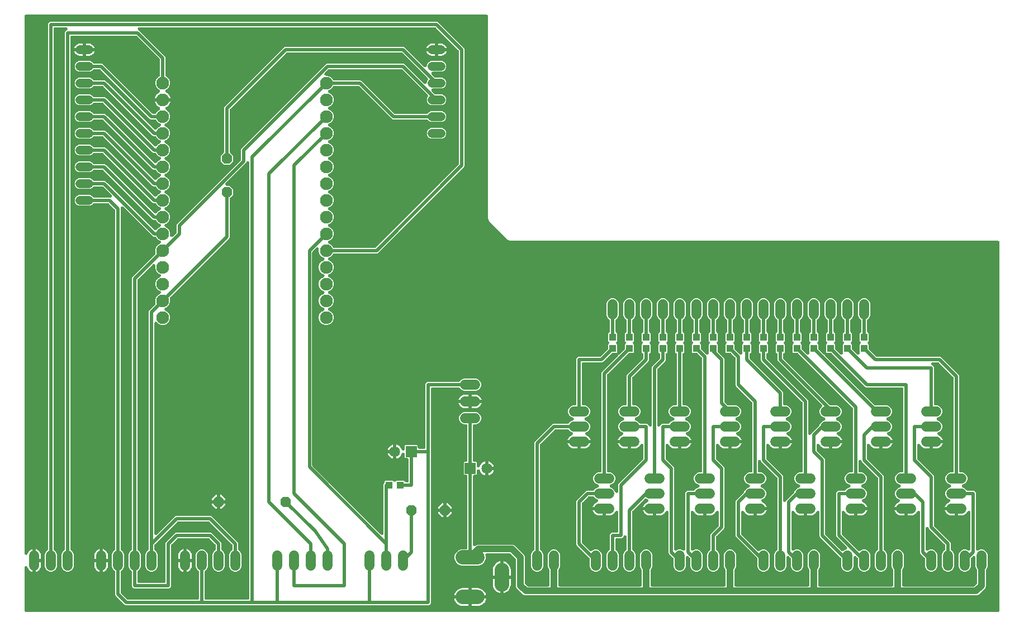
<source format=gbr>
G04 EAGLE Gerber RS-274X export*
G75*
%MOMM*%
%FSLAX34Y34*%
%LPD*%
%INBottom Copper*%
%IPPOS*%
%AMOC8*
5,1,8,0,0,1.08239X$1,22.5*%
G01*
%ADD10C,1.524000*%
%ADD11R,1.100000X1.000000*%
%ADD12R,1.000000X1.100000*%
%ADD13C,1.320800*%
%ADD14C,1.930400*%
%ADD15C,2.184400*%
%ADD16R,1.651000X1.651000*%
%ADD17C,1.651000*%
%ADD18P,1.732040X8X202.500000*%
%ADD19P,1.732040X8X22.500000*%
%ADD20P,1.732040X8X292.500000*%
%ADD21C,1.016000*%
%ADD22C,0.508000*%

G36*
X1536227Y74172D02*
X1536227Y74172D01*
X1536261Y74170D01*
X1536450Y74192D01*
X1536641Y74209D01*
X1536674Y74218D01*
X1536708Y74222D01*
X1536891Y74277D01*
X1537075Y74327D01*
X1537106Y74342D01*
X1537139Y74352D01*
X1537310Y74439D01*
X1537482Y74521D01*
X1537510Y74541D01*
X1537541Y74556D01*
X1537693Y74672D01*
X1537848Y74783D01*
X1537872Y74808D01*
X1537899Y74828D01*
X1538028Y74968D01*
X1538162Y75105D01*
X1538181Y75134D01*
X1538205Y75160D01*
X1538307Y75321D01*
X1538414Y75478D01*
X1538428Y75510D01*
X1538446Y75539D01*
X1538519Y75716D01*
X1538596Y75890D01*
X1538604Y75924D01*
X1538617Y75956D01*
X1538657Y76143D01*
X1538703Y76328D01*
X1538705Y76362D01*
X1538712Y76396D01*
X1538731Y76708D01*
X1538731Y634492D01*
X1538728Y634527D01*
X1538730Y634561D01*
X1538708Y634750D01*
X1538691Y634941D01*
X1538682Y634974D01*
X1538678Y635008D01*
X1538623Y635191D01*
X1538573Y635375D01*
X1538558Y635406D01*
X1538548Y635439D01*
X1538461Y635610D01*
X1538379Y635782D01*
X1538359Y635810D01*
X1538344Y635841D01*
X1538228Y635993D01*
X1538117Y636148D01*
X1538092Y636172D01*
X1538072Y636199D01*
X1537932Y636328D01*
X1537795Y636462D01*
X1537766Y636481D01*
X1537740Y636505D01*
X1537579Y636607D01*
X1537422Y636714D01*
X1537390Y636728D01*
X1537361Y636746D01*
X1537184Y636819D01*
X1537010Y636896D01*
X1536976Y636904D01*
X1536944Y636917D01*
X1536757Y636957D01*
X1536572Y637003D01*
X1536538Y637005D01*
X1536504Y637012D01*
X1536192Y637031D01*
X797978Y637031D01*
X794057Y638655D01*
X790699Y642014D01*
X790698Y642014D01*
X765655Y667057D01*
X764031Y670978D01*
X764031Y977392D01*
X764028Y977427D01*
X764030Y977461D01*
X764008Y977650D01*
X763991Y977841D01*
X763982Y977874D01*
X763978Y977908D01*
X763923Y978091D01*
X763873Y978275D01*
X763858Y978306D01*
X763848Y978339D01*
X763761Y978510D01*
X763679Y978682D01*
X763659Y978710D01*
X763644Y978741D01*
X763528Y978893D01*
X763417Y979048D01*
X763392Y979072D01*
X763372Y979099D01*
X763232Y979228D01*
X763095Y979362D01*
X763066Y979381D01*
X763040Y979405D01*
X762879Y979507D01*
X762722Y979614D01*
X762690Y979628D01*
X762661Y979646D01*
X762484Y979719D01*
X762310Y979796D01*
X762276Y979804D01*
X762244Y979817D01*
X762057Y979857D01*
X761872Y979903D01*
X761838Y979905D01*
X761804Y979912D01*
X761492Y979931D01*
X64008Y979931D01*
X63973Y979928D01*
X63939Y979930D01*
X63750Y979908D01*
X63559Y979891D01*
X63526Y979882D01*
X63492Y979878D01*
X63309Y979823D01*
X63125Y979773D01*
X63094Y979758D01*
X63061Y979748D01*
X62890Y979661D01*
X62718Y979579D01*
X62690Y979559D01*
X62659Y979544D01*
X62507Y979428D01*
X62352Y979317D01*
X62328Y979292D01*
X62301Y979272D01*
X62172Y979132D01*
X62038Y978995D01*
X62019Y978966D01*
X61995Y978940D01*
X61893Y978779D01*
X61786Y978622D01*
X61772Y978590D01*
X61754Y978561D01*
X61681Y978384D01*
X61604Y978210D01*
X61596Y978176D01*
X61583Y978144D01*
X61543Y977957D01*
X61497Y977772D01*
X61495Y977738D01*
X61488Y977704D01*
X61469Y977392D01*
X61469Y163595D01*
X61473Y163543D01*
X61471Y163491D01*
X61493Y163319D01*
X61509Y163146D01*
X61522Y163096D01*
X61529Y163044D01*
X61582Y162879D01*
X61627Y162712D01*
X61650Y162665D01*
X61665Y162615D01*
X61746Y162462D01*
X61821Y162305D01*
X61851Y162263D01*
X61875Y162217D01*
X61982Y162080D01*
X62083Y161939D01*
X62120Y161903D01*
X62152Y161862D01*
X62281Y161746D01*
X62405Y161625D01*
X62449Y161596D01*
X62487Y161561D01*
X62635Y161470D01*
X62778Y161373D01*
X62826Y161352D01*
X62870Y161325D01*
X63032Y161261D01*
X63190Y161191D01*
X63241Y161178D01*
X63289Y161159D01*
X63459Y161125D01*
X63628Y161084D01*
X63680Y161081D01*
X63731Y161071D01*
X63904Y161067D01*
X64077Y161056D01*
X64129Y161063D01*
X64181Y161061D01*
X64352Y161088D01*
X64524Y161109D01*
X64574Y161124D01*
X64626Y161132D01*
X64789Y161189D01*
X64955Y161239D01*
X65002Y161263D01*
X65051Y161280D01*
X65202Y161365D01*
X65357Y161443D01*
X65398Y161475D01*
X65444Y161500D01*
X65577Y161611D01*
X65715Y161715D01*
X65751Y161754D01*
X65791Y161787D01*
X65903Y161919D01*
X66020Y162046D01*
X66049Y162090D01*
X66082Y162130D01*
X66169Y162280D01*
X66262Y162426D01*
X66282Y162474D01*
X66308Y162519D01*
X66423Y162810D01*
X66784Y163920D01*
X67510Y165345D01*
X68450Y166639D01*
X69581Y167770D01*
X70875Y168710D01*
X72300Y169436D01*
X73661Y169879D01*
X73661Y152400D01*
X73661Y134921D01*
X72300Y135364D01*
X70875Y136090D01*
X69581Y137030D01*
X68450Y138161D01*
X67510Y139455D01*
X66784Y140880D01*
X66423Y141990D01*
X66402Y142038D01*
X66389Y142088D01*
X66315Y142244D01*
X66246Y142404D01*
X66218Y142448D01*
X66195Y142495D01*
X66095Y142635D01*
X65999Y142781D01*
X65964Y142818D01*
X65933Y142861D01*
X65809Y142982D01*
X65690Y143108D01*
X65648Y143138D01*
X65611Y143175D01*
X65467Y143272D01*
X65327Y143375D01*
X65281Y143398D01*
X65238Y143427D01*
X65079Y143497D01*
X64924Y143574D01*
X64874Y143588D01*
X64826Y143609D01*
X64657Y143650D01*
X64491Y143698D01*
X64439Y143703D01*
X64388Y143716D01*
X64215Y143726D01*
X64043Y143744D01*
X63991Y143740D01*
X63939Y143744D01*
X63767Y143723D01*
X63594Y143710D01*
X63543Y143697D01*
X63492Y143691D01*
X63326Y143641D01*
X63158Y143598D01*
X63111Y143576D01*
X63061Y143561D01*
X62906Y143482D01*
X62749Y143410D01*
X62706Y143380D01*
X62659Y143357D01*
X62521Y143252D01*
X62379Y143153D01*
X62342Y143116D01*
X62301Y143085D01*
X62183Y142957D01*
X62061Y142835D01*
X62031Y142792D01*
X61995Y142754D01*
X61902Y142607D01*
X61803Y142465D01*
X61782Y142418D01*
X61754Y142374D01*
X61688Y142214D01*
X61616Y142056D01*
X61602Y142006D01*
X61583Y141957D01*
X61546Y141788D01*
X61503Y141620D01*
X61499Y141568D01*
X61488Y141517D01*
X61469Y141205D01*
X61469Y76708D01*
X61472Y76673D01*
X61470Y76639D01*
X61492Y76450D01*
X61509Y76259D01*
X61518Y76226D01*
X61522Y76192D01*
X61577Y76009D01*
X61627Y75825D01*
X61642Y75794D01*
X61652Y75761D01*
X61739Y75590D01*
X61821Y75418D01*
X61841Y75390D01*
X61856Y75359D01*
X61972Y75207D01*
X62083Y75052D01*
X62108Y75028D01*
X62128Y75001D01*
X62268Y74872D01*
X62405Y74738D01*
X62434Y74719D01*
X62460Y74695D01*
X62621Y74593D01*
X62778Y74486D01*
X62810Y74472D01*
X62839Y74454D01*
X63016Y74381D01*
X63190Y74304D01*
X63224Y74296D01*
X63256Y74283D01*
X63443Y74243D01*
X63628Y74197D01*
X63662Y74195D01*
X63696Y74188D01*
X64008Y74169D01*
X1536192Y74169D01*
X1536227Y74172D01*
G37*
%LPC*%
G36*
X215091Y84835D02*
X215091Y84835D01*
X213598Y85454D01*
X199754Y99298D01*
X199135Y100791D01*
X199135Y134869D01*
X199116Y135082D01*
X199099Y135295D01*
X199096Y135306D01*
X199095Y135317D01*
X199039Y135523D01*
X198985Y135730D01*
X198980Y135741D01*
X198977Y135752D01*
X198886Y135942D01*
X198795Y136139D01*
X198788Y136148D01*
X198783Y136158D01*
X198660Y136331D01*
X198536Y136507D01*
X198528Y136515D01*
X198521Y136524D01*
X198412Y136631D01*
X198377Y136670D01*
X195447Y139600D01*
X194055Y142961D01*
X194055Y161839D01*
X195447Y165200D01*
X198285Y168038D01*
X198303Y168052D01*
X198311Y168060D01*
X198320Y168067D01*
X198375Y168128D01*
X198377Y168130D01*
X198380Y168133D01*
X198463Y168225D01*
X198609Y168383D01*
X198615Y168392D01*
X198622Y168401D01*
X198734Y168580D01*
X198850Y168763D01*
X198855Y168773D01*
X198861Y168783D01*
X198940Y168980D01*
X199021Y169179D01*
X199024Y169190D01*
X199028Y169201D01*
X199071Y169410D01*
X199116Y169619D01*
X199117Y169633D01*
X199119Y169642D01*
X199120Y169678D01*
X199135Y169931D01*
X199135Y683065D01*
X199121Y683228D01*
X199114Y683393D01*
X199101Y683452D01*
X199095Y683513D01*
X199052Y683672D01*
X199016Y683832D01*
X198993Y683889D01*
X198977Y683947D01*
X198906Y684096D01*
X198843Y684248D01*
X198810Y684299D01*
X198783Y684354D01*
X198688Y684488D01*
X198598Y684626D01*
X198547Y684684D01*
X198521Y684720D01*
X198478Y684763D01*
X198392Y684860D01*
X189560Y693692D01*
X189434Y693797D01*
X189313Y693909D01*
X189262Y693941D01*
X189215Y693980D01*
X189072Y694062D01*
X188933Y694150D01*
X188877Y694174D01*
X188824Y694204D01*
X188669Y694259D01*
X188517Y694321D01*
X188457Y694334D01*
X188399Y694355D01*
X188237Y694381D01*
X188076Y694416D01*
X188000Y694421D01*
X187955Y694428D01*
X187894Y694427D01*
X187765Y694435D01*
X167487Y694435D01*
X167323Y694421D01*
X167159Y694414D01*
X167099Y694401D01*
X167038Y694395D01*
X166879Y694352D01*
X166719Y694316D01*
X166663Y694293D01*
X166604Y694277D01*
X166456Y694206D01*
X166304Y694143D01*
X166252Y694110D01*
X166197Y694083D01*
X166064Y693988D01*
X165925Y693898D01*
X165868Y693847D01*
X165831Y693821D01*
X165789Y693778D01*
X165691Y693692D01*
X163609Y691609D01*
X160621Y690371D01*
X144179Y690371D01*
X141191Y691609D01*
X138905Y693895D01*
X137667Y696883D01*
X137667Y700117D01*
X138905Y703105D01*
X141191Y705391D01*
X144179Y706629D01*
X160621Y706629D01*
X163609Y705391D01*
X165691Y703308D01*
X165818Y703203D01*
X165938Y703091D01*
X165990Y703059D01*
X166037Y703020D01*
X166179Y702938D01*
X166318Y702850D01*
X166375Y702826D01*
X166428Y702796D01*
X166582Y702741D01*
X166735Y702679D01*
X166794Y702666D01*
X166852Y702645D01*
X167014Y702619D01*
X167175Y702584D01*
X167252Y702579D01*
X167296Y702572D01*
X167357Y702573D01*
X167487Y702565D01*
X191657Y702565D01*
X191786Y702576D01*
X191916Y702578D01*
X192010Y702596D01*
X192105Y702605D01*
X192231Y702639D01*
X192358Y702664D01*
X192447Y702698D01*
X192539Y702723D01*
X192657Y702779D01*
X192778Y702826D01*
X192860Y702876D01*
X192946Y702917D01*
X193052Y702992D01*
X193163Y703060D01*
X193234Y703123D01*
X193312Y703179D01*
X193403Y703272D01*
X193500Y703358D01*
X193559Y703433D01*
X193626Y703501D01*
X193699Y703609D01*
X193780Y703711D01*
X193825Y703795D01*
X193878Y703874D01*
X193931Y703993D01*
X193992Y704108D01*
X194022Y704199D01*
X194061Y704286D01*
X194091Y704413D01*
X194132Y704536D01*
X194145Y704631D01*
X194167Y704724D01*
X194175Y704853D01*
X194193Y704982D01*
X194189Y705078D01*
X194195Y705173D01*
X194180Y705302D01*
X194175Y705432D01*
X194154Y705525D01*
X194143Y705620D01*
X194105Y705745D01*
X194077Y705872D01*
X194040Y705960D01*
X194013Y706051D01*
X193954Y706167D01*
X193903Y706287D01*
X193851Y706368D01*
X193808Y706453D01*
X193730Y706556D01*
X193659Y706665D01*
X193573Y706763D01*
X193536Y706811D01*
X193503Y706842D01*
X193452Y706900D01*
X181260Y719092D01*
X181134Y719197D01*
X181013Y719309D01*
X180962Y719341D01*
X180915Y719380D01*
X180772Y719462D01*
X180633Y719550D01*
X180577Y719574D01*
X180524Y719604D01*
X180369Y719659D01*
X180217Y719721D01*
X180157Y719734D01*
X180099Y719755D01*
X179937Y719781D01*
X179776Y719816D01*
X179700Y719821D01*
X179655Y719828D01*
X179594Y719827D01*
X179465Y719835D01*
X167487Y719835D01*
X167323Y719821D01*
X167159Y719814D01*
X167099Y719801D01*
X167038Y719795D01*
X166880Y719752D01*
X166719Y719716D01*
X166663Y719693D01*
X166604Y719677D01*
X166455Y719606D01*
X166304Y719543D01*
X166252Y719510D01*
X166197Y719483D01*
X166064Y719388D01*
X165925Y719298D01*
X165868Y719247D01*
X165831Y719221D01*
X165789Y719178D01*
X165691Y719092D01*
X163609Y717009D01*
X160621Y715771D01*
X144179Y715771D01*
X141191Y717009D01*
X138905Y719295D01*
X137667Y722283D01*
X137667Y725517D01*
X138905Y728505D01*
X141191Y730791D01*
X144179Y732029D01*
X160621Y732029D01*
X163609Y730791D01*
X165691Y728708D01*
X165817Y728603D01*
X165938Y728491D01*
X165990Y728459D01*
X166037Y728420D01*
X166179Y728338D01*
X166318Y728250D01*
X166375Y728226D01*
X166428Y728196D01*
X166583Y728141D01*
X166735Y728079D01*
X166794Y728066D01*
X166852Y728045D01*
X167014Y728019D01*
X167175Y727984D01*
X167252Y727979D01*
X167296Y727972D01*
X167357Y727973D01*
X167487Y727965D01*
X183009Y727965D01*
X184502Y727346D01*
X186003Y725845D01*
X257826Y654023D01*
X257852Y654001D01*
X257875Y653975D01*
X258024Y653857D01*
X258171Y653734D01*
X258201Y653717D01*
X258228Y653695D01*
X258396Y653605D01*
X258562Y653511D01*
X258594Y653499D01*
X258625Y653483D01*
X258806Y653424D01*
X258986Y653360D01*
X259020Y653354D01*
X259053Y653343D01*
X259242Y653317D01*
X259430Y653286D01*
X259465Y653287D01*
X259499Y653282D01*
X259690Y653290D01*
X259881Y653292D01*
X259915Y653299D01*
X259949Y653300D01*
X260135Y653342D01*
X260323Y653378D01*
X260355Y653390D01*
X260389Y653398D01*
X260564Y653471D01*
X260743Y653540D01*
X260772Y653558D01*
X260804Y653572D01*
X260964Y653675D01*
X261127Y653774D01*
X261153Y653797D01*
X261182Y653816D01*
X261417Y654023D01*
X264669Y657275D01*
X266791Y658154D01*
X266906Y658214D01*
X267025Y658266D01*
X267105Y658318D01*
X267190Y658363D01*
X267293Y658442D01*
X267401Y658514D01*
X267470Y658580D01*
X267546Y658638D01*
X267633Y658735D01*
X267727Y658825D01*
X267783Y658902D01*
X267847Y658973D01*
X267916Y659083D01*
X267993Y659188D01*
X268035Y659274D01*
X268085Y659355D01*
X268133Y659476D01*
X268190Y659592D01*
X268217Y659684D01*
X268252Y659773D01*
X268278Y659901D01*
X268313Y660026D01*
X268323Y660121D01*
X268342Y660214D01*
X268345Y660344D01*
X268358Y660474D01*
X268351Y660569D01*
X268353Y660664D01*
X268333Y660793D01*
X268323Y660923D01*
X268299Y661015D01*
X268284Y661109D01*
X268242Y661233D01*
X268209Y661358D01*
X268169Y661445D01*
X268138Y661535D01*
X268074Y661649D01*
X268020Y661767D01*
X267965Y661845D01*
X267918Y661928D01*
X267836Y662029D01*
X267761Y662136D01*
X267693Y662203D01*
X267633Y662277D01*
X267534Y662361D01*
X267442Y662453D01*
X267363Y662507D01*
X267291Y662569D01*
X267178Y662635D01*
X267071Y662709D01*
X266955Y662766D01*
X266902Y662797D01*
X266860Y662812D01*
X266791Y662846D01*
X264669Y663725D01*
X261525Y666869D01*
X261235Y667568D01*
X261137Y667755D01*
X261041Y667945D01*
X261033Y667955D01*
X261027Y667967D01*
X260897Y668135D01*
X260769Y668303D01*
X260759Y668312D01*
X260751Y668323D01*
X260594Y668465D01*
X260438Y668609D01*
X260427Y668616D01*
X260417Y668624D01*
X260237Y668736D01*
X260058Y668850D01*
X260046Y668855D01*
X260035Y668862D01*
X259838Y668940D01*
X259641Y669021D01*
X259629Y669024D01*
X259616Y669029D01*
X259409Y669071D01*
X259201Y669116D01*
X259186Y669117D01*
X259175Y669119D01*
X259136Y669120D01*
X258889Y669135D01*
X257491Y669135D01*
X255998Y669754D01*
X181260Y744492D01*
X181134Y744597D01*
X181013Y744709D01*
X180962Y744741D01*
X180915Y744780D01*
X180772Y744862D01*
X180633Y744950D01*
X180577Y744974D01*
X180524Y745004D01*
X180369Y745059D01*
X180217Y745121D01*
X180157Y745134D01*
X180099Y745155D01*
X179937Y745181D01*
X179776Y745216D01*
X179700Y745221D01*
X179655Y745228D01*
X179594Y745227D01*
X179465Y745235D01*
X167487Y745235D01*
X167323Y745221D01*
X167159Y745214D01*
X167099Y745201D01*
X167038Y745195D01*
X166879Y745152D01*
X166719Y745116D01*
X166663Y745093D01*
X166604Y745077D01*
X166456Y745006D01*
X166304Y744943D01*
X166252Y744910D01*
X166197Y744883D01*
X166064Y744788D01*
X165925Y744698D01*
X165868Y744647D01*
X165831Y744621D01*
X165789Y744578D01*
X165691Y744492D01*
X163609Y742409D01*
X160621Y741171D01*
X144179Y741171D01*
X141191Y742409D01*
X138905Y744695D01*
X137667Y747683D01*
X137667Y750917D01*
X138905Y753905D01*
X141191Y756191D01*
X144179Y757429D01*
X160621Y757429D01*
X163609Y756191D01*
X165691Y754108D01*
X165818Y754003D01*
X165938Y753891D01*
X165990Y753859D01*
X166037Y753820D01*
X166179Y753738D01*
X166318Y753650D01*
X166375Y753626D01*
X166428Y753596D01*
X166582Y753541D01*
X166735Y753479D01*
X166794Y753466D01*
X166852Y753445D01*
X167014Y753419D01*
X167175Y753384D01*
X167252Y753379D01*
X167296Y753372D01*
X167357Y753373D01*
X167487Y753365D01*
X183009Y753365D01*
X184502Y752746D01*
X257826Y679423D01*
X257852Y679401D01*
X257875Y679375D01*
X258024Y679257D01*
X258171Y679134D01*
X258201Y679117D01*
X258228Y679095D01*
X258396Y679005D01*
X258562Y678911D01*
X258594Y678899D01*
X258625Y678883D01*
X258806Y678824D01*
X258986Y678760D01*
X259020Y678754D01*
X259053Y678743D01*
X259242Y678717D01*
X259430Y678686D01*
X259465Y678687D01*
X259499Y678682D01*
X259690Y678690D01*
X259881Y678692D01*
X259915Y678699D01*
X259949Y678700D01*
X260135Y678742D01*
X260323Y678778D01*
X260355Y678790D01*
X260389Y678798D01*
X260564Y678871D01*
X260743Y678940D01*
X260772Y678958D01*
X260804Y678972D01*
X260964Y679075D01*
X261127Y679174D01*
X261153Y679197D01*
X261182Y679216D01*
X261417Y679423D01*
X264669Y682675D01*
X266791Y683554D01*
X266906Y683614D01*
X267025Y683666D01*
X267105Y683718D01*
X267190Y683763D01*
X267293Y683842D01*
X267401Y683914D01*
X267470Y683980D01*
X267546Y684038D01*
X267633Y684135D01*
X267727Y684225D01*
X267783Y684302D01*
X267847Y684373D01*
X267916Y684483D01*
X267993Y684588D01*
X268035Y684674D01*
X268085Y684755D01*
X268133Y684876D01*
X268190Y684992D01*
X268217Y685084D01*
X268252Y685173D01*
X268278Y685301D01*
X268313Y685426D01*
X268323Y685521D01*
X268342Y685614D01*
X268345Y685744D01*
X268358Y685874D01*
X268351Y685969D01*
X268353Y686064D01*
X268333Y686193D01*
X268323Y686323D01*
X268299Y686415D01*
X268284Y686509D01*
X268242Y686633D01*
X268209Y686758D01*
X268169Y686845D01*
X268138Y686935D01*
X268074Y687049D01*
X268020Y687167D01*
X267965Y687245D01*
X267918Y687328D01*
X267836Y687429D01*
X267761Y687536D01*
X267693Y687603D01*
X267633Y687677D01*
X267534Y687761D01*
X267442Y687853D01*
X267363Y687907D01*
X267291Y687969D01*
X267178Y688035D01*
X267071Y688109D01*
X266955Y688166D01*
X266902Y688197D01*
X266860Y688212D01*
X266791Y688246D01*
X264669Y689125D01*
X261525Y692269D01*
X261235Y692968D01*
X261137Y693155D01*
X261041Y693345D01*
X261033Y693355D01*
X261027Y693367D01*
X260897Y693535D01*
X260769Y693703D01*
X260759Y693712D01*
X260751Y693723D01*
X260594Y693865D01*
X260438Y694009D01*
X260427Y694016D01*
X260417Y694024D01*
X260237Y694136D01*
X260058Y694250D01*
X260046Y694255D01*
X260035Y694262D01*
X259838Y694340D01*
X259641Y694421D01*
X259629Y694424D01*
X259616Y694429D01*
X259409Y694471D01*
X259201Y694516D01*
X259186Y694517D01*
X259175Y694519D01*
X259136Y694520D01*
X258889Y694535D01*
X257491Y694535D01*
X255998Y695154D01*
X181260Y769892D01*
X181134Y769997D01*
X181013Y770109D01*
X180962Y770141D01*
X180915Y770180D01*
X180772Y770262D01*
X180633Y770350D01*
X180577Y770374D01*
X180524Y770404D01*
X180369Y770459D01*
X180217Y770521D01*
X180157Y770534D01*
X180099Y770555D01*
X179937Y770581D01*
X179776Y770616D01*
X179700Y770621D01*
X179655Y770628D01*
X179594Y770627D01*
X179465Y770635D01*
X167487Y770635D01*
X167323Y770621D01*
X167159Y770614D01*
X167099Y770601D01*
X167038Y770595D01*
X166879Y770552D01*
X166719Y770516D01*
X166663Y770493D01*
X166604Y770477D01*
X166456Y770406D01*
X166304Y770343D01*
X166252Y770310D01*
X166197Y770283D01*
X166064Y770188D01*
X165925Y770098D01*
X165868Y770047D01*
X165831Y770021D01*
X165789Y769978D01*
X165691Y769892D01*
X163609Y767809D01*
X160621Y766571D01*
X144179Y766571D01*
X141191Y767809D01*
X138905Y770095D01*
X137667Y773083D01*
X137667Y776317D01*
X138905Y779305D01*
X141191Y781591D01*
X144179Y782829D01*
X160621Y782829D01*
X163609Y781591D01*
X165691Y779508D01*
X165818Y779403D01*
X165938Y779291D01*
X165990Y779259D01*
X166037Y779220D01*
X166179Y779138D01*
X166318Y779050D01*
X166375Y779026D01*
X166428Y778996D01*
X166582Y778941D01*
X166735Y778879D01*
X166794Y778866D01*
X166852Y778845D01*
X167014Y778819D01*
X167175Y778784D01*
X167252Y778779D01*
X167296Y778772D01*
X167357Y778773D01*
X167487Y778765D01*
X183009Y778765D01*
X184502Y778146D01*
X257826Y704823D01*
X257852Y704801D01*
X257875Y704775D01*
X258024Y704657D01*
X258171Y704534D01*
X258201Y704517D01*
X258228Y704495D01*
X258396Y704405D01*
X258562Y704311D01*
X258594Y704299D01*
X258625Y704283D01*
X258806Y704224D01*
X258986Y704160D01*
X259020Y704154D01*
X259053Y704143D01*
X259242Y704117D01*
X259430Y704086D01*
X259465Y704087D01*
X259499Y704082D01*
X259690Y704090D01*
X259881Y704092D01*
X259915Y704099D01*
X259949Y704100D01*
X260135Y704142D01*
X260323Y704178D01*
X260355Y704190D01*
X260389Y704198D01*
X260564Y704271D01*
X260743Y704340D01*
X260772Y704358D01*
X260804Y704372D01*
X260964Y704475D01*
X261127Y704574D01*
X261153Y704597D01*
X261182Y704616D01*
X261417Y704823D01*
X264669Y708075D01*
X266791Y708954D01*
X266906Y709014D01*
X267025Y709066D01*
X267105Y709118D01*
X267190Y709163D01*
X267293Y709242D01*
X267401Y709314D01*
X267470Y709380D01*
X267546Y709438D01*
X267633Y709535D01*
X267727Y709625D01*
X267783Y709702D01*
X267847Y709773D01*
X267916Y709883D01*
X267993Y709988D01*
X268035Y710074D01*
X268085Y710155D01*
X268133Y710276D01*
X268190Y710392D01*
X268217Y710484D01*
X268252Y710573D01*
X268278Y710701D01*
X268313Y710826D01*
X268323Y710921D01*
X268342Y711014D01*
X268345Y711144D01*
X268358Y711274D01*
X268351Y711369D01*
X268353Y711464D01*
X268333Y711593D01*
X268323Y711723D01*
X268299Y711815D01*
X268284Y711909D01*
X268242Y712033D01*
X268209Y712158D01*
X268169Y712245D01*
X268138Y712335D01*
X268074Y712449D01*
X268020Y712567D01*
X267965Y712645D01*
X267918Y712728D01*
X267836Y712829D01*
X267761Y712936D01*
X267693Y713003D01*
X267633Y713077D01*
X267534Y713161D01*
X267442Y713253D01*
X267363Y713307D01*
X267291Y713369D01*
X267178Y713435D01*
X267071Y713509D01*
X266955Y713566D01*
X266902Y713597D01*
X266860Y713612D01*
X266791Y713646D01*
X264669Y714525D01*
X261525Y717669D01*
X261235Y718368D01*
X261137Y718555D01*
X261041Y718745D01*
X261033Y718755D01*
X261027Y718767D01*
X260897Y718935D01*
X260769Y719103D01*
X260759Y719112D01*
X260751Y719123D01*
X260594Y719265D01*
X260438Y719409D01*
X260427Y719416D01*
X260417Y719424D01*
X260237Y719536D01*
X260058Y719650D01*
X260046Y719655D01*
X260035Y719662D01*
X259838Y719740D01*
X259641Y719821D01*
X259629Y719824D01*
X259616Y719829D01*
X259409Y719871D01*
X259201Y719916D01*
X259186Y719917D01*
X259175Y719919D01*
X259136Y719920D01*
X258889Y719935D01*
X257491Y719935D01*
X255998Y720554D01*
X181260Y795292D01*
X181134Y795397D01*
X181013Y795509D01*
X180962Y795541D01*
X180915Y795580D01*
X180772Y795662D01*
X180633Y795750D01*
X180577Y795774D01*
X180524Y795804D01*
X180369Y795859D01*
X180217Y795921D01*
X180157Y795934D01*
X180099Y795955D01*
X179937Y795981D01*
X179776Y796016D01*
X179700Y796021D01*
X179655Y796028D01*
X179594Y796027D01*
X179465Y796035D01*
X167487Y796035D01*
X167323Y796021D01*
X167159Y796014D01*
X167099Y796001D01*
X167038Y795995D01*
X166879Y795952D01*
X166719Y795916D01*
X166663Y795893D01*
X166604Y795877D01*
X166456Y795806D01*
X166304Y795743D01*
X166252Y795710D01*
X166197Y795683D01*
X166064Y795588D01*
X165925Y795498D01*
X165868Y795447D01*
X165831Y795421D01*
X165789Y795378D01*
X165691Y795292D01*
X163609Y793209D01*
X160621Y791971D01*
X144179Y791971D01*
X141191Y793209D01*
X138905Y795495D01*
X137667Y798483D01*
X137667Y801717D01*
X138905Y804705D01*
X141191Y806991D01*
X144179Y808229D01*
X160621Y808229D01*
X163609Y806991D01*
X165691Y804908D01*
X165818Y804803D01*
X165938Y804691D01*
X165990Y804659D01*
X166037Y804620D01*
X166179Y804538D01*
X166318Y804450D01*
X166375Y804426D01*
X166428Y804396D01*
X166582Y804341D01*
X166735Y804279D01*
X166794Y804266D01*
X166852Y804245D01*
X167014Y804219D01*
X167175Y804184D01*
X167252Y804179D01*
X167296Y804172D01*
X167357Y804173D01*
X167487Y804165D01*
X183009Y804165D01*
X184502Y803546D01*
X257826Y730223D01*
X257852Y730201D01*
X257875Y730175D01*
X258024Y730057D01*
X258171Y729934D01*
X258201Y729917D01*
X258228Y729895D01*
X258396Y729805D01*
X258562Y729711D01*
X258594Y729699D01*
X258625Y729683D01*
X258806Y729624D01*
X258986Y729560D01*
X259020Y729554D01*
X259053Y729543D01*
X259242Y729517D01*
X259430Y729486D01*
X259465Y729487D01*
X259499Y729482D01*
X259690Y729490D01*
X259881Y729492D01*
X259915Y729499D01*
X259949Y729500D01*
X260135Y729542D01*
X260323Y729578D01*
X260355Y729590D01*
X260389Y729598D01*
X260564Y729671D01*
X260743Y729740D01*
X260772Y729758D01*
X260804Y729772D01*
X260964Y729875D01*
X261127Y729974D01*
X261153Y729997D01*
X261182Y730016D01*
X261417Y730223D01*
X264669Y733475D01*
X266791Y734354D01*
X266906Y734414D01*
X267025Y734466D01*
X267105Y734518D01*
X267190Y734563D01*
X267293Y734642D01*
X267401Y734714D01*
X267470Y734780D01*
X267546Y734838D01*
X267633Y734935D01*
X267727Y735025D01*
X267783Y735102D01*
X267847Y735173D01*
X267916Y735283D01*
X267993Y735388D01*
X268035Y735474D01*
X268085Y735555D01*
X268133Y735676D01*
X268190Y735792D01*
X268217Y735884D01*
X268252Y735973D01*
X268278Y736101D01*
X268313Y736226D01*
X268323Y736321D01*
X268342Y736414D01*
X268345Y736544D01*
X268358Y736674D01*
X268351Y736769D01*
X268353Y736864D01*
X268333Y736993D01*
X268323Y737123D01*
X268299Y737215D01*
X268284Y737309D01*
X268242Y737433D01*
X268209Y737558D01*
X268169Y737645D01*
X268138Y737735D01*
X268074Y737849D01*
X268020Y737967D01*
X267965Y738045D01*
X267918Y738128D01*
X267836Y738229D01*
X267761Y738336D01*
X267693Y738403D01*
X267633Y738477D01*
X267534Y738561D01*
X267442Y738653D01*
X267363Y738707D01*
X267291Y738769D01*
X267178Y738835D01*
X267071Y738909D01*
X266955Y738966D01*
X266902Y738997D01*
X266860Y739012D01*
X266791Y739046D01*
X264669Y739925D01*
X261525Y743069D01*
X261235Y743768D01*
X261137Y743955D01*
X261041Y744145D01*
X261033Y744155D01*
X261027Y744167D01*
X260897Y744335D01*
X260769Y744503D01*
X260759Y744512D01*
X260751Y744523D01*
X260594Y744665D01*
X260438Y744809D01*
X260427Y744816D01*
X260417Y744824D01*
X260237Y744936D01*
X260058Y745050D01*
X260046Y745055D01*
X260035Y745062D01*
X259838Y745140D01*
X259641Y745221D01*
X259629Y745224D01*
X259616Y745229D01*
X259409Y745271D01*
X259201Y745316D01*
X259186Y745317D01*
X259175Y745319D01*
X259136Y745320D01*
X258889Y745335D01*
X257491Y745335D01*
X255998Y745954D01*
X181260Y820692D01*
X181134Y820797D01*
X181013Y820909D01*
X180962Y820941D01*
X180915Y820980D01*
X180772Y821062D01*
X180633Y821150D01*
X180577Y821174D01*
X180524Y821204D01*
X180369Y821259D01*
X180217Y821321D01*
X180157Y821334D01*
X180099Y821355D01*
X179937Y821381D01*
X179776Y821416D01*
X179700Y821421D01*
X179655Y821428D01*
X179594Y821427D01*
X179465Y821435D01*
X167487Y821435D01*
X167323Y821421D01*
X167159Y821414D01*
X167099Y821401D01*
X167038Y821395D01*
X166879Y821352D01*
X166719Y821316D01*
X166663Y821293D01*
X166604Y821277D01*
X166456Y821206D01*
X166304Y821143D01*
X166252Y821110D01*
X166197Y821083D01*
X166064Y820988D01*
X165925Y820898D01*
X165868Y820847D01*
X165831Y820821D01*
X165789Y820778D01*
X165691Y820692D01*
X163609Y818609D01*
X160621Y817371D01*
X144179Y817371D01*
X141191Y818609D01*
X138905Y820895D01*
X137667Y823883D01*
X137667Y827117D01*
X138905Y830105D01*
X141191Y832391D01*
X144179Y833629D01*
X160621Y833629D01*
X163609Y832391D01*
X165691Y830308D01*
X165818Y830203D01*
X165938Y830091D01*
X165990Y830059D01*
X166037Y830020D01*
X166179Y829938D01*
X166318Y829850D01*
X166375Y829826D01*
X166428Y829796D01*
X166582Y829741D01*
X166735Y829679D01*
X166794Y829666D01*
X166852Y829645D01*
X167014Y829619D01*
X167175Y829584D01*
X167252Y829579D01*
X167296Y829572D01*
X167357Y829573D01*
X167487Y829565D01*
X183009Y829565D01*
X184502Y828946D01*
X186003Y827445D01*
X257826Y755623D01*
X257852Y755601D01*
X257875Y755575D01*
X258024Y755457D01*
X258171Y755334D01*
X258201Y755317D01*
X258228Y755295D01*
X258396Y755205D01*
X258562Y755111D01*
X258594Y755099D01*
X258625Y755083D01*
X258806Y755024D01*
X258986Y754960D01*
X259020Y754954D01*
X259053Y754943D01*
X259242Y754917D01*
X259430Y754886D01*
X259465Y754887D01*
X259499Y754882D01*
X259690Y754890D01*
X259881Y754892D01*
X259915Y754899D01*
X259949Y754900D01*
X260135Y754942D01*
X260323Y754978D01*
X260355Y754990D01*
X260389Y754998D01*
X260564Y755071D01*
X260743Y755140D01*
X260772Y755158D01*
X260804Y755172D01*
X260964Y755275D01*
X261127Y755374D01*
X261153Y755397D01*
X261182Y755416D01*
X261417Y755623D01*
X264669Y758875D01*
X266791Y759754D01*
X266906Y759814D01*
X267025Y759866D01*
X267105Y759918D01*
X267190Y759963D01*
X267293Y760042D01*
X267401Y760114D01*
X267470Y760180D01*
X267546Y760238D01*
X267633Y760335D01*
X267727Y760425D01*
X267783Y760502D01*
X267847Y760573D01*
X267916Y760683D01*
X267993Y760788D01*
X268035Y760874D01*
X268085Y760955D01*
X268133Y761076D01*
X268190Y761192D01*
X268217Y761284D01*
X268252Y761373D01*
X268278Y761501D01*
X268313Y761626D01*
X268323Y761721D01*
X268342Y761814D01*
X268345Y761944D01*
X268358Y762074D01*
X268351Y762169D01*
X268353Y762264D01*
X268333Y762393D01*
X268323Y762523D01*
X268299Y762615D01*
X268284Y762709D01*
X268242Y762832D01*
X268209Y762958D01*
X268169Y763045D01*
X268138Y763135D01*
X268074Y763249D01*
X268020Y763367D01*
X267965Y763445D01*
X267918Y763528D01*
X267836Y763629D01*
X267761Y763736D01*
X267693Y763803D01*
X267633Y763877D01*
X267534Y763961D01*
X267442Y764053D01*
X267363Y764107D01*
X267291Y764169D01*
X267178Y764235D01*
X267071Y764309D01*
X266955Y764366D01*
X266902Y764397D01*
X266860Y764412D01*
X266791Y764446D01*
X264669Y765325D01*
X261525Y768469D01*
X261235Y769168D01*
X261137Y769355D01*
X261041Y769545D01*
X261033Y769555D01*
X261027Y769567D01*
X260897Y769735D01*
X260769Y769903D01*
X260759Y769912D01*
X260751Y769923D01*
X260594Y770065D01*
X260438Y770209D01*
X260427Y770216D01*
X260417Y770224D01*
X260237Y770336D01*
X260058Y770450D01*
X260046Y770455D01*
X260035Y770462D01*
X259838Y770540D01*
X259641Y770621D01*
X259629Y770624D01*
X259616Y770629D01*
X259409Y770671D01*
X259201Y770716D01*
X259186Y770717D01*
X259175Y770719D01*
X259136Y770720D01*
X258889Y770735D01*
X257491Y770735D01*
X255998Y771354D01*
X181260Y846092D01*
X181134Y846197D01*
X181013Y846309D01*
X180962Y846341D01*
X180915Y846380D01*
X180772Y846462D01*
X180633Y846550D01*
X180577Y846574D01*
X180524Y846604D01*
X180369Y846659D01*
X180217Y846721D01*
X180157Y846734D01*
X180099Y846755D01*
X179937Y846781D01*
X179776Y846816D01*
X179700Y846821D01*
X179655Y846828D01*
X179594Y846827D01*
X179465Y846835D01*
X167487Y846835D01*
X167323Y846821D01*
X167159Y846814D01*
X167099Y846801D01*
X167038Y846795D01*
X166879Y846752D01*
X166719Y846716D01*
X166663Y846693D01*
X166604Y846677D01*
X166456Y846606D01*
X166304Y846543D01*
X166252Y846510D01*
X166197Y846483D01*
X166064Y846388D01*
X165925Y846298D01*
X165868Y846247D01*
X165831Y846221D01*
X165789Y846178D01*
X165691Y846092D01*
X163609Y844009D01*
X160621Y842771D01*
X144179Y842771D01*
X141191Y844009D01*
X138905Y846295D01*
X137667Y849283D01*
X137667Y852517D01*
X138905Y855505D01*
X141191Y857791D01*
X144179Y859029D01*
X160621Y859029D01*
X163609Y857791D01*
X165691Y855708D01*
X165818Y855603D01*
X165938Y855491D01*
X165990Y855459D01*
X166037Y855420D01*
X166179Y855338D01*
X166318Y855250D01*
X166375Y855226D01*
X166428Y855196D01*
X166582Y855141D01*
X166735Y855079D01*
X166794Y855066D01*
X166852Y855045D01*
X167014Y855019D01*
X167175Y854984D01*
X167252Y854979D01*
X167296Y854972D01*
X167357Y854973D01*
X167487Y854965D01*
X183009Y854965D01*
X184502Y854346D01*
X257826Y781023D01*
X257852Y781001D01*
X257875Y780975D01*
X258024Y780857D01*
X258171Y780734D01*
X258201Y780717D01*
X258228Y780695D01*
X258396Y780605D01*
X258562Y780511D01*
X258594Y780499D01*
X258625Y780483D01*
X258806Y780424D01*
X258986Y780360D01*
X259020Y780354D01*
X259053Y780343D01*
X259242Y780317D01*
X259430Y780286D01*
X259465Y780287D01*
X259499Y780282D01*
X259690Y780290D01*
X259881Y780292D01*
X259915Y780299D01*
X259949Y780300D01*
X260135Y780342D01*
X260323Y780378D01*
X260355Y780390D01*
X260389Y780398D01*
X260564Y780471D01*
X260743Y780540D01*
X260772Y780558D01*
X260804Y780572D01*
X260964Y780675D01*
X261127Y780774D01*
X261153Y780797D01*
X261182Y780816D01*
X261417Y781023D01*
X264669Y784275D01*
X266791Y785154D01*
X266906Y785214D01*
X267025Y785266D01*
X267105Y785318D01*
X267190Y785363D01*
X267293Y785442D01*
X267401Y785514D01*
X267470Y785580D01*
X267546Y785638D01*
X267633Y785735D01*
X267727Y785825D01*
X267783Y785902D01*
X267847Y785973D01*
X267916Y786083D01*
X267993Y786188D01*
X268035Y786274D01*
X268085Y786355D01*
X268133Y786476D01*
X268190Y786592D01*
X268217Y786684D01*
X268252Y786773D01*
X268278Y786901D01*
X268313Y787026D01*
X268323Y787121D01*
X268342Y787214D01*
X268345Y787344D01*
X268358Y787474D01*
X268351Y787569D01*
X268353Y787664D01*
X268333Y787793D01*
X268323Y787923D01*
X268299Y788015D01*
X268284Y788109D01*
X268242Y788233D01*
X268209Y788358D01*
X268169Y788445D01*
X268138Y788535D01*
X268074Y788649D01*
X268020Y788767D01*
X267965Y788845D01*
X267918Y788928D01*
X267836Y789029D01*
X267761Y789136D01*
X267693Y789203D01*
X267633Y789277D01*
X267534Y789361D01*
X267442Y789453D01*
X267363Y789507D01*
X267291Y789569D01*
X267178Y789635D01*
X267071Y789709D01*
X266955Y789766D01*
X266902Y789797D01*
X266860Y789812D01*
X266791Y789846D01*
X264669Y790725D01*
X261525Y793869D01*
X261235Y794568D01*
X261137Y794755D01*
X261041Y794945D01*
X261033Y794955D01*
X261027Y794967D01*
X260897Y795135D01*
X260769Y795303D01*
X260759Y795312D01*
X260751Y795323D01*
X260594Y795465D01*
X260438Y795609D01*
X260427Y795616D01*
X260417Y795624D01*
X260237Y795736D01*
X260058Y795850D01*
X260046Y795855D01*
X260035Y795862D01*
X259838Y795940D01*
X259641Y796021D01*
X259629Y796024D01*
X259616Y796029D01*
X259409Y796071D01*
X259201Y796116D01*
X259186Y796117D01*
X259175Y796119D01*
X259136Y796120D01*
X258889Y796135D01*
X257491Y796135D01*
X255998Y796754D01*
X181260Y871492D01*
X181134Y871597D01*
X181013Y871709D01*
X180962Y871741D01*
X180915Y871780D01*
X180772Y871862D01*
X180633Y871950D01*
X180577Y871974D01*
X180524Y872004D01*
X180369Y872059D01*
X180217Y872121D01*
X180157Y872134D01*
X180099Y872155D01*
X179937Y872181D01*
X179776Y872216D01*
X179700Y872221D01*
X179655Y872228D01*
X179594Y872227D01*
X179465Y872235D01*
X167487Y872235D01*
X167323Y872221D01*
X167159Y872214D01*
X167099Y872201D01*
X167038Y872195D01*
X166879Y872152D01*
X166719Y872116D01*
X166663Y872093D01*
X166604Y872077D01*
X166456Y872006D01*
X166304Y871943D01*
X166252Y871910D01*
X166197Y871883D01*
X166064Y871788D01*
X165925Y871698D01*
X165868Y871647D01*
X165831Y871621D01*
X165789Y871578D01*
X165691Y871492D01*
X163609Y869409D01*
X160621Y868171D01*
X144179Y868171D01*
X141191Y869409D01*
X138905Y871695D01*
X137667Y874683D01*
X137667Y877917D01*
X138905Y880905D01*
X141191Y883191D01*
X144179Y884429D01*
X160621Y884429D01*
X163609Y883191D01*
X165691Y881108D01*
X165818Y881003D01*
X165938Y880891D01*
X165990Y880859D01*
X166037Y880820D01*
X166179Y880738D01*
X166318Y880650D01*
X166375Y880626D01*
X166428Y880596D01*
X166582Y880541D01*
X166735Y880479D01*
X166794Y880466D01*
X166852Y880445D01*
X167014Y880419D01*
X167175Y880384D01*
X167252Y880379D01*
X167296Y880372D01*
X167357Y880373D01*
X167487Y880365D01*
X183009Y880365D01*
X184502Y879746D01*
X186003Y878245D01*
X257826Y806423D01*
X257852Y806401D01*
X257875Y806375D01*
X258024Y806257D01*
X258171Y806134D01*
X258201Y806117D01*
X258228Y806095D01*
X258396Y806005D01*
X258562Y805911D01*
X258594Y805899D01*
X258625Y805883D01*
X258806Y805824D01*
X258986Y805760D01*
X259020Y805754D01*
X259053Y805743D01*
X259242Y805717D01*
X259430Y805686D01*
X259465Y805687D01*
X259499Y805682D01*
X259690Y805690D01*
X259881Y805692D01*
X259915Y805699D01*
X259949Y805700D01*
X260135Y805742D01*
X260323Y805778D01*
X260355Y805790D01*
X260389Y805798D01*
X260564Y805871D01*
X260743Y805940D01*
X260772Y805958D01*
X260804Y805972D01*
X260964Y806075D01*
X261127Y806174D01*
X261153Y806197D01*
X261182Y806216D01*
X261417Y806423D01*
X264669Y809675D01*
X266791Y810554D01*
X266906Y810614D01*
X267025Y810666D01*
X267105Y810718D01*
X267190Y810763D01*
X267293Y810842D01*
X267401Y810914D01*
X267470Y810980D01*
X267546Y811038D01*
X267633Y811135D01*
X267727Y811225D01*
X267783Y811302D01*
X267847Y811373D01*
X267916Y811483D01*
X267993Y811588D01*
X268035Y811674D01*
X268085Y811755D01*
X268133Y811876D01*
X268190Y811992D01*
X268217Y812084D01*
X268252Y812173D01*
X268278Y812301D01*
X268313Y812426D01*
X268323Y812521D01*
X268342Y812614D01*
X268345Y812744D01*
X268358Y812874D01*
X268351Y812969D01*
X268353Y813064D01*
X268333Y813193D01*
X268323Y813323D01*
X268299Y813415D01*
X268284Y813509D01*
X268242Y813633D01*
X268209Y813758D01*
X268169Y813845D01*
X268138Y813935D01*
X268074Y814049D01*
X268020Y814167D01*
X267965Y814245D01*
X267918Y814328D01*
X267836Y814429D01*
X267761Y814536D01*
X267693Y814603D01*
X267633Y814677D01*
X267534Y814761D01*
X267442Y814853D01*
X267363Y814907D01*
X267291Y814969D01*
X267178Y815035D01*
X267071Y815109D01*
X266955Y815166D01*
X266902Y815197D01*
X266860Y815212D01*
X266791Y815246D01*
X264669Y816125D01*
X261525Y819269D01*
X261235Y819968D01*
X261137Y820155D01*
X261041Y820345D01*
X261033Y820355D01*
X261027Y820367D01*
X260897Y820535D01*
X260769Y820703D01*
X260759Y820712D01*
X260751Y820723D01*
X260594Y820865D01*
X260438Y821009D01*
X260427Y821016D01*
X260417Y821024D01*
X260237Y821136D01*
X260058Y821250D01*
X260046Y821255D01*
X260035Y821262D01*
X259838Y821340D01*
X259641Y821421D01*
X259629Y821424D01*
X259616Y821429D01*
X259409Y821471D01*
X259201Y821516D01*
X259186Y821517D01*
X259175Y821519D01*
X259136Y821520D01*
X258889Y821535D01*
X253091Y821535D01*
X251598Y822154D01*
X176860Y896892D01*
X176734Y896997D01*
X176613Y897109D01*
X176562Y897141D01*
X176515Y897180D01*
X176372Y897262D01*
X176233Y897350D01*
X176177Y897374D01*
X176124Y897404D01*
X175969Y897459D01*
X175817Y897521D01*
X175757Y897534D01*
X175699Y897555D01*
X175537Y897581D01*
X175376Y897616D01*
X175300Y897621D01*
X175255Y897628D01*
X175194Y897627D01*
X175065Y897635D01*
X167487Y897635D01*
X167323Y897621D01*
X167159Y897614D01*
X167099Y897601D01*
X167038Y897595D01*
X166879Y897552D01*
X166719Y897516D01*
X166663Y897493D01*
X166604Y897477D01*
X166456Y897406D01*
X166304Y897343D01*
X166252Y897310D01*
X166197Y897283D01*
X166064Y897188D01*
X165925Y897098D01*
X165868Y897047D01*
X165831Y897021D01*
X165789Y896978D01*
X165691Y896892D01*
X163609Y894809D01*
X160621Y893571D01*
X144179Y893571D01*
X141191Y894809D01*
X138905Y897095D01*
X137667Y900083D01*
X137667Y903317D01*
X138905Y906305D01*
X141191Y908591D01*
X144179Y909829D01*
X160621Y909829D01*
X163609Y908591D01*
X165691Y906508D01*
X165818Y906403D01*
X165938Y906291D01*
X165990Y906259D01*
X166037Y906220D01*
X166179Y906138D01*
X166318Y906050D01*
X166375Y906026D01*
X166428Y905996D01*
X166582Y905941D01*
X166735Y905879D01*
X166794Y905866D01*
X166852Y905845D01*
X167014Y905819D01*
X167175Y905784D01*
X167252Y905779D01*
X167296Y905772D01*
X167357Y905773D01*
X167487Y905765D01*
X178609Y905765D01*
X180102Y905146D01*
X254840Y830408D01*
X254966Y830303D01*
X255087Y830191D01*
X255138Y830159D01*
X255185Y830120D01*
X255328Y830038D01*
X255467Y829950D01*
X255523Y829926D01*
X255576Y829896D01*
X255731Y829841D01*
X255883Y829779D01*
X255943Y829766D01*
X256001Y829745D01*
X256163Y829719D01*
X256324Y829684D01*
X256400Y829679D01*
X256445Y829672D01*
X256506Y829673D01*
X256635Y829665D01*
X258889Y829665D01*
X259101Y829684D01*
X259312Y829700D01*
X259325Y829703D01*
X259338Y829705D01*
X259543Y829761D01*
X259748Y829814D01*
X259760Y829820D01*
X259772Y829823D01*
X259962Y829913D01*
X260156Y830003D01*
X260167Y830011D01*
X260179Y830017D01*
X260351Y830139D01*
X260525Y830262D01*
X260534Y830271D01*
X260545Y830279D01*
X260694Y830431D01*
X260842Y830581D01*
X260850Y830592D01*
X260859Y830601D01*
X260978Y830778D01*
X261098Y830951D01*
X261105Y830966D01*
X261111Y830974D01*
X261127Y831011D01*
X261235Y831232D01*
X261525Y831931D01*
X264669Y835075D01*
X265498Y835419D01*
X265525Y835433D01*
X265554Y835442D01*
X265724Y835537D01*
X265897Y835627D01*
X265921Y835646D01*
X265948Y835660D01*
X266099Y835783D01*
X266253Y835903D01*
X266273Y835925D01*
X266297Y835945D01*
X266424Y836092D01*
X266555Y836237D01*
X266571Y836263D01*
X266590Y836286D01*
X266690Y836454D01*
X266792Y836619D01*
X266804Y836648D01*
X266819Y836674D01*
X266887Y836856D01*
X266959Y837038D01*
X266965Y837068D01*
X266976Y837096D01*
X267010Y837287D01*
X267049Y837479D01*
X267050Y837509D01*
X267055Y837539D01*
X267055Y837734D01*
X267060Y837929D01*
X267055Y837959D01*
X267055Y837989D01*
X267021Y838180D01*
X266991Y838374D01*
X266981Y838403D01*
X266976Y838433D01*
X266908Y838615D01*
X266845Y838800D01*
X266830Y838826D01*
X266819Y838855D01*
X266720Y839023D01*
X266626Y839193D01*
X266606Y839216D01*
X266591Y839243D01*
X266464Y839391D01*
X266340Y839541D01*
X266317Y839561D01*
X266297Y839584D01*
X266146Y839707D01*
X265998Y839834D01*
X265972Y839849D01*
X265948Y839868D01*
X265679Y840027D01*
X264610Y840572D01*
X263057Y841700D01*
X261700Y843057D01*
X260572Y844610D01*
X259700Y846320D01*
X259108Y848145D01*
X259057Y848461D01*
X271000Y848461D01*
X282943Y848461D01*
X282892Y848145D01*
X282300Y846320D01*
X281428Y844610D01*
X280300Y843057D01*
X278943Y841700D01*
X277390Y840572D01*
X276321Y840027D01*
X276295Y840011D01*
X276267Y839999D01*
X276105Y839892D01*
X275940Y839788D01*
X275917Y839767D01*
X275892Y839751D01*
X275750Y839616D01*
X275606Y839485D01*
X275588Y839461D01*
X275566Y839440D01*
X275450Y839282D01*
X275332Y839128D01*
X275318Y839101D01*
X275300Y839077D01*
X275214Y838901D01*
X275125Y838728D01*
X275116Y838699D01*
X275102Y838672D01*
X275049Y838485D01*
X274991Y838298D01*
X274988Y838268D01*
X274979Y838239D01*
X274960Y838044D01*
X274936Y837851D01*
X274938Y837821D01*
X274935Y837791D01*
X274950Y837596D01*
X274961Y837402D01*
X274968Y837372D01*
X274970Y837342D01*
X275019Y837154D01*
X275064Y836964D01*
X275076Y836936D01*
X275084Y836906D01*
X275166Y836730D01*
X275244Y836551D01*
X275260Y836525D01*
X275273Y836498D01*
X275385Y836338D01*
X275493Y836176D01*
X275514Y836154D01*
X275531Y836129D01*
X275670Y835991D01*
X275805Y835851D01*
X275829Y835833D01*
X275851Y835812D01*
X276011Y835701D01*
X276169Y835586D01*
X276196Y835573D01*
X276221Y835556D01*
X276502Y835419D01*
X277331Y835075D01*
X280475Y831931D01*
X282177Y827823D01*
X282177Y823377D01*
X280475Y819269D01*
X277331Y816125D01*
X275209Y815246D01*
X275094Y815186D01*
X274975Y815134D01*
X274895Y815082D01*
X274810Y815037D01*
X274708Y814958D01*
X274599Y814886D01*
X274530Y814820D01*
X274454Y814762D01*
X274367Y814665D01*
X274273Y814576D01*
X274217Y814498D01*
X274153Y814428D01*
X274084Y814317D01*
X274007Y814212D01*
X273965Y814126D01*
X273915Y814045D01*
X273867Y813924D01*
X273810Y813808D01*
X273783Y813716D01*
X273748Y813627D01*
X273722Y813500D01*
X273687Y813374D01*
X273677Y813279D01*
X273658Y813186D01*
X273655Y813056D01*
X273642Y812926D01*
X273649Y812831D01*
X273647Y812736D01*
X273667Y812607D01*
X273677Y812477D01*
X273701Y812385D01*
X273716Y812291D01*
X273758Y812167D01*
X273791Y812042D01*
X273831Y811955D01*
X273862Y811865D01*
X273926Y811751D01*
X273980Y811633D01*
X274035Y811555D01*
X274082Y811472D01*
X274164Y811371D01*
X274239Y811264D01*
X274306Y811197D01*
X274367Y811123D01*
X274466Y811039D01*
X274558Y810947D01*
X274637Y810893D01*
X274709Y810831D01*
X274822Y810765D01*
X274929Y810691D01*
X275045Y810634D01*
X275098Y810603D01*
X275140Y810588D01*
X275209Y810554D01*
X277331Y809675D01*
X280475Y806531D01*
X282177Y802423D01*
X282177Y797977D01*
X280475Y793869D01*
X277331Y790725D01*
X275209Y789846D01*
X275094Y789786D01*
X274975Y789734D01*
X274895Y789682D01*
X274810Y789637D01*
X274708Y789558D01*
X274599Y789486D01*
X274530Y789420D01*
X274454Y789362D01*
X274367Y789265D01*
X274273Y789176D01*
X274217Y789098D01*
X274153Y789028D01*
X274084Y788917D01*
X274007Y788812D01*
X273965Y788726D01*
X273915Y788645D01*
X273867Y788524D01*
X273810Y788408D01*
X273783Y788316D01*
X273748Y788227D01*
X273722Y788100D01*
X273687Y787974D01*
X273677Y787879D01*
X273658Y787786D01*
X273655Y787656D01*
X273642Y787526D01*
X273649Y787431D01*
X273647Y787336D01*
X273667Y787207D01*
X273677Y787077D01*
X273701Y786985D01*
X273716Y786891D01*
X273758Y786767D01*
X273791Y786642D01*
X273831Y786555D01*
X273862Y786465D01*
X273926Y786351D01*
X273980Y786233D01*
X274035Y786155D01*
X274082Y786072D01*
X274164Y785971D01*
X274239Y785864D01*
X274306Y785797D01*
X274367Y785723D01*
X274466Y785639D01*
X274558Y785547D01*
X274637Y785493D01*
X274709Y785431D01*
X274822Y785365D01*
X274929Y785291D01*
X275045Y785234D01*
X275098Y785203D01*
X275140Y785188D01*
X275209Y785154D01*
X277331Y784275D01*
X280475Y781131D01*
X282177Y777023D01*
X282177Y772577D01*
X280475Y768469D01*
X277331Y765325D01*
X275209Y764446D01*
X275094Y764386D01*
X274975Y764334D01*
X274895Y764282D01*
X274810Y764237D01*
X274708Y764158D01*
X274599Y764086D01*
X274530Y764020D01*
X274454Y763962D01*
X274367Y763865D01*
X274273Y763776D01*
X274217Y763698D01*
X274153Y763628D01*
X274084Y763517D01*
X274007Y763412D01*
X273965Y763326D01*
X273915Y763245D01*
X273867Y763124D01*
X273810Y763008D01*
X273783Y762916D01*
X273748Y762827D01*
X273722Y762700D01*
X273687Y762574D01*
X273677Y762479D01*
X273658Y762386D01*
X273655Y762256D01*
X273642Y762126D01*
X273649Y762031D01*
X273647Y761936D01*
X273667Y761807D01*
X273677Y761677D01*
X273701Y761585D01*
X273716Y761491D01*
X273758Y761367D01*
X273791Y761242D01*
X273831Y761155D01*
X273862Y761065D01*
X273926Y760951D01*
X273980Y760833D01*
X274035Y760755D01*
X274082Y760672D01*
X274164Y760571D01*
X274239Y760464D01*
X274306Y760397D01*
X274367Y760323D01*
X274466Y760239D01*
X274558Y760147D01*
X274637Y760093D01*
X274709Y760031D01*
X274822Y759965D01*
X274929Y759891D01*
X275045Y759834D01*
X275098Y759803D01*
X275140Y759788D01*
X275209Y759754D01*
X277331Y758875D01*
X280475Y755731D01*
X282177Y751623D01*
X282177Y747177D01*
X280475Y743069D01*
X277331Y739925D01*
X275209Y739046D01*
X275094Y738986D01*
X274975Y738934D01*
X274895Y738882D01*
X274810Y738837D01*
X274708Y738758D01*
X274599Y738686D01*
X274530Y738620D01*
X274454Y738562D01*
X274367Y738465D01*
X274273Y738376D01*
X274217Y738298D01*
X274153Y738228D01*
X274084Y738117D01*
X274007Y738012D01*
X273965Y737926D01*
X273915Y737845D01*
X273867Y737724D01*
X273810Y737608D01*
X273783Y737516D01*
X273748Y737427D01*
X273722Y737300D01*
X273687Y737174D01*
X273677Y737079D01*
X273658Y736986D01*
X273655Y736856D01*
X273642Y736726D01*
X273649Y736631D01*
X273647Y736536D01*
X273667Y736407D01*
X273677Y736277D01*
X273701Y736185D01*
X273716Y736091D01*
X273758Y735967D01*
X273791Y735842D01*
X273831Y735755D01*
X273862Y735665D01*
X273926Y735551D01*
X273980Y735433D01*
X274035Y735355D01*
X274082Y735272D01*
X274164Y735171D01*
X274239Y735064D01*
X274306Y734997D01*
X274367Y734923D01*
X274466Y734839D01*
X274558Y734747D01*
X274637Y734693D01*
X274709Y734631D01*
X274822Y734565D01*
X274929Y734491D01*
X275045Y734434D01*
X275098Y734403D01*
X275140Y734388D01*
X275209Y734354D01*
X277331Y733475D01*
X280475Y730331D01*
X282177Y726223D01*
X282177Y721777D01*
X280475Y717669D01*
X277331Y714525D01*
X275209Y713646D01*
X275094Y713586D01*
X274975Y713534D01*
X274895Y713482D01*
X274810Y713437D01*
X274708Y713358D01*
X274599Y713286D01*
X274530Y713220D01*
X274454Y713162D01*
X274367Y713065D01*
X274273Y712976D01*
X274217Y712898D01*
X274153Y712828D01*
X274084Y712717D01*
X274007Y712612D01*
X273965Y712526D01*
X273915Y712445D01*
X273867Y712324D01*
X273810Y712208D01*
X273783Y712116D01*
X273748Y712027D01*
X273722Y711900D01*
X273687Y711774D01*
X273677Y711679D01*
X273658Y711586D01*
X273655Y711456D01*
X273642Y711326D01*
X273649Y711231D01*
X273647Y711136D01*
X273667Y711007D01*
X273677Y710877D01*
X273701Y710785D01*
X273716Y710691D01*
X273758Y710567D01*
X273791Y710442D01*
X273831Y710355D01*
X273862Y710265D01*
X273926Y710151D01*
X273980Y710033D01*
X274035Y709955D01*
X274082Y709872D01*
X274164Y709771D01*
X274239Y709664D01*
X274306Y709597D01*
X274367Y709523D01*
X274466Y709439D01*
X274558Y709347D01*
X274637Y709293D01*
X274709Y709231D01*
X274822Y709165D01*
X274929Y709091D01*
X275045Y709034D01*
X275098Y709003D01*
X275140Y708988D01*
X275209Y708954D01*
X277331Y708075D01*
X280475Y704931D01*
X282177Y700823D01*
X282177Y696377D01*
X280475Y692269D01*
X277331Y689125D01*
X275209Y688246D01*
X275094Y688186D01*
X274975Y688134D01*
X274895Y688082D01*
X274810Y688037D01*
X274708Y687958D01*
X274599Y687886D01*
X274530Y687820D01*
X274454Y687762D01*
X274367Y687665D01*
X274273Y687576D01*
X274217Y687498D01*
X274153Y687428D01*
X274084Y687317D01*
X274007Y687212D01*
X273965Y687126D01*
X273915Y687045D01*
X273867Y686924D01*
X273810Y686808D01*
X273783Y686716D01*
X273748Y686627D01*
X273722Y686500D01*
X273687Y686374D01*
X273677Y686279D01*
X273658Y686186D01*
X273655Y686056D01*
X273642Y685926D01*
X273649Y685831D01*
X273647Y685736D01*
X273667Y685607D01*
X273677Y685477D01*
X273701Y685385D01*
X273716Y685291D01*
X273758Y685167D01*
X273791Y685042D01*
X273831Y684955D01*
X273862Y684865D01*
X273926Y684751D01*
X273980Y684633D01*
X274035Y684555D01*
X274082Y684472D01*
X274164Y684371D01*
X274239Y684264D01*
X274306Y684197D01*
X274367Y684123D01*
X274466Y684039D01*
X274558Y683947D01*
X274637Y683893D01*
X274709Y683831D01*
X274822Y683765D01*
X274929Y683691D01*
X275045Y683634D01*
X275098Y683603D01*
X275140Y683588D01*
X275209Y683554D01*
X277331Y682675D01*
X280475Y679531D01*
X282177Y675423D01*
X282177Y670977D01*
X280475Y666869D01*
X277331Y663725D01*
X275209Y662846D01*
X275094Y662786D01*
X274975Y662734D01*
X274895Y662682D01*
X274810Y662637D01*
X274708Y662558D01*
X274599Y662486D01*
X274530Y662420D01*
X274454Y662362D01*
X274367Y662265D01*
X274273Y662176D01*
X274217Y662098D01*
X274153Y662028D01*
X274084Y661917D01*
X274007Y661812D01*
X273965Y661726D01*
X273915Y661645D01*
X273867Y661524D01*
X273810Y661408D01*
X273783Y661316D01*
X273748Y661227D01*
X273722Y661100D01*
X273687Y660974D01*
X273677Y660879D01*
X273658Y660786D01*
X273655Y660656D01*
X273642Y660526D01*
X273649Y660431D01*
X273647Y660336D01*
X273667Y660207D01*
X273677Y660077D01*
X273701Y659985D01*
X273716Y659891D01*
X273758Y659767D01*
X273791Y659642D01*
X273831Y659555D01*
X273862Y659465D01*
X273926Y659351D01*
X273980Y659233D01*
X274035Y659155D01*
X274082Y659072D01*
X274164Y658971D01*
X274239Y658864D01*
X274306Y658797D01*
X274367Y658723D01*
X274466Y658639D01*
X274558Y658547D01*
X274637Y658493D01*
X274709Y658431D01*
X274822Y658365D01*
X274929Y658291D01*
X275045Y658234D01*
X275098Y658203D01*
X275140Y658188D01*
X275209Y658154D01*
X277331Y657275D01*
X280475Y654131D01*
X282177Y650023D01*
X282177Y645455D01*
X282178Y645439D01*
X282178Y645431D01*
X282183Y645386D01*
X282188Y645326D01*
X282190Y645196D01*
X282208Y645102D01*
X282217Y645007D01*
X282251Y644881D01*
X282276Y644754D01*
X282310Y644665D01*
X282335Y644573D01*
X282391Y644455D01*
X282438Y644334D01*
X282488Y644252D01*
X282529Y644166D01*
X282604Y644060D01*
X282672Y643949D01*
X282735Y643877D01*
X282791Y643800D01*
X282884Y643709D01*
X282970Y643612D01*
X283045Y643552D01*
X283113Y643486D01*
X283221Y643413D01*
X283323Y643332D01*
X283407Y643287D01*
X283486Y643234D01*
X283605Y643181D01*
X283720Y643120D01*
X283811Y643090D01*
X283898Y643051D01*
X284025Y643021D01*
X284148Y642980D01*
X284243Y642967D01*
X284336Y642945D01*
X284465Y642937D01*
X284594Y642919D01*
X284690Y642923D01*
X284785Y642917D01*
X284914Y642932D01*
X285044Y642937D01*
X285137Y642958D01*
X285232Y642969D01*
X285357Y643007D01*
X285484Y643035D01*
X285572Y643072D01*
X285663Y643099D01*
X285779Y643159D01*
X285899Y643209D01*
X285979Y643260D01*
X286065Y643304D01*
X286168Y643382D01*
X286277Y643453D01*
X286375Y643539D01*
X286423Y643576D01*
X286454Y643609D01*
X286512Y643660D01*
X291592Y648740D01*
X291697Y648866D01*
X291809Y648987D01*
X291841Y649038D01*
X291880Y649085D01*
X291962Y649228D01*
X292050Y649367D01*
X292074Y649423D01*
X292104Y649476D01*
X292159Y649631D01*
X292221Y649783D01*
X292234Y649843D01*
X292255Y649901D01*
X292281Y650063D01*
X292316Y650224D01*
X292321Y650301D01*
X292328Y650345D01*
X292327Y650406D01*
X292335Y650535D01*
X292335Y661309D01*
X292954Y662802D01*
X388892Y758740D01*
X388997Y758866D01*
X389109Y758987D01*
X389141Y759038D01*
X389180Y759085D01*
X389262Y759228D01*
X389350Y759367D01*
X389374Y759423D01*
X389404Y759476D01*
X389459Y759631D01*
X389521Y759783D01*
X389534Y759843D01*
X389555Y759901D01*
X389581Y760063D01*
X389616Y760224D01*
X389621Y760300D01*
X389628Y760345D01*
X389627Y760406D01*
X389635Y760535D01*
X389635Y775509D01*
X390254Y777002D01*
X518398Y905146D01*
X519891Y905765D01*
X635809Y905765D01*
X637302Y905146D01*
X638803Y903645D01*
X666732Y875716D01*
X666832Y875632D01*
X666925Y875542D01*
X667005Y875488D01*
X667078Y875427D01*
X667191Y875362D01*
X667298Y875290D01*
X667386Y875251D01*
X667469Y875204D01*
X667591Y875160D01*
X667710Y875107D01*
X667803Y875085D01*
X667893Y875053D01*
X668022Y875032D01*
X668148Y875001D01*
X668243Y874995D01*
X668337Y874979D01*
X668468Y874981D01*
X668597Y874973D01*
X668692Y874984D01*
X668788Y874985D01*
X668915Y875010D01*
X669044Y875025D01*
X669136Y875053D01*
X669230Y875071D01*
X669351Y875118D01*
X669475Y875155D01*
X669560Y875199D01*
X669650Y875233D01*
X669761Y875301D01*
X669877Y875360D01*
X669953Y875417D01*
X670034Y875467D01*
X670132Y875553D01*
X670235Y875632D01*
X670300Y875702D01*
X670372Y875765D01*
X670452Y875867D01*
X670541Y875963D01*
X670592Y876044D01*
X670651Y876118D01*
X670712Y876233D01*
X670782Y876343D01*
X670819Y876431D01*
X670864Y876515D01*
X670904Y876639D01*
X670953Y876759D01*
X670973Y876853D01*
X671003Y876944D01*
X671021Y877072D01*
X671048Y877199D01*
X671056Y877329D01*
X671064Y877390D01*
X671063Y877434D01*
X671067Y877511D01*
X671067Y877917D01*
X672341Y880991D01*
X672369Y881026D01*
X672387Y881056D01*
X672408Y881083D01*
X672498Y881251D01*
X672593Y881417D01*
X672604Y881449D01*
X672621Y881480D01*
X672680Y881661D01*
X672743Y881841D01*
X672749Y881875D01*
X672760Y881908D01*
X672786Y882096D01*
X672817Y882285D01*
X672817Y882320D01*
X672821Y882354D01*
X672813Y882544D01*
X672811Y882735D01*
X672804Y882769D01*
X672803Y882804D01*
X672762Y882990D01*
X672725Y883177D01*
X672713Y883210D01*
X672705Y883243D01*
X672632Y883419D01*
X672563Y883597D01*
X672545Y883627D01*
X672532Y883659D01*
X672428Y883819D01*
X672329Y883982D01*
X672306Y884008D01*
X672287Y884037D01*
X672080Y884271D01*
X634060Y922292D01*
X633934Y922397D01*
X633813Y922509D01*
X633762Y922541D01*
X633715Y922580D01*
X633572Y922662D01*
X633433Y922750D01*
X633377Y922774D01*
X633324Y922804D01*
X633169Y922859D01*
X633017Y922921D01*
X632957Y922934D01*
X632899Y922955D01*
X632737Y922981D01*
X632576Y923016D01*
X632500Y923021D01*
X632455Y923028D01*
X632394Y923027D01*
X632265Y923035D01*
X459935Y923035D01*
X459772Y923021D01*
X459607Y923014D01*
X459548Y923001D01*
X459487Y922995D01*
X459328Y922952D01*
X459168Y922916D01*
X459111Y922893D01*
X459053Y922877D01*
X458904Y922806D01*
X458752Y922743D01*
X458701Y922710D01*
X458646Y922683D01*
X458512Y922588D01*
X458374Y922498D01*
X458316Y922447D01*
X458280Y922421D01*
X458237Y922378D01*
X458140Y922292D01*
X373108Y837260D01*
X373003Y837134D01*
X372891Y837013D01*
X372859Y836962D01*
X372820Y836915D01*
X372738Y836772D01*
X372650Y836633D01*
X372626Y836577D01*
X372596Y836524D01*
X372541Y836369D01*
X372479Y836217D01*
X372466Y836157D01*
X372445Y836099D01*
X372419Y835937D01*
X372384Y835776D01*
X372379Y835700D01*
X372372Y835655D01*
X372373Y835594D01*
X372365Y835465D01*
X372365Y772458D01*
X372368Y772426D01*
X372366Y772393D01*
X372380Y772267D01*
X372386Y772130D01*
X372399Y772071D01*
X372405Y772010D01*
X372415Y771974D01*
X372418Y771946D01*
X372452Y771833D01*
X372484Y771691D01*
X372507Y771634D01*
X372523Y771576D01*
X372541Y771537D01*
X372548Y771515D01*
X372598Y771418D01*
X372657Y771275D01*
X372690Y771224D01*
X372717Y771169D01*
X372744Y771131D01*
X372752Y771114D01*
X372813Y771033D01*
X372902Y770897D01*
X372953Y770839D01*
X372979Y770803D01*
X373015Y770767D01*
X373024Y770755D01*
X373038Y770742D01*
X373108Y770663D01*
X377826Y765946D01*
X377826Y758054D01*
X372246Y752474D01*
X364354Y752474D01*
X358774Y758054D01*
X358774Y765946D01*
X363492Y770663D01*
X363597Y770789D01*
X363602Y770794D01*
X363666Y770860D01*
X363675Y770874D01*
X363709Y770910D01*
X363741Y770961D01*
X363780Y771008D01*
X363860Y771147D01*
X363918Y771233D01*
X363926Y771251D01*
X363950Y771290D01*
X363974Y771346D01*
X364004Y771399D01*
X364055Y771542D01*
X364100Y771645D01*
X364106Y771669D01*
X364121Y771706D01*
X364134Y771766D01*
X364155Y771824D01*
X364178Y771964D01*
X364207Y772082D01*
X364208Y772111D01*
X364216Y772147D01*
X364221Y772224D01*
X364228Y772268D01*
X364227Y772329D01*
X364235Y772458D01*
X364235Y839009D01*
X364854Y840502D01*
X453397Y929045D01*
X454898Y930546D01*
X456391Y931165D01*
X635809Y931165D01*
X637302Y930546D01*
X638803Y929045D01*
X666732Y901116D01*
X666832Y901032D01*
X666925Y900942D01*
X667005Y900888D01*
X667078Y900827D01*
X667191Y900762D01*
X667298Y900690D01*
X667386Y900651D01*
X667469Y900604D01*
X667591Y900560D01*
X667710Y900507D01*
X667803Y900485D01*
X667893Y900453D01*
X668022Y900432D01*
X668148Y900401D01*
X668243Y900395D01*
X668337Y900379D01*
X668468Y900381D01*
X668597Y900373D01*
X668692Y900384D01*
X668788Y900385D01*
X668915Y900410D01*
X669044Y900425D01*
X669136Y900453D01*
X669230Y900471D01*
X669351Y900518D01*
X669475Y900555D01*
X669560Y900599D01*
X669650Y900633D01*
X669761Y900701D01*
X669877Y900760D01*
X669953Y900817D01*
X670034Y900867D01*
X670132Y900953D01*
X670235Y901032D01*
X670300Y901102D01*
X670372Y901165D01*
X670452Y901267D01*
X670541Y901363D01*
X670592Y901444D01*
X670651Y901518D01*
X670712Y901633D01*
X670782Y901743D01*
X670819Y901831D01*
X670864Y901915D01*
X670904Y902039D01*
X670953Y902159D01*
X670973Y902253D01*
X671003Y902344D01*
X671021Y902472D01*
X671048Y902599D01*
X671056Y902729D01*
X671064Y902790D01*
X671063Y902834D01*
X671067Y902911D01*
X671067Y903317D01*
X672305Y906305D01*
X674591Y908591D01*
X677579Y909829D01*
X694021Y909829D01*
X697009Y908591D01*
X699295Y906305D01*
X700533Y903317D01*
X700533Y900083D01*
X699295Y897095D01*
X697009Y894809D01*
X694021Y893571D01*
X680407Y893571D01*
X680278Y893560D01*
X680148Y893558D01*
X680054Y893540D01*
X679959Y893531D01*
X679833Y893497D01*
X679706Y893472D01*
X679617Y893438D01*
X679525Y893413D01*
X679407Y893357D01*
X679286Y893310D01*
X679204Y893260D01*
X679118Y893219D01*
X679012Y893144D01*
X678901Y893076D01*
X678830Y893013D01*
X678752Y892957D01*
X678661Y892864D01*
X678564Y892778D01*
X678505Y892703D01*
X678438Y892635D01*
X678365Y892527D01*
X678284Y892425D01*
X678239Y892341D01*
X678186Y892262D01*
X678133Y892143D01*
X678072Y892028D01*
X678042Y891937D01*
X678003Y891850D01*
X677973Y891723D01*
X677932Y891600D01*
X677919Y891505D01*
X677897Y891412D01*
X677889Y891283D01*
X677871Y891154D01*
X677875Y891058D01*
X677869Y890963D01*
X677884Y890834D01*
X677889Y890704D01*
X677910Y890611D01*
X677921Y890516D01*
X677959Y890391D01*
X677987Y890264D01*
X678024Y890176D01*
X678051Y890085D01*
X678110Y889969D01*
X678161Y889849D01*
X678213Y889768D01*
X678256Y889683D01*
X678334Y889580D01*
X678405Y889471D01*
X678491Y889373D01*
X678528Y889325D01*
X678561Y889294D01*
X678612Y889236D01*
X682676Y885172D01*
X682802Y885067D01*
X682923Y884955D01*
X682974Y884923D01*
X683021Y884884D01*
X683164Y884802D01*
X683303Y884714D01*
X683359Y884690D01*
X683412Y884660D01*
X683567Y884605D01*
X683719Y884543D01*
X683779Y884530D01*
X683836Y884509D01*
X683999Y884483D01*
X684160Y884448D01*
X684236Y884443D01*
X684281Y884436D01*
X684342Y884437D01*
X684471Y884429D01*
X694021Y884429D01*
X697009Y883191D01*
X699295Y880905D01*
X700533Y877917D01*
X700533Y874683D01*
X699295Y871695D01*
X697009Y869409D01*
X694021Y868171D01*
X680407Y868171D01*
X680278Y868160D01*
X680148Y868158D01*
X680054Y868140D01*
X679959Y868131D01*
X679833Y868097D01*
X679706Y868072D01*
X679617Y868038D01*
X679525Y868013D01*
X679407Y867957D01*
X679286Y867910D01*
X679204Y867860D01*
X679118Y867819D01*
X679012Y867744D01*
X678901Y867676D01*
X678829Y867613D01*
X678752Y867557D01*
X678661Y867464D01*
X678564Y867378D01*
X678504Y867303D01*
X678438Y867235D01*
X678365Y867127D01*
X678284Y867025D01*
X678239Y866941D01*
X678186Y866862D01*
X678133Y866743D01*
X678072Y866628D01*
X678042Y866537D01*
X678003Y866450D01*
X677973Y866323D01*
X677932Y866200D01*
X677919Y866105D01*
X677897Y866012D01*
X677889Y865883D01*
X677871Y865754D01*
X677875Y865658D01*
X677869Y865563D01*
X677884Y865434D01*
X677889Y865304D01*
X677910Y865211D01*
X677921Y865116D01*
X677959Y864991D01*
X677987Y864864D01*
X678024Y864776D01*
X678051Y864685D01*
X678111Y864569D01*
X678161Y864449D01*
X678212Y864369D01*
X678256Y864283D01*
X678334Y864180D01*
X678405Y864071D01*
X678491Y863973D01*
X678528Y863925D01*
X678561Y863894D01*
X678612Y863836D01*
X682676Y859772D01*
X682802Y859667D01*
X682923Y859555D01*
X682974Y859523D01*
X683021Y859484D01*
X683164Y859402D01*
X683303Y859314D01*
X683359Y859290D01*
X683412Y859260D01*
X683567Y859205D01*
X683719Y859143D01*
X683779Y859130D01*
X683837Y859109D01*
X683999Y859083D01*
X684160Y859048D01*
X684237Y859043D01*
X684281Y859036D01*
X684342Y859037D01*
X684471Y859029D01*
X694021Y859029D01*
X697009Y857791D01*
X699295Y855505D01*
X700533Y852517D01*
X700533Y849283D01*
X699295Y846295D01*
X697009Y844009D01*
X694021Y842771D01*
X677579Y842771D01*
X674591Y844009D01*
X672305Y846295D01*
X671067Y849283D01*
X671067Y852517D01*
X672341Y855591D01*
X672369Y855626D01*
X672387Y855656D01*
X672408Y855683D01*
X672498Y855851D01*
X672593Y856017D01*
X672604Y856049D01*
X672621Y856080D01*
X672680Y856261D01*
X672743Y856441D01*
X672749Y856475D01*
X672760Y856508D01*
X672786Y856696D01*
X672817Y856885D01*
X672817Y856920D01*
X672821Y856954D01*
X672813Y857144D01*
X672811Y857335D01*
X672804Y857369D01*
X672803Y857404D01*
X672762Y857590D01*
X672725Y857777D01*
X672713Y857810D01*
X672705Y857843D01*
X672632Y858019D01*
X672563Y858197D01*
X672545Y858227D01*
X672532Y858259D01*
X672428Y858419D01*
X672329Y858582D01*
X672306Y858608D01*
X672287Y858637D01*
X672080Y858871D01*
X634060Y896892D01*
X633934Y896997D01*
X633813Y897109D01*
X633762Y897141D01*
X633715Y897180D01*
X633572Y897262D01*
X633433Y897350D01*
X633377Y897374D01*
X633324Y897404D01*
X633169Y897459D01*
X633017Y897521D01*
X632957Y897534D01*
X632899Y897555D01*
X632737Y897581D01*
X632576Y897616D01*
X632500Y897621D01*
X632455Y897628D01*
X632394Y897627D01*
X632265Y897635D01*
X523435Y897635D01*
X523272Y897621D01*
X523107Y897614D01*
X523048Y897601D01*
X522987Y897595D01*
X522828Y897552D01*
X522668Y897516D01*
X522611Y897493D01*
X522553Y897477D01*
X522404Y897406D01*
X522252Y897343D01*
X522201Y897310D01*
X522146Y897283D01*
X522012Y897188D01*
X521874Y897098D01*
X521816Y897047D01*
X521780Y897021D01*
X521737Y896978D01*
X521640Y896892D01*
X516660Y891912D01*
X516577Y891812D01*
X516486Y891719D01*
X516432Y891639D01*
X516371Y891566D01*
X516307Y891453D01*
X516234Y891346D01*
X516195Y891258D01*
X516148Y891175D01*
X516104Y891053D01*
X516051Y890934D01*
X516029Y890841D01*
X515997Y890751D01*
X515976Y890623D01*
X515945Y890496D01*
X515939Y890401D01*
X515923Y890307D01*
X515925Y890177D01*
X515917Y890047D01*
X515928Y889952D01*
X515929Y889856D01*
X515954Y889729D01*
X515969Y889600D01*
X515997Y889508D01*
X516015Y889414D01*
X516062Y889293D01*
X516099Y889169D01*
X516143Y889084D01*
X516177Y888994D01*
X516245Y888883D01*
X516304Y888767D01*
X516361Y888691D01*
X516411Y888610D01*
X516497Y888512D01*
X516576Y888409D01*
X516646Y888344D01*
X516709Y888272D01*
X516811Y888192D01*
X516907Y888103D01*
X516988Y888052D01*
X517062Y887993D01*
X517177Y887932D01*
X517287Y887862D01*
X517375Y887825D01*
X517459Y887780D01*
X517583Y887740D01*
X517703Y887691D01*
X517797Y887671D01*
X517888Y887641D01*
X518016Y887623D01*
X518143Y887596D01*
X518273Y887588D01*
X518334Y887580D01*
X518378Y887581D01*
X518455Y887577D01*
X520923Y887577D01*
X525031Y885875D01*
X528175Y882731D01*
X528465Y882032D01*
X528563Y881845D01*
X528659Y881655D01*
X528667Y881645D01*
X528673Y881633D01*
X528803Y881465D01*
X528931Y881297D01*
X528941Y881288D01*
X528949Y881277D01*
X529106Y881135D01*
X529262Y880991D01*
X529273Y880984D01*
X529283Y880976D01*
X529463Y880864D01*
X529642Y880750D01*
X529654Y880745D01*
X529665Y880738D01*
X529862Y880660D01*
X530059Y880579D01*
X530071Y880576D01*
X530084Y880571D01*
X530291Y880529D01*
X530499Y880484D01*
X530514Y880483D01*
X530525Y880481D01*
X530564Y880480D01*
X530811Y880465D01*
X570309Y880465D01*
X571802Y879846D01*
X621340Y830308D01*
X621466Y830203D01*
X621587Y830091D01*
X621638Y830059D01*
X621685Y830020D01*
X621828Y829938D01*
X621967Y829850D01*
X622023Y829826D01*
X622076Y829796D01*
X622231Y829741D01*
X622383Y829679D01*
X622443Y829666D01*
X622501Y829645D01*
X622663Y829619D01*
X622824Y829584D01*
X622900Y829579D01*
X622945Y829572D01*
X623006Y829573D01*
X623135Y829565D01*
X670713Y829565D01*
X670877Y829579D01*
X671041Y829586D01*
X671101Y829599D01*
X671162Y829605D01*
X671321Y829648D01*
X671481Y829684D01*
X671537Y829707D01*
X671596Y829723D01*
X671744Y829794D01*
X671896Y829857D01*
X671948Y829890D01*
X672003Y829917D01*
X672136Y830012D01*
X672275Y830102D01*
X672332Y830153D01*
X672369Y830179D01*
X672411Y830222D01*
X672509Y830308D01*
X674591Y832391D01*
X677579Y833629D01*
X694021Y833629D01*
X697009Y832391D01*
X699295Y830105D01*
X700533Y827117D01*
X700533Y823883D01*
X699295Y820895D01*
X697009Y818609D01*
X694021Y817371D01*
X677579Y817371D01*
X674591Y818609D01*
X672509Y820692D01*
X672382Y820797D01*
X672262Y820909D01*
X672210Y820941D01*
X672163Y820980D01*
X672021Y821062D01*
X671882Y821150D01*
X671825Y821174D01*
X671772Y821204D01*
X671618Y821259D01*
X671465Y821321D01*
X671406Y821334D01*
X671348Y821355D01*
X671186Y821381D01*
X671025Y821416D01*
X670948Y821421D01*
X670904Y821428D01*
X670843Y821427D01*
X670713Y821435D01*
X619591Y821435D01*
X618098Y822054D01*
X568560Y871592D01*
X568434Y871697D01*
X568313Y871809D01*
X568262Y871841D01*
X568215Y871880D01*
X568072Y871962D01*
X567933Y872050D01*
X567877Y872074D01*
X567824Y872104D01*
X567669Y872159D01*
X567517Y872221D01*
X567457Y872234D01*
X567399Y872255D01*
X567237Y872281D01*
X567076Y872316D01*
X567000Y872321D01*
X566955Y872328D01*
X566894Y872327D01*
X566765Y872335D01*
X530811Y872335D01*
X530599Y872316D01*
X530388Y872300D01*
X530375Y872297D01*
X530362Y872295D01*
X530157Y872239D01*
X529952Y872186D01*
X529940Y872180D01*
X529928Y872177D01*
X529738Y872087D01*
X529544Y871997D01*
X529533Y871989D01*
X529521Y871983D01*
X529349Y871861D01*
X529175Y871738D01*
X529166Y871729D01*
X529155Y871721D01*
X529006Y871569D01*
X528858Y871419D01*
X528850Y871408D01*
X528841Y871399D01*
X528722Y871222D01*
X528602Y871049D01*
X528595Y871034D01*
X528589Y871026D01*
X528573Y870989D01*
X528465Y870768D01*
X528175Y870069D01*
X525031Y866925D01*
X522909Y866046D01*
X522794Y865986D01*
X522675Y865934D01*
X522595Y865882D01*
X522510Y865837D01*
X522407Y865758D01*
X522299Y865686D01*
X522230Y865620D01*
X522154Y865562D01*
X522067Y865465D01*
X521973Y865376D01*
X521917Y865298D01*
X521853Y865227D01*
X521784Y865117D01*
X521707Y865012D01*
X521665Y864926D01*
X521615Y864845D01*
X521567Y864724D01*
X521510Y864608D01*
X521483Y864516D01*
X521448Y864427D01*
X521422Y864300D01*
X521387Y864174D01*
X521377Y864079D01*
X521358Y863986D01*
X521355Y863856D01*
X521342Y863726D01*
X521349Y863631D01*
X521347Y863536D01*
X521367Y863407D01*
X521377Y863277D01*
X521401Y863185D01*
X521416Y863091D01*
X521458Y862968D01*
X521491Y862842D01*
X521531Y862755D01*
X521562Y862665D01*
X521626Y862551D01*
X521680Y862433D01*
X521735Y862355D01*
X521782Y862272D01*
X521864Y862171D01*
X521939Y862064D01*
X522006Y861997D01*
X522067Y861923D01*
X522166Y861839D01*
X522258Y861747D01*
X522337Y861693D01*
X522409Y861631D01*
X522522Y861565D01*
X522629Y861491D01*
X522745Y861434D01*
X522798Y861403D01*
X522840Y861388D01*
X522909Y861354D01*
X525031Y860475D01*
X528175Y857331D01*
X529877Y853223D01*
X529877Y848777D01*
X528175Y844669D01*
X525031Y841525D01*
X522909Y840646D01*
X522794Y840586D01*
X522675Y840534D01*
X522595Y840482D01*
X522510Y840437D01*
X522407Y840358D01*
X522299Y840286D01*
X522230Y840220D01*
X522154Y840162D01*
X522067Y840065D01*
X521973Y839976D01*
X521917Y839898D01*
X521853Y839827D01*
X521784Y839717D01*
X521707Y839612D01*
X521665Y839526D01*
X521615Y839445D01*
X521567Y839324D01*
X521510Y839208D01*
X521483Y839116D01*
X521448Y839027D01*
X521422Y838900D01*
X521387Y838774D01*
X521377Y838679D01*
X521358Y838586D01*
X521355Y838456D01*
X521342Y838326D01*
X521349Y838231D01*
X521347Y838136D01*
X521367Y838007D01*
X521377Y837877D01*
X521401Y837785D01*
X521416Y837691D01*
X521458Y837568D01*
X521491Y837442D01*
X521531Y837355D01*
X521562Y837265D01*
X521626Y837151D01*
X521680Y837033D01*
X521735Y836955D01*
X521782Y836872D01*
X521864Y836771D01*
X521939Y836664D01*
X522006Y836597D01*
X522067Y836523D01*
X522166Y836439D01*
X522258Y836347D01*
X522337Y836293D01*
X522409Y836231D01*
X522522Y836165D01*
X522629Y836091D01*
X522745Y836034D01*
X522798Y836003D01*
X522840Y835988D01*
X522909Y835954D01*
X525031Y835075D01*
X528175Y831931D01*
X529877Y827823D01*
X529877Y823377D01*
X528175Y819269D01*
X525031Y816125D01*
X522909Y815246D01*
X522794Y815186D01*
X522675Y815134D01*
X522595Y815082D01*
X522510Y815037D01*
X522407Y814958D01*
X522299Y814886D01*
X522230Y814820D01*
X522154Y814762D01*
X522067Y814665D01*
X521973Y814576D01*
X521917Y814498D01*
X521853Y814427D01*
X521784Y814317D01*
X521707Y814212D01*
X521665Y814126D01*
X521615Y814045D01*
X521567Y813924D01*
X521510Y813808D01*
X521483Y813716D01*
X521448Y813627D01*
X521422Y813500D01*
X521387Y813374D01*
X521377Y813279D01*
X521358Y813186D01*
X521355Y813056D01*
X521342Y812926D01*
X521349Y812831D01*
X521347Y812736D01*
X521367Y812607D01*
X521377Y812477D01*
X521401Y812385D01*
X521416Y812291D01*
X521458Y812168D01*
X521491Y812042D01*
X521531Y811955D01*
X521562Y811865D01*
X521626Y811751D01*
X521680Y811633D01*
X521735Y811555D01*
X521782Y811472D01*
X521864Y811371D01*
X521939Y811264D01*
X522006Y811197D01*
X522067Y811123D01*
X522166Y811039D01*
X522258Y810947D01*
X522337Y810893D01*
X522409Y810831D01*
X522522Y810765D01*
X522629Y810691D01*
X522745Y810634D01*
X522798Y810603D01*
X522840Y810588D01*
X522909Y810554D01*
X525031Y809675D01*
X528175Y806531D01*
X529877Y802423D01*
X529877Y797977D01*
X528175Y793869D01*
X525031Y790725D01*
X522909Y789846D01*
X522794Y789786D01*
X522675Y789734D01*
X522595Y789682D01*
X522510Y789637D01*
X522407Y789558D01*
X522299Y789486D01*
X522230Y789420D01*
X522154Y789362D01*
X522067Y789265D01*
X521973Y789176D01*
X521917Y789098D01*
X521853Y789027D01*
X521784Y788917D01*
X521707Y788812D01*
X521665Y788726D01*
X521615Y788645D01*
X521567Y788524D01*
X521510Y788408D01*
X521483Y788316D01*
X521448Y788227D01*
X521422Y788100D01*
X521387Y787974D01*
X521377Y787879D01*
X521358Y787786D01*
X521355Y787656D01*
X521342Y787526D01*
X521349Y787431D01*
X521347Y787336D01*
X521367Y787207D01*
X521377Y787077D01*
X521401Y786985D01*
X521416Y786891D01*
X521458Y786768D01*
X521491Y786642D01*
X521531Y786555D01*
X521562Y786465D01*
X521626Y786351D01*
X521680Y786233D01*
X521735Y786155D01*
X521782Y786072D01*
X521864Y785971D01*
X521939Y785864D01*
X522006Y785797D01*
X522067Y785723D01*
X522166Y785639D01*
X522258Y785547D01*
X522337Y785493D01*
X522409Y785431D01*
X522522Y785365D01*
X522629Y785291D01*
X522745Y785234D01*
X522798Y785203D01*
X522840Y785188D01*
X522909Y785154D01*
X525031Y784275D01*
X528175Y781131D01*
X529877Y777023D01*
X529877Y772577D01*
X528175Y768469D01*
X525031Y765325D01*
X522909Y764446D01*
X522794Y764386D01*
X522675Y764334D01*
X522595Y764282D01*
X522510Y764237D01*
X522407Y764158D01*
X522299Y764086D01*
X522230Y764020D01*
X522154Y763962D01*
X522067Y763865D01*
X521973Y763776D01*
X521917Y763698D01*
X521853Y763627D01*
X521784Y763517D01*
X521707Y763412D01*
X521665Y763326D01*
X521615Y763245D01*
X521567Y763124D01*
X521510Y763008D01*
X521483Y762916D01*
X521448Y762827D01*
X521422Y762700D01*
X521387Y762574D01*
X521377Y762479D01*
X521358Y762386D01*
X521355Y762256D01*
X521342Y762126D01*
X521349Y762031D01*
X521347Y761936D01*
X521367Y761807D01*
X521377Y761677D01*
X521401Y761585D01*
X521416Y761491D01*
X521458Y761368D01*
X521491Y761242D01*
X521531Y761155D01*
X521562Y761065D01*
X521626Y760951D01*
X521680Y760833D01*
X521735Y760755D01*
X521782Y760672D01*
X521864Y760571D01*
X521939Y760464D01*
X522006Y760397D01*
X522067Y760323D01*
X522166Y760239D01*
X522258Y760147D01*
X522337Y760093D01*
X522409Y760031D01*
X522522Y759965D01*
X522629Y759891D01*
X522745Y759834D01*
X522798Y759803D01*
X522840Y759788D01*
X522909Y759754D01*
X525031Y758875D01*
X528175Y755731D01*
X529877Y751623D01*
X529877Y747177D01*
X528175Y743069D01*
X525031Y739925D01*
X522909Y739046D01*
X522794Y738986D01*
X522675Y738934D01*
X522595Y738882D01*
X522510Y738837D01*
X522407Y738758D01*
X522299Y738686D01*
X522230Y738620D01*
X522154Y738562D01*
X522067Y738465D01*
X521973Y738376D01*
X521917Y738298D01*
X521853Y738227D01*
X521784Y738117D01*
X521707Y738012D01*
X521665Y737926D01*
X521615Y737845D01*
X521567Y737724D01*
X521510Y737608D01*
X521483Y737516D01*
X521448Y737427D01*
X521422Y737300D01*
X521387Y737174D01*
X521377Y737079D01*
X521358Y736986D01*
X521355Y736856D01*
X521342Y736726D01*
X521349Y736631D01*
X521347Y736536D01*
X521367Y736407D01*
X521377Y736277D01*
X521401Y736185D01*
X521416Y736091D01*
X521458Y735968D01*
X521491Y735842D01*
X521531Y735755D01*
X521562Y735665D01*
X521626Y735551D01*
X521680Y735433D01*
X521735Y735355D01*
X521782Y735272D01*
X521864Y735171D01*
X521939Y735064D01*
X522006Y734997D01*
X522067Y734923D01*
X522166Y734839D01*
X522258Y734747D01*
X522337Y734693D01*
X522409Y734631D01*
X522522Y734565D01*
X522629Y734491D01*
X522745Y734434D01*
X522798Y734403D01*
X522840Y734388D01*
X522909Y734354D01*
X525031Y733475D01*
X528175Y730331D01*
X529877Y726223D01*
X529877Y721777D01*
X528175Y717669D01*
X525031Y714525D01*
X522909Y713646D01*
X522794Y713586D01*
X522675Y713534D01*
X522595Y713482D01*
X522510Y713437D01*
X522407Y713358D01*
X522299Y713286D01*
X522230Y713220D01*
X522154Y713162D01*
X522067Y713065D01*
X521973Y712976D01*
X521917Y712898D01*
X521853Y712827D01*
X521784Y712717D01*
X521707Y712612D01*
X521665Y712526D01*
X521615Y712445D01*
X521567Y712324D01*
X521510Y712208D01*
X521483Y712116D01*
X521448Y712027D01*
X521422Y711900D01*
X521387Y711774D01*
X521377Y711679D01*
X521358Y711586D01*
X521355Y711456D01*
X521342Y711326D01*
X521349Y711231D01*
X521347Y711136D01*
X521367Y711007D01*
X521377Y710877D01*
X521401Y710785D01*
X521416Y710691D01*
X521458Y710568D01*
X521491Y710442D01*
X521531Y710355D01*
X521562Y710265D01*
X521626Y710151D01*
X521680Y710033D01*
X521735Y709955D01*
X521782Y709872D01*
X521864Y709771D01*
X521939Y709664D01*
X522006Y709597D01*
X522067Y709523D01*
X522166Y709439D01*
X522258Y709347D01*
X522337Y709293D01*
X522409Y709231D01*
X522522Y709165D01*
X522629Y709091D01*
X522745Y709034D01*
X522798Y709003D01*
X522840Y708988D01*
X522909Y708954D01*
X525031Y708075D01*
X528175Y704931D01*
X529877Y700823D01*
X529877Y696377D01*
X528175Y692269D01*
X525031Y689125D01*
X522909Y688246D01*
X522794Y688186D01*
X522675Y688134D01*
X522595Y688082D01*
X522510Y688037D01*
X522407Y687958D01*
X522299Y687886D01*
X522230Y687820D01*
X522154Y687762D01*
X522067Y687665D01*
X521973Y687576D01*
X521917Y687498D01*
X521853Y687427D01*
X521784Y687317D01*
X521707Y687212D01*
X521665Y687126D01*
X521615Y687045D01*
X521567Y686924D01*
X521510Y686808D01*
X521483Y686716D01*
X521448Y686627D01*
X521422Y686500D01*
X521387Y686374D01*
X521377Y686279D01*
X521358Y686186D01*
X521355Y686056D01*
X521342Y685926D01*
X521349Y685831D01*
X521347Y685736D01*
X521367Y685607D01*
X521377Y685477D01*
X521401Y685385D01*
X521416Y685291D01*
X521458Y685168D01*
X521491Y685042D01*
X521531Y684955D01*
X521562Y684865D01*
X521626Y684751D01*
X521680Y684633D01*
X521735Y684555D01*
X521782Y684472D01*
X521864Y684371D01*
X521939Y684264D01*
X522006Y684197D01*
X522067Y684123D01*
X522166Y684039D01*
X522258Y683947D01*
X522337Y683893D01*
X522409Y683831D01*
X522522Y683765D01*
X522629Y683691D01*
X522745Y683634D01*
X522798Y683603D01*
X522840Y683588D01*
X522909Y683554D01*
X525031Y682675D01*
X528175Y679531D01*
X529877Y675423D01*
X529877Y670977D01*
X528175Y666869D01*
X525031Y663725D01*
X522909Y662846D01*
X522794Y662786D01*
X522675Y662734D01*
X522595Y662682D01*
X522510Y662637D01*
X522407Y662558D01*
X522299Y662486D01*
X522230Y662420D01*
X522154Y662362D01*
X522067Y662265D01*
X521973Y662176D01*
X521917Y662098D01*
X521853Y662027D01*
X521784Y661917D01*
X521707Y661812D01*
X521665Y661726D01*
X521615Y661645D01*
X521567Y661525D01*
X521510Y661408D01*
X521483Y661316D01*
X521448Y661227D01*
X521422Y661100D01*
X521387Y660974D01*
X521377Y660879D01*
X521358Y660786D01*
X521355Y660656D01*
X521342Y660526D01*
X521349Y660431D01*
X521347Y660336D01*
X521367Y660207D01*
X521377Y660077D01*
X521401Y659985D01*
X521416Y659891D01*
X521458Y659768D01*
X521491Y659642D01*
X521531Y659555D01*
X521562Y659465D01*
X521626Y659351D01*
X521680Y659233D01*
X521735Y659155D01*
X521782Y659072D01*
X521864Y658971D01*
X521939Y658864D01*
X522006Y658797D01*
X522067Y658723D01*
X522166Y658639D01*
X522258Y658547D01*
X522337Y658493D01*
X522409Y658431D01*
X522522Y658365D01*
X522629Y658291D01*
X522745Y658234D01*
X522798Y658203D01*
X522840Y658188D01*
X522909Y658154D01*
X525031Y657275D01*
X528175Y654131D01*
X529877Y650023D01*
X529877Y645577D01*
X528175Y641469D01*
X525031Y638325D01*
X522909Y637446D01*
X522794Y637386D01*
X522675Y637334D01*
X522595Y637282D01*
X522510Y637237D01*
X522407Y637158D01*
X522299Y637086D01*
X522230Y637020D01*
X522154Y636962D01*
X522067Y636865D01*
X521973Y636776D01*
X521917Y636698D01*
X521853Y636627D01*
X521784Y636517D01*
X521707Y636412D01*
X521665Y636326D01*
X521615Y636245D01*
X521567Y636125D01*
X521510Y636008D01*
X521483Y635916D01*
X521448Y635827D01*
X521422Y635700D01*
X521387Y635574D01*
X521377Y635479D01*
X521358Y635386D01*
X521355Y635256D01*
X521342Y635126D01*
X521349Y635031D01*
X521347Y634936D01*
X521367Y634807D01*
X521377Y634677D01*
X521401Y634585D01*
X521416Y634491D01*
X521458Y634368D01*
X521491Y634242D01*
X521531Y634155D01*
X521562Y634065D01*
X521626Y633951D01*
X521680Y633833D01*
X521735Y633755D01*
X521782Y633672D01*
X521864Y633571D01*
X521939Y633464D01*
X522006Y633397D01*
X522067Y633323D01*
X522166Y633239D01*
X522258Y633147D01*
X522337Y633093D01*
X522409Y633031D01*
X522522Y632965D01*
X522629Y632891D01*
X522745Y632834D01*
X522798Y632803D01*
X522840Y632788D01*
X522909Y632754D01*
X525031Y631875D01*
X528175Y628731D01*
X528465Y628032D01*
X528563Y627845D01*
X528659Y627655D01*
X528667Y627645D01*
X528673Y627633D01*
X528803Y627465D01*
X528931Y627297D01*
X528941Y627288D01*
X528949Y627277D01*
X529106Y627135D01*
X529262Y626991D01*
X529273Y626984D01*
X529283Y626976D01*
X529463Y626864D01*
X529642Y626750D01*
X529654Y626745D01*
X529665Y626738D01*
X529862Y626660D01*
X530059Y626579D01*
X530071Y626576D01*
X530084Y626571D01*
X530291Y626529D01*
X530499Y626484D01*
X530514Y626483D01*
X530525Y626481D01*
X530564Y626480D01*
X530811Y626465D01*
X592165Y626465D01*
X592328Y626479D01*
X592493Y626486D01*
X592552Y626499D01*
X592613Y626505D01*
X592772Y626548D01*
X592932Y626584D01*
X592989Y626607D01*
X593047Y626623D01*
X593196Y626694D01*
X593348Y626757D01*
X593399Y626790D01*
X593454Y626817D01*
X593588Y626912D01*
X593726Y627002D01*
X593784Y627053D01*
X593820Y627079D01*
X593863Y627122D01*
X593960Y627208D01*
X719092Y752340D01*
X719197Y752466D01*
X719309Y752587D01*
X719341Y752638D01*
X719380Y752685D01*
X719462Y752828D01*
X719550Y752967D01*
X719574Y753023D01*
X719604Y753076D01*
X719659Y753231D01*
X719721Y753383D01*
X719734Y753443D01*
X719755Y753501D01*
X719781Y753663D01*
X719816Y753824D01*
X719821Y753900D01*
X719828Y753945D01*
X719827Y754006D01*
X719835Y754135D01*
X719835Y924365D01*
X719821Y924528D01*
X719814Y924693D01*
X719801Y924752D01*
X719795Y924813D01*
X719752Y924972D01*
X719716Y925132D01*
X719693Y925189D01*
X719677Y925247D01*
X719606Y925396D01*
X719543Y925548D01*
X719510Y925599D01*
X719483Y925654D01*
X719388Y925788D01*
X719298Y925926D01*
X719247Y925984D01*
X719221Y926020D01*
X719178Y926063D01*
X719092Y926160D01*
X684860Y960392D01*
X684734Y960497D01*
X684613Y960609D01*
X684562Y960641D01*
X684515Y960680D01*
X684372Y960762D01*
X684233Y960850D01*
X684177Y960874D01*
X684124Y960904D01*
X683969Y960959D01*
X683817Y961021D01*
X683757Y961034D01*
X683699Y961055D01*
X683537Y961081D01*
X683376Y961116D01*
X683300Y961121D01*
X683255Y961128D01*
X683194Y961127D01*
X683065Y961135D01*
X235681Y961135D01*
X235504Y961120D01*
X235327Y961110D01*
X235281Y961100D01*
X235233Y961095D01*
X235061Y961049D01*
X234888Y961008D01*
X234844Y960989D01*
X234798Y960977D01*
X234639Y960901D01*
X234475Y960830D01*
X234435Y960804D01*
X234392Y960783D01*
X234248Y960680D01*
X234099Y960582D01*
X234065Y960549D01*
X234026Y960521D01*
X233902Y960394D01*
X233773Y960271D01*
X233745Y960233D01*
X233712Y960199D01*
X233612Y960051D01*
X233507Y959908D01*
X233486Y959865D01*
X233460Y959826D01*
X233388Y959663D01*
X233310Y959504D01*
X233297Y959457D01*
X233277Y959414D01*
X233235Y959241D01*
X233187Y959070D01*
X233182Y959023D01*
X233171Y958976D01*
X233160Y958799D01*
X233142Y958622D01*
X233146Y958575D01*
X233143Y958527D01*
X233164Y958351D01*
X233177Y958173D01*
X233190Y958127D01*
X233195Y958080D01*
X233247Y957910D01*
X233291Y957738D01*
X233312Y957694D01*
X233325Y957649D01*
X233406Y957490D01*
X233481Y957329D01*
X233508Y957290D01*
X233530Y957247D01*
X233637Y957106D01*
X233739Y956960D01*
X233773Y956927D01*
X233802Y956889D01*
X233932Y956768D01*
X234058Y956643D01*
X234098Y956616D01*
X234133Y956584D01*
X234283Y956488D01*
X234429Y956387D01*
X234482Y956361D01*
X234513Y956342D01*
X234571Y956318D01*
X234710Y956250D01*
X235202Y956046D01*
X274446Y916802D01*
X275065Y915309D01*
X275065Y888511D01*
X275084Y888299D01*
X275100Y888088D01*
X275103Y888075D01*
X275105Y888062D01*
X275161Y887857D01*
X275214Y887652D01*
X275220Y887640D01*
X275223Y887628D01*
X275313Y887438D01*
X275403Y887244D01*
X275411Y887233D01*
X275417Y887221D01*
X275539Y887049D01*
X275662Y886875D01*
X275671Y886866D01*
X275679Y886855D01*
X275831Y886706D01*
X275981Y886558D01*
X275992Y886550D01*
X276001Y886541D01*
X276178Y886422D01*
X276351Y886302D01*
X276366Y886295D01*
X276374Y886289D01*
X276411Y886273D01*
X276632Y886165D01*
X277331Y885875D01*
X280475Y882731D01*
X282177Y878623D01*
X282177Y874177D01*
X280475Y870069D01*
X277331Y866925D01*
X276502Y866581D01*
X276475Y866567D01*
X276446Y866558D01*
X276276Y866463D01*
X276103Y866373D01*
X276079Y866354D01*
X276052Y866340D01*
X275901Y866217D01*
X275747Y866097D01*
X275727Y866075D01*
X275703Y866055D01*
X275576Y865908D01*
X275445Y865763D01*
X275429Y865737D01*
X275410Y865714D01*
X275310Y865546D01*
X275208Y865381D01*
X275196Y865352D01*
X275181Y865326D01*
X275113Y865144D01*
X275041Y864962D01*
X275035Y864932D01*
X275024Y864904D01*
X274990Y864713D01*
X274951Y864521D01*
X274950Y864491D01*
X274945Y864461D01*
X274945Y864266D01*
X274940Y864071D01*
X274945Y864041D01*
X274945Y864011D01*
X274979Y863819D01*
X275009Y863626D01*
X275019Y863597D01*
X275024Y863567D01*
X275092Y863385D01*
X275155Y863200D01*
X275170Y863174D01*
X275181Y863145D01*
X275280Y862977D01*
X275374Y862807D01*
X275394Y862784D01*
X275409Y862757D01*
X275536Y862609D01*
X275660Y862459D01*
X275683Y862439D01*
X275703Y862416D01*
X275854Y862293D01*
X276002Y862166D01*
X276028Y862151D01*
X276052Y862132D01*
X276321Y861973D01*
X277390Y861428D01*
X278943Y860300D01*
X280300Y858943D01*
X281428Y857390D01*
X282300Y855680D01*
X282892Y853855D01*
X282943Y853539D01*
X271000Y853539D01*
X259057Y853539D01*
X259108Y853855D01*
X259700Y855680D01*
X260572Y857390D01*
X261700Y858943D01*
X263057Y860300D01*
X264610Y861428D01*
X265679Y861973D01*
X265705Y861989D01*
X265733Y862001D01*
X265895Y862108D01*
X266060Y862212D01*
X266083Y862233D01*
X266108Y862249D01*
X266250Y862384D01*
X266394Y862515D01*
X266412Y862539D01*
X266434Y862560D01*
X266550Y862718D01*
X266668Y862872D01*
X266682Y862899D01*
X266700Y862923D01*
X266786Y863099D01*
X266875Y863272D01*
X266884Y863301D01*
X266898Y863328D01*
X266951Y863515D01*
X267009Y863702D01*
X267012Y863732D01*
X267021Y863761D01*
X267040Y863956D01*
X267064Y864149D01*
X267062Y864179D01*
X267065Y864209D01*
X267050Y864404D01*
X267039Y864598D01*
X267032Y864628D01*
X267030Y864658D01*
X266981Y864845D01*
X266936Y865036D01*
X266924Y865064D01*
X266916Y865094D01*
X266834Y865270D01*
X266756Y865449D01*
X266740Y865475D01*
X266727Y865502D01*
X266615Y865662D01*
X266507Y865824D01*
X266486Y865846D01*
X266469Y865871D01*
X266330Y866009D01*
X266195Y866149D01*
X266171Y866167D01*
X266149Y866188D01*
X265989Y866299D01*
X265831Y866414D01*
X265804Y866427D01*
X265779Y866444D01*
X265498Y866581D01*
X264669Y866925D01*
X261525Y870069D01*
X259823Y874177D01*
X259823Y878623D01*
X261525Y882731D01*
X264669Y885875D01*
X265368Y886165D01*
X265555Y886263D01*
X265745Y886359D01*
X265755Y886367D01*
X265767Y886373D01*
X265935Y886503D01*
X266103Y886631D01*
X266112Y886641D01*
X266123Y886649D01*
X266265Y886806D01*
X266409Y886962D01*
X266416Y886973D01*
X266424Y886983D01*
X266536Y887163D01*
X266650Y887342D01*
X266655Y887354D01*
X266662Y887365D01*
X266740Y887562D01*
X266821Y887759D01*
X266824Y887771D01*
X266829Y887784D01*
X266871Y887991D01*
X266916Y888199D01*
X266917Y888214D01*
X266919Y888225D01*
X266920Y888264D01*
X266935Y888511D01*
X266935Y911765D01*
X266921Y911928D01*
X266914Y912093D01*
X266901Y912152D01*
X266895Y912213D01*
X266852Y912372D01*
X266816Y912532D01*
X266793Y912589D01*
X266777Y912647D01*
X266706Y912796D01*
X266643Y912948D01*
X266610Y912999D01*
X266583Y913054D01*
X266488Y913188D01*
X266398Y913326D01*
X266347Y913384D01*
X266321Y913420D01*
X266278Y913463D01*
X266192Y913560D01*
X231960Y947792D01*
X231834Y947897D01*
X231713Y948009D01*
X231662Y948041D01*
X231615Y948080D01*
X231472Y948162D01*
X231333Y948250D01*
X231277Y948274D01*
X231224Y948304D01*
X231069Y948359D01*
X230917Y948421D01*
X230857Y948434D01*
X230799Y948455D01*
X230637Y948481D01*
X230476Y948516D01*
X230400Y948521D01*
X230355Y948528D01*
X230294Y948527D01*
X230165Y948535D01*
X133604Y948535D01*
X133569Y948532D01*
X133535Y948534D01*
X133346Y948512D01*
X133155Y948495D01*
X133122Y948486D01*
X133088Y948482D01*
X132905Y948427D01*
X132721Y948377D01*
X132690Y948362D01*
X132657Y948352D01*
X132486Y948265D01*
X132314Y948183D01*
X132286Y948163D01*
X132255Y948148D01*
X132103Y948032D01*
X131948Y947921D01*
X131924Y947896D01*
X131897Y947876D01*
X131768Y947736D01*
X131634Y947599D01*
X131615Y947570D01*
X131591Y947544D01*
X131489Y947383D01*
X131382Y947226D01*
X131368Y947194D01*
X131350Y947165D01*
X131277Y946988D01*
X131200Y946814D01*
X131192Y946780D01*
X131179Y946748D01*
X131139Y946561D01*
X131093Y946376D01*
X131091Y946342D01*
X131084Y946308D01*
X131065Y945996D01*
X131065Y169931D01*
X131084Y169720D01*
X131100Y169510D01*
X131103Y169496D01*
X131105Y169483D01*
X131160Y169279D01*
X131214Y169074D01*
X131220Y169061D01*
X131223Y169048D01*
X131313Y168859D01*
X131403Y168665D01*
X131411Y168654D01*
X131417Y168642D01*
X131540Y168470D01*
X131661Y168296D01*
X131671Y168287D01*
X131679Y168276D01*
X131788Y168169D01*
X131823Y168130D01*
X134753Y165200D01*
X136145Y161839D01*
X136145Y142961D01*
X134753Y139600D01*
X132180Y137027D01*
X128819Y135635D01*
X125181Y135635D01*
X121820Y137027D01*
X119247Y139600D01*
X117855Y142961D01*
X117855Y161839D01*
X119247Y165200D01*
X122086Y168038D01*
X122103Y168052D01*
X122113Y168062D01*
X122124Y168070D01*
X122265Y168227D01*
X122409Y168383D01*
X122416Y168394D01*
X122425Y168405D01*
X122536Y168583D01*
X122650Y168763D01*
X122656Y168775D01*
X122663Y168787D01*
X122741Y168983D01*
X122821Y169179D01*
X122824Y169193D01*
X122829Y169205D01*
X122872Y169413D01*
X122916Y169619D01*
X122917Y169636D01*
X122919Y169646D01*
X122920Y169687D01*
X122935Y169931D01*
X122935Y953409D01*
X123554Y954902D01*
X124698Y956046D01*
X125190Y956250D01*
X125348Y956332D01*
X125508Y956409D01*
X125547Y956436D01*
X125589Y956459D01*
X125730Y956567D01*
X125874Y956671D01*
X125908Y956705D01*
X125945Y956734D01*
X126065Y956866D01*
X126188Y956993D01*
X126215Y957033D01*
X126247Y957069D01*
X126341Y957219D01*
X126440Y957366D01*
X126460Y957410D01*
X126485Y957451D01*
X126551Y957615D01*
X126623Y957778D01*
X126634Y957825D01*
X126652Y957869D01*
X126687Y958043D01*
X126729Y958216D01*
X126732Y958263D01*
X126742Y958310D01*
X126746Y958488D01*
X126757Y958665D01*
X126751Y958713D01*
X126753Y958760D01*
X126725Y958936D01*
X126705Y959112D01*
X126691Y959158D01*
X126684Y959205D01*
X126626Y959373D01*
X126575Y959543D01*
X126553Y959586D01*
X126537Y959631D01*
X126451Y959786D01*
X126370Y959945D01*
X126341Y959983D01*
X126318Y960024D01*
X126205Y960162D01*
X126098Y960303D01*
X126063Y960336D01*
X126033Y960373D01*
X125898Y960488D01*
X125767Y960609D01*
X125727Y960634D01*
X125690Y960665D01*
X125537Y960755D01*
X125387Y960850D01*
X125343Y960868D01*
X125302Y960893D01*
X125135Y960954D01*
X124971Y961021D01*
X124924Y961031D01*
X124879Y961048D01*
X124704Y961079D01*
X124531Y961116D01*
X124471Y961120D01*
X124436Y961126D01*
X124373Y961126D01*
X124219Y961135D01*
X108204Y961135D01*
X108169Y961132D01*
X108135Y961134D01*
X107946Y961112D01*
X107755Y961095D01*
X107722Y961086D01*
X107688Y961082D01*
X107505Y961027D01*
X107321Y960977D01*
X107290Y960962D01*
X107257Y960952D01*
X107086Y960865D01*
X106914Y960783D01*
X106886Y960763D01*
X106855Y960748D01*
X106703Y960632D01*
X106548Y960521D01*
X106524Y960496D01*
X106497Y960476D01*
X106368Y960336D01*
X106234Y960199D01*
X106215Y960170D01*
X106191Y960144D01*
X106089Y959983D01*
X105982Y959826D01*
X105968Y959794D01*
X105950Y959765D01*
X105877Y959588D01*
X105800Y959414D01*
X105792Y959380D01*
X105779Y959348D01*
X105739Y959161D01*
X105693Y958976D01*
X105691Y958942D01*
X105684Y958908D01*
X105665Y958596D01*
X105665Y169931D01*
X105684Y169720D01*
X105700Y169510D01*
X105703Y169496D01*
X105705Y169483D01*
X105760Y169279D01*
X105814Y169074D01*
X105820Y169061D01*
X105823Y169048D01*
X105913Y168859D01*
X106003Y168665D01*
X106011Y168654D01*
X106017Y168642D01*
X106140Y168470D01*
X106261Y168296D01*
X106271Y168287D01*
X106279Y168276D01*
X106388Y168169D01*
X106423Y168130D01*
X109353Y165200D01*
X110745Y161839D01*
X110745Y142961D01*
X109353Y139600D01*
X106780Y137027D01*
X103419Y135635D01*
X99781Y135635D01*
X96420Y137027D01*
X93847Y139600D01*
X92455Y142961D01*
X92455Y161839D01*
X93847Y165200D01*
X96686Y168038D01*
X96703Y168052D01*
X96713Y168062D01*
X96724Y168070D01*
X96865Y168227D01*
X97009Y168383D01*
X97016Y168394D01*
X97025Y168405D01*
X97136Y168583D01*
X97250Y168763D01*
X97256Y168775D01*
X97263Y168787D01*
X97341Y168983D01*
X97421Y169179D01*
X97424Y169193D01*
X97429Y169205D01*
X97472Y169413D01*
X97516Y169619D01*
X97517Y169636D01*
X97519Y169646D01*
X97520Y169687D01*
X97535Y169931D01*
X97535Y966009D01*
X98154Y967502D01*
X99298Y968646D01*
X100791Y969265D01*
X686609Y969265D01*
X688102Y968646D01*
X727346Y929402D01*
X727965Y927909D01*
X727965Y750591D01*
X727346Y749098D01*
X597202Y618954D01*
X595709Y618335D01*
X530811Y618335D01*
X530599Y618316D01*
X530388Y618300D01*
X530375Y618297D01*
X530362Y618295D01*
X530157Y618239D01*
X529952Y618186D01*
X529940Y618180D01*
X529928Y618177D01*
X529738Y618087D01*
X529544Y617997D01*
X529533Y617989D01*
X529521Y617983D01*
X529349Y617861D01*
X529175Y617738D01*
X529166Y617729D01*
X529155Y617721D01*
X529006Y617568D01*
X528858Y617419D01*
X528850Y617408D01*
X528841Y617399D01*
X528722Y617222D01*
X528602Y617049D01*
X528595Y617034D01*
X528589Y617026D01*
X528573Y616989D01*
X528465Y616768D01*
X528175Y616069D01*
X525031Y612925D01*
X522909Y612046D01*
X522794Y611986D01*
X522675Y611934D01*
X522595Y611882D01*
X522510Y611837D01*
X522407Y611758D01*
X522299Y611686D01*
X522230Y611620D01*
X522154Y611562D01*
X522067Y611465D01*
X521973Y611376D01*
X521917Y611298D01*
X521853Y611227D01*
X521784Y611117D01*
X521707Y611012D01*
X521665Y610926D01*
X521615Y610845D01*
X521567Y610725D01*
X521510Y610608D01*
X521483Y610516D01*
X521448Y610427D01*
X521422Y610300D01*
X521387Y610174D01*
X521377Y610079D01*
X521358Y609986D01*
X521355Y609856D01*
X521342Y609726D01*
X521349Y609631D01*
X521347Y609536D01*
X521367Y609407D01*
X521377Y609277D01*
X521401Y609185D01*
X521416Y609091D01*
X521458Y608968D01*
X521491Y608842D01*
X521531Y608755D01*
X521562Y608665D01*
X521626Y608551D01*
X521680Y608433D01*
X521735Y608355D01*
X521782Y608272D01*
X521864Y608171D01*
X521939Y608064D01*
X522006Y607997D01*
X522067Y607923D01*
X522166Y607839D01*
X522258Y607747D01*
X522337Y607693D01*
X522409Y607631D01*
X522522Y607565D01*
X522629Y607491D01*
X522745Y607434D01*
X522798Y607403D01*
X522840Y607388D01*
X522909Y607354D01*
X525031Y606475D01*
X528175Y603331D01*
X529877Y599223D01*
X529877Y594777D01*
X528175Y590669D01*
X525031Y587525D01*
X522909Y586646D01*
X522794Y586586D01*
X522675Y586534D01*
X522595Y586482D01*
X522510Y586437D01*
X522407Y586358D01*
X522299Y586286D01*
X522230Y586220D01*
X522154Y586162D01*
X522067Y586065D01*
X521973Y585976D01*
X521917Y585898D01*
X521853Y585827D01*
X521784Y585717D01*
X521707Y585612D01*
X521665Y585526D01*
X521615Y585445D01*
X521567Y585325D01*
X521510Y585208D01*
X521483Y585116D01*
X521448Y585027D01*
X521422Y584900D01*
X521387Y584774D01*
X521377Y584679D01*
X521358Y584586D01*
X521355Y584456D01*
X521342Y584326D01*
X521349Y584231D01*
X521347Y584136D01*
X521367Y584007D01*
X521377Y583877D01*
X521401Y583785D01*
X521416Y583691D01*
X521458Y583568D01*
X521491Y583442D01*
X521531Y583355D01*
X521562Y583265D01*
X521626Y583151D01*
X521680Y583033D01*
X521735Y582955D01*
X521782Y582872D01*
X521864Y582771D01*
X521939Y582664D01*
X522006Y582597D01*
X522067Y582523D01*
X522166Y582439D01*
X522258Y582347D01*
X522337Y582293D01*
X522409Y582231D01*
X522522Y582165D01*
X522629Y582091D01*
X522745Y582034D01*
X522798Y582003D01*
X522840Y581988D01*
X522909Y581954D01*
X525031Y581075D01*
X528175Y577931D01*
X529877Y573823D01*
X529877Y569377D01*
X528175Y565269D01*
X525031Y562125D01*
X522909Y561246D01*
X522794Y561186D01*
X522675Y561134D01*
X522595Y561082D01*
X522510Y561037D01*
X522407Y560958D01*
X522299Y560886D01*
X522230Y560820D01*
X522154Y560762D01*
X522067Y560665D01*
X521973Y560576D01*
X521917Y560498D01*
X521853Y560427D01*
X521784Y560317D01*
X521707Y560212D01*
X521665Y560126D01*
X521615Y560045D01*
X521567Y559925D01*
X521510Y559808D01*
X521483Y559716D01*
X521448Y559627D01*
X521422Y559500D01*
X521387Y559374D01*
X521377Y559279D01*
X521358Y559186D01*
X521355Y559056D01*
X521342Y558926D01*
X521349Y558831D01*
X521347Y558736D01*
X521367Y558607D01*
X521377Y558477D01*
X521401Y558385D01*
X521416Y558291D01*
X521458Y558168D01*
X521491Y558042D01*
X521531Y557955D01*
X521562Y557865D01*
X521626Y557751D01*
X521680Y557633D01*
X521735Y557555D01*
X521782Y557472D01*
X521864Y557371D01*
X521939Y557264D01*
X522006Y557197D01*
X522067Y557123D01*
X522166Y557039D01*
X522258Y556947D01*
X522337Y556893D01*
X522409Y556831D01*
X522522Y556765D01*
X522629Y556691D01*
X522745Y556634D01*
X522798Y556603D01*
X522840Y556588D01*
X522909Y556554D01*
X525031Y555675D01*
X528175Y552531D01*
X529877Y548423D01*
X529877Y543977D01*
X528175Y539869D01*
X525031Y536725D01*
X522909Y535846D01*
X522794Y535786D01*
X522675Y535734D01*
X522595Y535682D01*
X522510Y535637D01*
X522407Y535558D01*
X522299Y535486D01*
X522230Y535420D01*
X522154Y535362D01*
X522067Y535265D01*
X521973Y535176D01*
X521917Y535098D01*
X521853Y535027D01*
X521784Y534917D01*
X521707Y534812D01*
X521665Y534726D01*
X521615Y534645D01*
X521567Y534525D01*
X521510Y534408D01*
X521483Y534316D01*
X521448Y534227D01*
X521422Y534100D01*
X521387Y533974D01*
X521377Y533879D01*
X521358Y533786D01*
X521355Y533656D01*
X521342Y533526D01*
X521349Y533431D01*
X521347Y533336D01*
X521367Y533207D01*
X521377Y533077D01*
X521401Y532985D01*
X521416Y532891D01*
X521458Y532768D01*
X521491Y532642D01*
X521531Y532555D01*
X521562Y532465D01*
X521626Y532351D01*
X521680Y532233D01*
X521735Y532155D01*
X521782Y532072D01*
X521864Y531971D01*
X521939Y531864D01*
X522006Y531797D01*
X522067Y531723D01*
X522166Y531639D01*
X522258Y531547D01*
X522337Y531493D01*
X522409Y531431D01*
X522522Y531365D01*
X522629Y531291D01*
X522745Y531234D01*
X522798Y531203D01*
X522840Y531188D01*
X522909Y531154D01*
X525031Y530275D01*
X528175Y527131D01*
X529877Y523023D01*
X529877Y518577D01*
X528175Y514469D01*
X525031Y511325D01*
X520923Y509623D01*
X516477Y509623D01*
X512369Y511325D01*
X509225Y514469D01*
X507523Y518577D01*
X507523Y523023D01*
X509225Y527131D01*
X512369Y530275D01*
X514491Y531154D01*
X514606Y531214D01*
X514725Y531266D01*
X514805Y531318D01*
X514890Y531363D01*
X514992Y531442D01*
X515101Y531514D01*
X515170Y531580D01*
X515246Y531638D01*
X515333Y531735D01*
X515427Y531825D01*
X515483Y531902D01*
X515547Y531973D01*
X515616Y532083D01*
X515693Y532188D01*
X515735Y532274D01*
X515785Y532355D01*
X515833Y532476D01*
X515890Y532592D01*
X515917Y532684D01*
X515952Y532773D01*
X515978Y532901D01*
X516013Y533026D01*
X516023Y533121D01*
X516042Y533214D01*
X516045Y533344D01*
X516058Y533474D01*
X516051Y533569D01*
X516053Y533664D01*
X516033Y533793D01*
X516023Y533923D01*
X515999Y534015D01*
X515984Y534109D01*
X515942Y534232D01*
X515909Y534358D01*
X515869Y534445D01*
X515838Y534535D01*
X515774Y534649D01*
X515720Y534767D01*
X515665Y534845D01*
X515618Y534928D01*
X515536Y535029D01*
X515461Y535136D01*
X515393Y535203D01*
X515333Y535277D01*
X515234Y535361D01*
X515142Y535453D01*
X515063Y535507D01*
X514991Y535569D01*
X514878Y535635D01*
X514771Y535709D01*
X514654Y535766D01*
X514602Y535797D01*
X514560Y535812D01*
X514491Y535846D01*
X512369Y536725D01*
X509225Y539869D01*
X507523Y543977D01*
X507523Y548423D01*
X509225Y552531D01*
X512369Y555675D01*
X514491Y556554D01*
X514606Y556614D01*
X514725Y556666D01*
X514805Y556718D01*
X514890Y556763D01*
X514992Y556842D01*
X515101Y556914D01*
X515170Y556980D01*
X515246Y557038D01*
X515333Y557135D01*
X515427Y557225D01*
X515483Y557302D01*
X515547Y557373D01*
X515616Y557483D01*
X515693Y557588D01*
X515735Y557674D01*
X515785Y557755D01*
X515833Y557876D01*
X515890Y557992D01*
X515917Y558084D01*
X515952Y558173D01*
X515978Y558301D01*
X516013Y558426D01*
X516023Y558521D01*
X516042Y558614D01*
X516045Y558744D01*
X516058Y558874D01*
X516051Y558969D01*
X516053Y559064D01*
X516033Y559193D01*
X516023Y559323D01*
X515999Y559415D01*
X515984Y559509D01*
X515942Y559632D01*
X515909Y559758D01*
X515869Y559845D01*
X515838Y559935D01*
X515774Y560049D01*
X515720Y560167D01*
X515665Y560245D01*
X515618Y560328D01*
X515536Y560429D01*
X515461Y560536D01*
X515393Y560603D01*
X515333Y560677D01*
X515234Y560761D01*
X515142Y560853D01*
X515063Y560907D01*
X514991Y560969D01*
X514878Y561035D01*
X514771Y561109D01*
X514654Y561166D01*
X514602Y561197D01*
X514560Y561212D01*
X514491Y561246D01*
X512369Y562125D01*
X509225Y565269D01*
X507523Y569377D01*
X507523Y573823D01*
X509225Y577931D01*
X512369Y581075D01*
X514491Y581954D01*
X514606Y582014D01*
X514725Y582066D01*
X514805Y582118D01*
X514890Y582163D01*
X514992Y582242D01*
X515101Y582314D01*
X515170Y582380D01*
X515246Y582438D01*
X515333Y582535D01*
X515427Y582625D01*
X515483Y582702D01*
X515547Y582773D01*
X515616Y582883D01*
X515693Y582988D01*
X515735Y583074D01*
X515785Y583155D01*
X515833Y583276D01*
X515890Y583392D01*
X515917Y583484D01*
X515952Y583573D01*
X515978Y583701D01*
X516013Y583826D01*
X516023Y583921D01*
X516042Y584014D01*
X516045Y584144D01*
X516058Y584274D01*
X516051Y584369D01*
X516053Y584464D01*
X516033Y584593D01*
X516023Y584723D01*
X515999Y584815D01*
X515984Y584909D01*
X515942Y585032D01*
X515909Y585158D01*
X515869Y585245D01*
X515838Y585335D01*
X515774Y585449D01*
X515720Y585567D01*
X515665Y585645D01*
X515618Y585728D01*
X515536Y585829D01*
X515461Y585936D01*
X515393Y586003D01*
X515333Y586077D01*
X515234Y586161D01*
X515142Y586253D01*
X515063Y586307D01*
X514991Y586369D01*
X514878Y586435D01*
X514771Y586509D01*
X514654Y586566D01*
X514602Y586597D01*
X514560Y586612D01*
X514491Y586646D01*
X512369Y587525D01*
X509225Y590669D01*
X507523Y594777D01*
X507523Y599223D01*
X509225Y603331D01*
X512369Y606475D01*
X514491Y607354D01*
X514606Y607414D01*
X514725Y607466D01*
X514805Y607518D01*
X514890Y607563D01*
X514992Y607642D01*
X515101Y607714D01*
X515170Y607780D01*
X515246Y607838D01*
X515333Y607935D01*
X515427Y608025D01*
X515483Y608102D01*
X515547Y608173D01*
X515616Y608283D01*
X515693Y608388D01*
X515735Y608474D01*
X515785Y608555D01*
X515833Y608676D01*
X515890Y608792D01*
X515917Y608884D01*
X515952Y608973D01*
X515978Y609101D01*
X516013Y609226D01*
X516023Y609321D01*
X516042Y609414D01*
X516045Y609544D01*
X516058Y609674D01*
X516051Y609769D01*
X516053Y609864D01*
X516033Y609993D01*
X516023Y610123D01*
X515999Y610215D01*
X515984Y610309D01*
X515942Y610432D01*
X515909Y610558D01*
X515869Y610645D01*
X515838Y610735D01*
X515774Y610849D01*
X515720Y610967D01*
X515665Y611045D01*
X515618Y611128D01*
X515536Y611229D01*
X515461Y611336D01*
X515393Y611403D01*
X515333Y611477D01*
X515234Y611561D01*
X515142Y611653D01*
X515063Y611707D01*
X514991Y611769D01*
X514878Y611835D01*
X514771Y611909D01*
X514654Y611966D01*
X514602Y611997D01*
X514560Y612012D01*
X514491Y612046D01*
X512369Y612925D01*
X509225Y616069D01*
X507523Y620177D01*
X507523Y624745D01*
X507512Y624874D01*
X507510Y625004D01*
X507492Y625098D01*
X507483Y625193D01*
X507449Y625319D01*
X507424Y625446D01*
X507390Y625535D01*
X507365Y625627D01*
X507309Y625745D01*
X507262Y625866D01*
X507212Y625948D01*
X507171Y626034D01*
X507096Y626140D01*
X507028Y626251D01*
X506965Y626323D01*
X506909Y626400D01*
X506816Y626491D01*
X506730Y626588D01*
X506655Y626648D01*
X506587Y626714D01*
X506479Y626787D01*
X506377Y626868D01*
X506293Y626913D01*
X506214Y626966D01*
X506095Y627019D01*
X505980Y627080D01*
X505889Y627110D01*
X505802Y627149D01*
X505675Y627179D01*
X505552Y627220D01*
X505457Y627233D01*
X505364Y627255D01*
X505235Y627263D01*
X505106Y627281D01*
X505010Y627277D01*
X504915Y627283D01*
X504786Y627268D01*
X504656Y627263D01*
X504563Y627242D01*
X504468Y627231D01*
X504343Y627193D01*
X504216Y627165D01*
X504128Y627128D01*
X504037Y627101D01*
X503921Y627041D01*
X503801Y626991D01*
X503721Y626940D01*
X503635Y626896D01*
X503532Y626818D01*
X503423Y626747D01*
X503325Y626661D01*
X503277Y626624D01*
X503246Y626591D01*
X503188Y626540D01*
X498108Y621460D01*
X498003Y621334D01*
X497891Y621213D01*
X497859Y621162D01*
X497820Y621115D01*
X497738Y620972D01*
X497650Y620833D01*
X497626Y620777D01*
X497596Y620724D01*
X497541Y620569D01*
X497479Y620417D01*
X497466Y620357D01*
X497445Y620299D01*
X497419Y620137D01*
X497384Y619976D01*
X497379Y619899D01*
X497372Y619855D01*
X497373Y619794D01*
X497365Y619665D01*
X497365Y296835D01*
X497379Y296672D01*
X497386Y296507D01*
X497399Y296448D01*
X497405Y296387D01*
X497448Y296228D01*
X497484Y296068D01*
X497507Y296011D01*
X497523Y295953D01*
X497594Y295804D01*
X497657Y295652D01*
X497690Y295601D01*
X497717Y295546D01*
X497812Y295412D01*
X497902Y295274D01*
X497953Y295216D01*
X497979Y295180D01*
X498022Y295137D01*
X498108Y295040D01*
X601200Y191948D01*
X601300Y191864D01*
X601393Y191774D01*
X601473Y191720D01*
X601546Y191659D01*
X601659Y191594D01*
X601766Y191522D01*
X601854Y191483D01*
X601937Y191436D01*
X602059Y191392D01*
X602178Y191339D01*
X602271Y191317D01*
X602361Y191285D01*
X602490Y191264D01*
X602616Y191233D01*
X602711Y191227D01*
X602805Y191211D01*
X602936Y191213D01*
X603065Y191205D01*
X603160Y191216D01*
X603256Y191217D01*
X603383Y191242D01*
X603512Y191257D01*
X603604Y191285D01*
X603698Y191303D01*
X603819Y191350D01*
X603943Y191387D01*
X604028Y191431D01*
X604118Y191465D01*
X604229Y191533D01*
X604345Y191592D01*
X604421Y191649D01*
X604502Y191699D01*
X604600Y191785D01*
X604703Y191864D01*
X604768Y191934D01*
X604840Y191997D01*
X604920Y192099D01*
X605009Y192195D01*
X605060Y192276D01*
X605119Y192350D01*
X605180Y192465D01*
X605250Y192575D01*
X605287Y192663D01*
X605332Y192747D01*
X605372Y192871D01*
X605421Y192991D01*
X605441Y193085D01*
X605471Y193176D01*
X605489Y193304D01*
X605516Y193431D01*
X605524Y193561D01*
X605532Y193622D01*
X605531Y193666D01*
X605535Y193743D01*
X605535Y267509D01*
X606171Y269043D01*
X606249Y269127D01*
X606281Y269178D01*
X606320Y269225D01*
X606402Y269368D01*
X606490Y269507D01*
X606514Y269563D01*
X606544Y269616D01*
X606599Y269771D01*
X606661Y269923D01*
X606674Y269983D01*
X606695Y270041D01*
X606721Y270203D01*
X606756Y270364D01*
X606761Y270440D01*
X606768Y270485D01*
X606767Y270546D01*
X606775Y270675D01*
X606775Y272332D01*
X607668Y273225D01*
X619932Y273225D01*
X620504Y272652D01*
X620531Y272630D01*
X620554Y272604D01*
X620703Y272485D01*
X620850Y272363D01*
X620880Y272346D01*
X620907Y272324D01*
X621075Y272234D01*
X621241Y272140D01*
X621273Y272128D01*
X621304Y272112D01*
X621485Y272053D01*
X621665Y271989D01*
X621699Y271983D01*
X621732Y271972D01*
X621921Y271946D01*
X622109Y271915D01*
X622144Y271916D01*
X622178Y271911D01*
X622369Y271919D01*
X622560Y271921D01*
X622594Y271928D01*
X622628Y271929D01*
X622814Y271971D01*
X623002Y272007D01*
X623034Y272019D01*
X623068Y272027D01*
X623243Y272100D01*
X623422Y272169D01*
X623451Y272187D01*
X623483Y272201D01*
X623643Y272304D01*
X623806Y272403D01*
X623832Y272426D01*
X623861Y272445D01*
X624096Y272652D01*
X624668Y273225D01*
X636932Y273225D01*
X638249Y271908D01*
X638328Y271803D01*
X638439Y271648D01*
X638464Y271624D01*
X638484Y271597D01*
X638624Y271468D01*
X638761Y271334D01*
X638790Y271315D01*
X638816Y271291D01*
X638977Y271189D01*
X639134Y271082D01*
X639166Y271068D01*
X639195Y271050D01*
X639372Y270977D01*
X639546Y270900D01*
X639580Y270892D01*
X639612Y270879D01*
X639799Y270839D01*
X639984Y270793D01*
X640018Y270791D01*
X640052Y270784D01*
X640364Y270765D01*
X641096Y270765D01*
X641131Y270768D01*
X641165Y270766D01*
X641354Y270788D01*
X641545Y270805D01*
X641578Y270814D01*
X641612Y270818D01*
X641795Y270873D01*
X641979Y270923D01*
X642010Y270938D01*
X642043Y270948D01*
X642214Y271035D01*
X642386Y271117D01*
X642414Y271137D01*
X642445Y271152D01*
X642597Y271268D01*
X642752Y271379D01*
X642776Y271404D01*
X642803Y271424D01*
X642932Y271564D01*
X643066Y271701D01*
X643085Y271730D01*
X643109Y271756D01*
X643211Y271917D01*
X643318Y272074D01*
X643332Y272106D01*
X643350Y272135D01*
X643423Y272312D01*
X643500Y272486D01*
X643508Y272520D01*
X643521Y272552D01*
X643561Y272739D01*
X643607Y272924D01*
X643609Y272958D01*
X643616Y272992D01*
X643635Y273304D01*
X643635Y305181D01*
X643632Y305216D01*
X643634Y305250D01*
X643612Y305439D01*
X643595Y305630D01*
X643586Y305663D01*
X643582Y305697D01*
X643527Y305880D01*
X643477Y306064D01*
X643462Y306095D01*
X643452Y306128D01*
X643365Y306299D01*
X643283Y306471D01*
X643263Y306499D01*
X643248Y306530D01*
X643132Y306682D01*
X643021Y306837D01*
X642996Y306861D01*
X642976Y306888D01*
X642836Y307017D01*
X642699Y307151D01*
X642670Y307170D01*
X642644Y307194D01*
X642483Y307296D01*
X642326Y307403D01*
X642294Y307417D01*
X642265Y307435D01*
X642088Y307508D01*
X641914Y307585D01*
X641880Y307593D01*
X641848Y307606D01*
X641661Y307646D01*
X641476Y307692D01*
X641442Y307694D01*
X641408Y307701D01*
X641096Y307720D01*
X638613Y307720D01*
X637720Y308613D01*
X637720Y313375D01*
X637716Y313427D01*
X637718Y313479D01*
X637696Y313651D01*
X637680Y313824D01*
X637667Y313874D01*
X637660Y313926D01*
X637607Y314091D01*
X637562Y314258D01*
X637539Y314305D01*
X637524Y314355D01*
X637443Y314508D01*
X637368Y314665D01*
X637338Y314707D01*
X637314Y314753D01*
X637207Y314890D01*
X637106Y315031D01*
X637069Y315067D01*
X637037Y315108D01*
X636908Y315224D01*
X636784Y315345D01*
X636740Y315374D01*
X636702Y315409D01*
X636554Y315500D01*
X636411Y315597D01*
X636363Y315618D01*
X636319Y315646D01*
X636157Y315709D01*
X635999Y315779D01*
X635948Y315792D01*
X635900Y315811D01*
X635730Y315845D01*
X635561Y315886D01*
X635509Y315889D01*
X635458Y315899D01*
X635285Y315903D01*
X635112Y315914D01*
X635060Y315908D01*
X635008Y315909D01*
X634837Y315882D01*
X634665Y315862D01*
X634615Y315846D01*
X634563Y315838D01*
X634400Y315781D01*
X634234Y315731D01*
X634187Y315708D01*
X634138Y315690D01*
X633987Y315605D01*
X633832Y315527D01*
X633791Y315495D01*
X633745Y315470D01*
X633612Y315360D01*
X633474Y315255D01*
X633438Y315216D01*
X633398Y315183D01*
X633286Y315051D01*
X633169Y314924D01*
X633140Y314880D01*
X633107Y314840D01*
X633020Y314690D01*
X632927Y314544D01*
X632907Y314496D01*
X632881Y314451D01*
X632766Y314160D01*
X632505Y313356D01*
X631733Y311842D01*
X630735Y310467D01*
X629533Y309265D01*
X628158Y308267D01*
X626644Y307495D01*
X625039Y306974D01*
X625039Y317500D01*
X625039Y328026D01*
X626644Y327505D01*
X628158Y326733D01*
X629533Y325735D01*
X630735Y324533D01*
X631733Y323158D01*
X632505Y321644D01*
X632766Y320840D01*
X632787Y320792D01*
X632800Y320742D01*
X632874Y320586D01*
X632943Y320426D01*
X632971Y320382D01*
X632994Y320335D01*
X633094Y320195D01*
X633190Y320049D01*
X633225Y320012D01*
X633256Y319969D01*
X633380Y319848D01*
X633499Y319722D01*
X633541Y319691D01*
X633578Y319655D01*
X633722Y319558D01*
X633862Y319455D01*
X633908Y319432D01*
X633951Y319403D01*
X634110Y319333D01*
X634265Y319256D01*
X634315Y319242D01*
X634363Y319221D01*
X634532Y319180D01*
X634698Y319132D01*
X634750Y319126D01*
X634801Y319114D01*
X634974Y319103D01*
X635146Y319086D01*
X635198Y319090D01*
X635250Y319086D01*
X635423Y319106D01*
X635595Y319119D01*
X635645Y319132D01*
X635697Y319138D01*
X635864Y319189D01*
X636031Y319232D01*
X636078Y319254D01*
X636128Y319269D01*
X636283Y319347D01*
X636440Y319420D01*
X636483Y319450D01*
X636530Y319473D01*
X636668Y319578D01*
X636810Y319677D01*
X636847Y319714D01*
X636888Y319745D01*
X637006Y319873D01*
X637128Y319995D01*
X637158Y320038D01*
X637194Y320076D01*
X637287Y320223D01*
X637386Y320365D01*
X637407Y320412D01*
X637435Y320456D01*
X637501Y320616D01*
X637573Y320774D01*
X637587Y320824D01*
X637606Y320873D01*
X637643Y321042D01*
X637686Y321210D01*
X637690Y321262D01*
X637701Y321313D01*
X637720Y321625D01*
X637720Y326387D01*
X638613Y327280D01*
X656387Y327280D01*
X657280Y326387D01*
X657280Y324104D01*
X657283Y324069D01*
X657281Y324035D01*
X657303Y323846D01*
X657320Y323655D01*
X657329Y323622D01*
X657333Y323588D01*
X657388Y323405D01*
X657438Y323221D01*
X657453Y323190D01*
X657463Y323157D01*
X657550Y322986D01*
X657632Y322814D01*
X657652Y322786D01*
X657667Y322755D01*
X657783Y322603D01*
X657894Y322448D01*
X657919Y322424D01*
X657939Y322397D01*
X658079Y322268D01*
X658216Y322134D01*
X658245Y322115D01*
X658271Y322091D01*
X658432Y321989D01*
X658589Y321882D01*
X658621Y321868D01*
X658650Y321850D01*
X658827Y321777D01*
X659001Y321700D01*
X659035Y321692D01*
X659067Y321679D01*
X659254Y321639D01*
X659439Y321593D01*
X659473Y321591D01*
X659507Y321584D01*
X659819Y321565D01*
X666496Y321565D01*
X666531Y321568D01*
X666565Y321566D01*
X666754Y321588D01*
X666945Y321605D01*
X666978Y321614D01*
X667012Y321618D01*
X667195Y321673D01*
X667379Y321723D01*
X667410Y321738D01*
X667443Y321748D01*
X667614Y321835D01*
X667786Y321917D01*
X667814Y321937D01*
X667845Y321952D01*
X667997Y322068D01*
X668152Y322179D01*
X668176Y322204D01*
X668203Y322224D01*
X668332Y322364D01*
X668466Y322501D01*
X668485Y322530D01*
X668509Y322556D01*
X668611Y322717D01*
X668718Y322874D01*
X668732Y322906D01*
X668750Y322935D01*
X668823Y323112D01*
X668900Y323286D01*
X668908Y323320D01*
X668921Y323352D01*
X668961Y323539D01*
X669007Y323724D01*
X669009Y323758D01*
X669016Y323792D01*
X669035Y324104D01*
X669035Y419909D01*
X669654Y421402D01*
X670798Y422546D01*
X672291Y423165D01*
X719069Y423165D01*
X719282Y423184D01*
X719495Y423201D01*
X719506Y423204D01*
X719517Y423205D01*
X719723Y423261D01*
X719930Y423315D01*
X719941Y423320D01*
X719952Y423323D01*
X720142Y423414D01*
X720339Y423505D01*
X720348Y423512D01*
X720358Y423517D01*
X720530Y423639D01*
X720707Y423764D01*
X720715Y423772D01*
X720724Y423779D01*
X720831Y423888D01*
X720870Y423923D01*
X723800Y426853D01*
X727161Y428245D01*
X746039Y428245D01*
X749400Y426853D01*
X751973Y424280D01*
X753365Y420919D01*
X753365Y417281D01*
X751973Y413920D01*
X749400Y411347D01*
X746039Y409955D01*
X727161Y409955D01*
X723800Y411347D01*
X720962Y414185D01*
X720948Y414203D01*
X720940Y414211D01*
X720933Y414220D01*
X720872Y414275D01*
X720870Y414277D01*
X720867Y414280D01*
X720775Y414363D01*
X720617Y414509D01*
X720608Y414515D01*
X720599Y414522D01*
X720420Y414634D01*
X720237Y414750D01*
X720227Y414755D01*
X720217Y414761D01*
X720020Y414840D01*
X719821Y414921D01*
X719810Y414924D01*
X719799Y414928D01*
X719590Y414971D01*
X719381Y415016D01*
X719367Y415017D01*
X719358Y415019D01*
X719322Y415020D01*
X719069Y415035D01*
X679704Y415035D01*
X679669Y415032D01*
X679635Y415034D01*
X679446Y415012D01*
X679255Y414995D01*
X679222Y414986D01*
X679188Y414982D01*
X679005Y414927D01*
X678821Y414877D01*
X678790Y414862D01*
X678757Y414852D01*
X678586Y414765D01*
X678414Y414683D01*
X678386Y414663D01*
X678355Y414648D01*
X678203Y414532D01*
X678048Y414421D01*
X678024Y414396D01*
X677997Y414376D01*
X677868Y414236D01*
X677734Y414099D01*
X677715Y414070D01*
X677691Y414044D01*
X677589Y413883D01*
X677482Y413726D01*
X677468Y413694D01*
X677450Y413665D01*
X677377Y413488D01*
X677300Y413314D01*
X677292Y413280D01*
X677279Y413248D01*
X677239Y413061D01*
X677193Y412876D01*
X677191Y412842D01*
X677184Y412808D01*
X677165Y412496D01*
X677165Y88091D01*
X676546Y86598D01*
X675402Y85454D01*
X673909Y84835D01*
X215091Y84835D01*
G37*
%LPD*%
G36*
X323631Y92968D02*
X323631Y92968D01*
X323665Y92966D01*
X323854Y92988D01*
X324045Y93005D01*
X324078Y93014D01*
X324112Y93018D01*
X324295Y93073D01*
X324479Y93123D01*
X324510Y93138D01*
X324543Y93148D01*
X324714Y93235D01*
X324886Y93317D01*
X324914Y93337D01*
X324945Y93352D01*
X325097Y93468D01*
X325252Y93579D01*
X325276Y93604D01*
X325303Y93624D01*
X325432Y93764D01*
X325566Y93901D01*
X325585Y93930D01*
X325609Y93956D01*
X325711Y94117D01*
X325818Y94274D01*
X325832Y94306D01*
X325850Y94335D01*
X325923Y94512D01*
X326000Y94686D01*
X326008Y94720D01*
X326021Y94752D01*
X326061Y94939D01*
X326107Y95124D01*
X326109Y95158D01*
X326116Y95192D01*
X326135Y95504D01*
X326135Y134869D01*
X326116Y135080D01*
X326100Y135290D01*
X326097Y135304D01*
X326095Y135317D01*
X326040Y135521D01*
X325986Y135726D01*
X325980Y135739D01*
X325977Y135752D01*
X325887Y135941D01*
X325797Y136135D01*
X325789Y136146D01*
X325783Y136158D01*
X325660Y136330D01*
X325539Y136504D01*
X325529Y136513D01*
X325521Y136524D01*
X325412Y136631D01*
X325377Y136670D01*
X322447Y139600D01*
X321055Y142961D01*
X321055Y161839D01*
X322447Y165200D01*
X325020Y167773D01*
X328381Y169165D01*
X332019Y169165D01*
X335380Y167773D01*
X337953Y165200D01*
X339345Y161839D01*
X339345Y142961D01*
X337953Y139600D01*
X335114Y136762D01*
X335097Y136748D01*
X335087Y136738D01*
X335076Y136730D01*
X334935Y136573D01*
X334791Y136417D01*
X334784Y136406D01*
X334775Y136395D01*
X334664Y136217D01*
X334550Y136037D01*
X334544Y136025D01*
X334537Y136013D01*
X334459Y135817D01*
X334379Y135621D01*
X334376Y135607D01*
X334371Y135595D01*
X334328Y135387D01*
X334284Y135181D01*
X334283Y135164D01*
X334281Y135154D01*
X334280Y135113D01*
X334265Y134869D01*
X334265Y95504D01*
X334268Y95469D01*
X334266Y95435D01*
X334288Y95246D01*
X334305Y95055D01*
X334314Y95022D01*
X334318Y94988D01*
X334373Y94805D01*
X334423Y94621D01*
X334438Y94590D01*
X334448Y94557D01*
X334535Y94386D01*
X334617Y94214D01*
X334637Y94186D01*
X334652Y94155D01*
X334768Y94003D01*
X334879Y93848D01*
X334904Y93824D01*
X334924Y93797D01*
X335064Y93668D01*
X335201Y93534D01*
X335230Y93515D01*
X335256Y93491D01*
X335417Y93389D01*
X335574Y93282D01*
X335606Y93268D01*
X335635Y93250D01*
X335812Y93177D01*
X335986Y93100D01*
X336020Y93092D01*
X336052Y93079D01*
X336239Y93039D01*
X336424Y92993D01*
X336458Y92991D01*
X336492Y92984D01*
X336804Y92965D01*
X399796Y92965D01*
X399831Y92968D01*
X399865Y92966D01*
X400054Y92988D01*
X400245Y93005D01*
X400278Y93014D01*
X400312Y93018D01*
X400495Y93073D01*
X400679Y93123D01*
X400710Y93138D01*
X400743Y93148D01*
X400914Y93235D01*
X401086Y93317D01*
X401114Y93337D01*
X401145Y93352D01*
X401297Y93468D01*
X401452Y93579D01*
X401476Y93604D01*
X401503Y93624D01*
X401632Y93764D01*
X401766Y93901D01*
X401785Y93930D01*
X401809Y93956D01*
X401911Y94117D01*
X402018Y94274D01*
X402032Y94306D01*
X402050Y94335D01*
X402123Y94512D01*
X402200Y94686D01*
X402208Y94720D01*
X402221Y94752D01*
X402261Y94939D01*
X402307Y95124D01*
X402309Y95158D01*
X402316Y95192D01*
X402335Y95504D01*
X402335Y755260D01*
X402320Y755437D01*
X402310Y755614D01*
X402300Y755661D01*
X402295Y755709D01*
X402249Y755880D01*
X402208Y756053D01*
X402189Y756097D01*
X402177Y756143D01*
X402101Y756303D01*
X402030Y756467D01*
X402004Y756507D01*
X401983Y756550D01*
X401880Y756694D01*
X401782Y756842D01*
X401749Y756877D01*
X401721Y756916D01*
X401594Y757040D01*
X401471Y757168D01*
X401433Y757196D01*
X401399Y757230D01*
X401251Y757329D01*
X401108Y757434D01*
X401065Y757455D01*
X401026Y757482D01*
X400863Y757554D01*
X400704Y757632D01*
X400658Y757645D01*
X400614Y757664D01*
X400441Y757706D01*
X400270Y757755D01*
X400223Y757759D01*
X400176Y757771D01*
X399999Y757782D01*
X399822Y757799D01*
X399775Y757795D01*
X399727Y757798D01*
X399550Y757778D01*
X399373Y757764D01*
X399327Y757752D01*
X399280Y757746D01*
X399109Y757695D01*
X398938Y757650D01*
X398895Y757630D01*
X398849Y757616D01*
X398690Y757535D01*
X398529Y757461D01*
X398490Y757433D01*
X398447Y757412D01*
X398306Y757305D01*
X398160Y757202D01*
X398127Y757168D01*
X398089Y757140D01*
X397968Y757009D01*
X397843Y756883D01*
X397816Y756844D01*
X397784Y756809D01*
X397688Y756658D01*
X397587Y756513D01*
X397561Y756459D01*
X397542Y756429D01*
X397518Y756370D01*
X397450Y756232D01*
X397146Y755498D01*
X395645Y753997D01*
X366709Y725061D01*
X366625Y724961D01*
X366535Y724868D01*
X366481Y724788D01*
X366420Y724715D01*
X366355Y724602D01*
X366283Y724495D01*
X366244Y724407D01*
X366197Y724324D01*
X366153Y724202D01*
X366100Y724083D01*
X366078Y723990D01*
X366046Y723900D01*
X366025Y723771D01*
X365994Y723645D01*
X365988Y723550D01*
X365972Y723456D01*
X365974Y723325D01*
X365966Y723196D01*
X365977Y723101D01*
X365978Y723005D01*
X366003Y722878D01*
X366018Y722749D01*
X366046Y722657D01*
X366064Y722563D01*
X366111Y722442D01*
X366148Y722318D01*
X366192Y722233D01*
X366226Y722143D01*
X366294Y722032D01*
X366353Y721916D01*
X366410Y721840D01*
X366460Y721759D01*
X366546Y721661D01*
X366625Y721558D01*
X366695Y721493D01*
X366758Y721421D01*
X366860Y721341D01*
X366956Y721252D01*
X367037Y721201D01*
X367111Y721142D01*
X367226Y721081D01*
X367336Y721011D01*
X367424Y720974D01*
X367508Y720929D01*
X367632Y720889D01*
X367752Y720840D01*
X367846Y720820D01*
X367937Y720790D01*
X368065Y720772D01*
X368192Y720745D01*
X368322Y720737D01*
X368383Y720729D01*
X368427Y720730D01*
X368504Y720726D01*
X372246Y720726D01*
X377826Y715146D01*
X377826Y707254D01*
X373108Y702537D01*
X373003Y702411D01*
X372891Y702290D01*
X372859Y702239D01*
X372820Y702192D01*
X372738Y702049D01*
X372650Y701910D01*
X372626Y701854D01*
X372596Y701801D01*
X372541Y701646D01*
X372479Y701494D01*
X372466Y701434D01*
X372445Y701376D01*
X372419Y701214D01*
X372384Y701053D01*
X372379Y700976D01*
X372372Y700932D01*
X372373Y700871D01*
X372365Y700742D01*
X372365Y642691D01*
X371746Y641198D01*
X282438Y551889D01*
X282301Y551726D01*
X282164Y551565D01*
X282157Y551554D01*
X282149Y551544D01*
X282044Y551360D01*
X281937Y551177D01*
X281932Y551164D01*
X281925Y551153D01*
X281855Y550954D01*
X281781Y550754D01*
X281779Y550741D01*
X281775Y550729D01*
X281740Y550519D01*
X281703Y550311D01*
X281703Y550298D01*
X281701Y550285D01*
X281704Y550071D01*
X281705Y549860D01*
X281707Y549848D01*
X281707Y549834D01*
X281748Y549626D01*
X281786Y549418D01*
X281791Y549403D01*
X281793Y549392D01*
X281807Y549355D01*
X281887Y549122D01*
X282177Y548423D01*
X282177Y543977D01*
X280475Y539869D01*
X277331Y536725D01*
X275209Y535846D01*
X275094Y535786D01*
X274975Y535734D01*
X274895Y535682D01*
X274810Y535637D01*
X274707Y535558D01*
X274599Y535486D01*
X274530Y535420D01*
X274454Y535362D01*
X274367Y535265D01*
X274273Y535176D01*
X274217Y535098D01*
X274153Y535027D01*
X274084Y534917D01*
X274007Y534812D01*
X273965Y534726D01*
X273915Y534645D01*
X273867Y534525D01*
X273810Y534408D01*
X273783Y534316D01*
X273748Y534227D01*
X273722Y534100D01*
X273687Y533974D01*
X273677Y533879D01*
X273658Y533786D01*
X273655Y533656D01*
X273642Y533526D01*
X273649Y533431D01*
X273647Y533336D01*
X273667Y533207D01*
X273677Y533077D01*
X273701Y532985D01*
X273716Y532891D01*
X273758Y532768D01*
X273791Y532642D01*
X273831Y532555D01*
X273862Y532465D01*
X273926Y532351D01*
X273980Y532233D01*
X274035Y532155D01*
X274082Y532072D01*
X274164Y531971D01*
X274239Y531864D01*
X274306Y531797D01*
X274367Y531723D01*
X274466Y531639D01*
X274558Y531547D01*
X274637Y531493D01*
X274709Y531431D01*
X274822Y531365D01*
X274929Y531291D01*
X275045Y531234D01*
X275098Y531203D01*
X275140Y531188D01*
X275209Y531154D01*
X277331Y530275D01*
X280475Y527131D01*
X282177Y523023D01*
X282177Y518577D01*
X280475Y514469D01*
X277331Y511325D01*
X273223Y509623D01*
X268777Y509623D01*
X264669Y511325D01*
X262400Y513594D01*
X262300Y513678D01*
X262207Y513768D01*
X262127Y513822D01*
X262054Y513883D01*
X261941Y513948D01*
X261834Y514020D01*
X261746Y514059D01*
X261663Y514106D01*
X261541Y514150D01*
X261422Y514203D01*
X261329Y514225D01*
X261239Y514257D01*
X261111Y514279D01*
X260984Y514309D01*
X260889Y514315D01*
X260795Y514331D01*
X260665Y514329D01*
X260535Y514337D01*
X260440Y514326D01*
X260344Y514325D01*
X260217Y514300D01*
X260088Y514285D01*
X259996Y514257D01*
X259902Y514239D01*
X259781Y514192D01*
X259657Y514155D01*
X259571Y514111D01*
X259482Y514077D01*
X259371Y514009D01*
X259255Y513950D01*
X259179Y513893D01*
X259098Y513843D01*
X259000Y513757D01*
X258897Y513678D01*
X258832Y513608D01*
X258760Y513545D01*
X258680Y513443D01*
X258591Y513347D01*
X258540Y513267D01*
X258481Y513192D01*
X258420Y513077D01*
X258350Y512967D01*
X258313Y512879D01*
X258268Y512795D01*
X258228Y512671D01*
X258179Y512551D01*
X258159Y512457D01*
X258129Y512367D01*
X258111Y512238D01*
X258084Y512111D01*
X258076Y511981D01*
X258068Y511920D01*
X258069Y511876D01*
X258065Y511799D01*
X258065Y193743D01*
X258076Y193614D01*
X258078Y193484D01*
X258096Y193390D01*
X258105Y193295D01*
X258139Y193169D01*
X258164Y193042D01*
X258198Y192953D01*
X258223Y192861D01*
X258279Y192743D01*
X258326Y192622D01*
X258376Y192540D01*
X258417Y192454D01*
X258492Y192348D01*
X258560Y192237D01*
X258623Y192166D01*
X258679Y192088D01*
X258772Y191997D01*
X258858Y191900D01*
X258933Y191841D01*
X259001Y191774D01*
X259109Y191701D01*
X259211Y191620D01*
X259295Y191575D01*
X259374Y191522D01*
X259493Y191469D01*
X259608Y191408D01*
X259699Y191378D01*
X259786Y191339D01*
X259913Y191309D01*
X260036Y191268D01*
X260131Y191255D01*
X260224Y191233D01*
X260353Y191225D01*
X260482Y191207D01*
X260578Y191211D01*
X260673Y191205D01*
X260802Y191220D01*
X260932Y191225D01*
X261025Y191246D01*
X261120Y191257D01*
X261245Y191295D01*
X261372Y191323D01*
X261460Y191360D01*
X261551Y191387D01*
X261667Y191446D01*
X261787Y191497D01*
X261868Y191549D01*
X261953Y191592D01*
X262056Y191670D01*
X262165Y191741D01*
X262263Y191827D01*
X262311Y191864D01*
X262342Y191897D01*
X262400Y191948D01*
X288297Y217845D01*
X289798Y219346D01*
X291291Y219965D01*
X343709Y219965D01*
X345202Y219346D01*
X384446Y180102D01*
X385065Y178609D01*
X385065Y169931D01*
X385084Y169720D01*
X385100Y169510D01*
X385103Y169496D01*
X385105Y169483D01*
X385160Y169279D01*
X385214Y169074D01*
X385220Y169061D01*
X385223Y169048D01*
X385313Y168859D01*
X385403Y168665D01*
X385411Y168654D01*
X385417Y168642D01*
X385540Y168470D01*
X385661Y168296D01*
X385671Y168287D01*
X385679Y168276D01*
X385788Y168169D01*
X385823Y168130D01*
X388753Y165200D01*
X390145Y161839D01*
X390145Y142961D01*
X388753Y139600D01*
X386180Y137027D01*
X382819Y135635D01*
X379181Y135635D01*
X375820Y137027D01*
X373247Y139600D01*
X371855Y142961D01*
X371855Y161839D01*
X373247Y165200D01*
X376086Y168038D01*
X376103Y168052D01*
X376113Y168062D01*
X376124Y168070D01*
X376265Y168227D01*
X376409Y168383D01*
X376416Y168394D01*
X376425Y168405D01*
X376536Y168583D01*
X376650Y168763D01*
X376656Y168775D01*
X376663Y168787D01*
X376741Y168983D01*
X376821Y169179D01*
X376824Y169193D01*
X376829Y169205D01*
X376872Y169413D01*
X376916Y169619D01*
X376917Y169636D01*
X376919Y169646D01*
X376920Y169687D01*
X376935Y169931D01*
X376935Y175065D01*
X376921Y175228D01*
X376914Y175393D01*
X376901Y175452D01*
X376895Y175513D01*
X376852Y175672D01*
X376816Y175832D01*
X376793Y175889D01*
X376777Y175947D01*
X376706Y176096D01*
X376643Y176248D01*
X376610Y176299D01*
X376583Y176354D01*
X376488Y176488D01*
X376398Y176626D01*
X376347Y176684D01*
X376321Y176720D01*
X376278Y176763D01*
X376192Y176860D01*
X341960Y211092D01*
X341834Y211197D01*
X341713Y211309D01*
X341662Y211341D01*
X341615Y211380D01*
X341472Y211462D01*
X341333Y211550D01*
X341277Y211574D01*
X341224Y211604D01*
X341069Y211659D01*
X340917Y211721D01*
X340857Y211734D01*
X340799Y211755D01*
X340637Y211781D01*
X340476Y211816D01*
X340400Y211821D01*
X340355Y211828D01*
X340294Y211827D01*
X340165Y211835D01*
X294835Y211835D01*
X294672Y211821D01*
X294507Y211814D01*
X294448Y211801D01*
X294387Y211795D01*
X294228Y211752D01*
X294068Y211716D01*
X294011Y211693D01*
X293953Y211677D01*
X293804Y211606D01*
X293652Y211543D01*
X293601Y211510D01*
X293546Y211483D01*
X293412Y211388D01*
X293274Y211298D01*
X293216Y211247D01*
X293180Y211221D01*
X293137Y211178D01*
X293040Y211092D01*
X258808Y176860D01*
X258703Y176734D01*
X258591Y176613D01*
X258559Y176562D01*
X258520Y176515D01*
X258438Y176372D01*
X258350Y176233D01*
X258326Y176177D01*
X258296Y176124D01*
X258241Y175969D01*
X258179Y175817D01*
X258166Y175757D01*
X258145Y175699D01*
X258119Y175537D01*
X258084Y175376D01*
X258079Y175300D01*
X258072Y175255D01*
X258073Y175194D01*
X258065Y175065D01*
X258065Y169931D01*
X258084Y169718D01*
X258101Y169505D01*
X258104Y169494D01*
X258105Y169483D01*
X258161Y169277D01*
X258215Y169070D01*
X258220Y169059D01*
X258223Y169048D01*
X258314Y168858D01*
X258405Y168661D01*
X258412Y168652D01*
X258417Y168642D01*
X258540Y168469D01*
X258664Y168293D01*
X258672Y168285D01*
X258679Y168276D01*
X258788Y168169D01*
X258823Y168130D01*
X261753Y165200D01*
X263145Y161839D01*
X263145Y142961D01*
X261753Y139600D01*
X259180Y137027D01*
X255819Y135635D01*
X252181Y135635D01*
X248820Y137027D01*
X246247Y139600D01*
X244855Y142961D01*
X244855Y161839D01*
X246247Y165200D01*
X249085Y168038D01*
X249103Y168052D01*
X249111Y168060D01*
X249120Y168067D01*
X249175Y168128D01*
X249177Y168130D01*
X249180Y168133D01*
X249263Y168225D01*
X249409Y168383D01*
X249415Y168392D01*
X249422Y168401D01*
X249534Y168580D01*
X249650Y168763D01*
X249655Y168773D01*
X249661Y168783D01*
X249740Y168980D01*
X249821Y169179D01*
X249824Y169190D01*
X249828Y169201D01*
X249871Y169410D01*
X249916Y169619D01*
X249917Y169633D01*
X249919Y169642D01*
X249920Y169678D01*
X249935Y169931D01*
X249935Y530009D01*
X250554Y531502D01*
X259562Y540511D01*
X259699Y540674D01*
X259836Y540835D01*
X259843Y540846D01*
X259851Y540856D01*
X259956Y541039D01*
X260063Y541223D01*
X260068Y541236D01*
X260075Y541247D01*
X260146Y541447D01*
X260219Y541646D01*
X260221Y541659D01*
X260225Y541671D01*
X260260Y541880D01*
X260297Y542089D01*
X260297Y542103D01*
X260299Y542115D01*
X260296Y542327D01*
X260295Y542540D01*
X260293Y542552D01*
X260293Y542566D01*
X260252Y542774D01*
X260214Y542982D01*
X260209Y542997D01*
X260207Y543008D01*
X260193Y543044D01*
X260113Y543278D01*
X259823Y543977D01*
X259823Y548423D01*
X261525Y552531D01*
X264669Y555675D01*
X266791Y556554D01*
X266906Y556614D01*
X267025Y556666D01*
X267105Y556718D01*
X267190Y556763D01*
X267292Y556842D01*
X267401Y556914D01*
X267470Y556980D01*
X267546Y557038D01*
X267633Y557135D01*
X267727Y557225D01*
X267783Y557302D01*
X267847Y557373D01*
X267916Y557483D01*
X267993Y557588D01*
X268035Y557674D01*
X268085Y557755D01*
X268133Y557876D01*
X268190Y557992D01*
X268217Y558084D01*
X268252Y558173D01*
X268278Y558301D01*
X268313Y558426D01*
X268323Y558521D01*
X268342Y558614D01*
X268345Y558744D01*
X268358Y558874D01*
X268351Y558969D01*
X268353Y559064D01*
X268333Y559193D01*
X268323Y559323D01*
X268299Y559415D01*
X268284Y559509D01*
X268242Y559632D01*
X268209Y559758D01*
X268169Y559845D01*
X268138Y559935D01*
X268074Y560049D01*
X268020Y560167D01*
X267965Y560245D01*
X267918Y560328D01*
X267836Y560429D01*
X267761Y560536D01*
X267693Y560603D01*
X267633Y560677D01*
X267534Y560761D01*
X267442Y560853D01*
X267363Y560907D01*
X267291Y560969D01*
X267178Y561035D01*
X267071Y561109D01*
X266954Y561166D01*
X266902Y561197D01*
X266860Y561212D01*
X266791Y561246D01*
X264669Y562125D01*
X261525Y565269D01*
X259823Y569377D01*
X259823Y573823D01*
X261525Y577931D01*
X264669Y581075D01*
X266791Y581954D01*
X266906Y582014D01*
X267025Y582066D01*
X267105Y582118D01*
X267190Y582163D01*
X267292Y582242D01*
X267401Y582314D01*
X267470Y582380D01*
X267546Y582438D01*
X267633Y582535D01*
X267727Y582625D01*
X267783Y582702D01*
X267847Y582773D01*
X267916Y582883D01*
X267993Y582988D01*
X268035Y583074D01*
X268085Y583155D01*
X268133Y583276D01*
X268190Y583392D01*
X268217Y583484D01*
X268252Y583573D01*
X268278Y583701D01*
X268313Y583826D01*
X268323Y583921D01*
X268342Y584014D01*
X268345Y584144D01*
X268358Y584274D01*
X268351Y584369D01*
X268353Y584464D01*
X268333Y584593D01*
X268323Y584723D01*
X268299Y584815D01*
X268284Y584909D01*
X268242Y585032D01*
X268209Y585158D01*
X268169Y585245D01*
X268138Y585335D01*
X268074Y585449D01*
X268020Y585567D01*
X267965Y585645D01*
X267918Y585728D01*
X267836Y585829D01*
X267761Y585936D01*
X267693Y586003D01*
X267633Y586077D01*
X267534Y586161D01*
X267442Y586253D01*
X267363Y586307D01*
X267291Y586369D01*
X267178Y586435D01*
X267071Y586509D01*
X266954Y586566D01*
X266902Y586597D01*
X266860Y586612D01*
X266791Y586646D01*
X264669Y587525D01*
X261525Y590669D01*
X259823Y594777D01*
X259823Y599345D01*
X259812Y599474D01*
X259810Y599604D01*
X259792Y599698D01*
X259783Y599793D01*
X259749Y599919D01*
X259724Y600046D01*
X259690Y600135D01*
X259665Y600227D01*
X259609Y600345D01*
X259562Y600466D01*
X259512Y600548D01*
X259471Y600634D01*
X259396Y600740D01*
X259328Y600851D01*
X259265Y600922D01*
X259209Y601000D01*
X259116Y601091D01*
X259030Y601188D01*
X258955Y601247D01*
X258887Y601314D01*
X258779Y601387D01*
X258677Y601468D01*
X258593Y601513D01*
X258514Y601566D01*
X258395Y601619D01*
X258280Y601680D01*
X258189Y601710D01*
X258102Y601749D01*
X257975Y601779D01*
X257852Y601820D01*
X257757Y601833D01*
X257664Y601855D01*
X257535Y601863D01*
X257406Y601881D01*
X257310Y601877D01*
X257215Y601883D01*
X257086Y601868D01*
X256956Y601863D01*
X256863Y601842D01*
X256768Y601831D01*
X256643Y601793D01*
X256516Y601765D01*
X256428Y601728D01*
X256337Y601701D01*
X256221Y601642D01*
X256101Y601591D01*
X256020Y601539D01*
X255935Y601496D01*
X255832Y601418D01*
X255723Y601347D01*
X255625Y601261D01*
X255577Y601224D01*
X255546Y601191D01*
X255488Y601140D01*
X233408Y579060D01*
X233303Y578934D01*
X233191Y578813D01*
X233159Y578762D01*
X233120Y578715D01*
X233038Y578572D01*
X232950Y578433D01*
X232926Y578377D01*
X232896Y578324D01*
X232841Y578169D01*
X232779Y578017D01*
X232766Y577957D01*
X232745Y577899D01*
X232719Y577737D01*
X232684Y577576D01*
X232679Y577500D01*
X232672Y577455D01*
X232673Y577394D01*
X232665Y577265D01*
X232665Y169931D01*
X232684Y169718D01*
X232701Y169505D01*
X232704Y169494D01*
X232705Y169483D01*
X232761Y169277D01*
X232815Y169070D01*
X232820Y169059D01*
X232823Y169048D01*
X232914Y168858D01*
X233005Y168661D01*
X233012Y168652D01*
X233017Y168642D01*
X233140Y168469D01*
X233264Y168293D01*
X233272Y168285D01*
X233279Y168276D01*
X233388Y168169D01*
X233423Y168130D01*
X236353Y165200D01*
X237745Y161839D01*
X237745Y142961D01*
X236353Y139600D01*
X233515Y136762D01*
X233497Y136748D01*
X233489Y136740D01*
X233480Y136733D01*
X233425Y136672D01*
X233423Y136670D01*
X233420Y136667D01*
X233337Y136575D01*
X233191Y136417D01*
X233185Y136408D01*
X233178Y136399D01*
X233065Y136219D01*
X232950Y136037D01*
X232945Y136027D01*
X232939Y136017D01*
X232860Y135820D01*
X232779Y135621D01*
X232776Y135610D01*
X232772Y135599D01*
X232729Y135390D01*
X232684Y135181D01*
X232683Y135167D01*
X232681Y135158D01*
X232680Y135122D01*
X232665Y134869D01*
X232665Y120904D01*
X232668Y120869D01*
X232666Y120835D01*
X232688Y120646D01*
X232705Y120455D01*
X232714Y120422D01*
X232718Y120388D01*
X232773Y120205D01*
X232823Y120021D01*
X232838Y119990D01*
X232848Y119957D01*
X232935Y119786D01*
X233017Y119614D01*
X233037Y119586D01*
X233052Y119555D01*
X233168Y119403D01*
X233279Y119248D01*
X233304Y119224D01*
X233324Y119197D01*
X233464Y119068D01*
X233601Y118934D01*
X233630Y118915D01*
X233656Y118891D01*
X233817Y118789D01*
X233974Y118682D01*
X234006Y118668D01*
X234035Y118650D01*
X234212Y118577D01*
X234386Y118500D01*
X234420Y118492D01*
X234452Y118479D01*
X234639Y118439D01*
X234824Y118393D01*
X234858Y118391D01*
X234892Y118384D01*
X235204Y118365D01*
X272796Y118365D01*
X272831Y118368D01*
X272865Y118366D01*
X273054Y118388D01*
X273245Y118405D01*
X273278Y118414D01*
X273312Y118418D01*
X273495Y118473D01*
X273679Y118523D01*
X273710Y118538D01*
X273743Y118548D01*
X273914Y118635D01*
X274086Y118717D01*
X274114Y118737D01*
X274145Y118752D01*
X274297Y118868D01*
X274452Y118979D01*
X274476Y119004D01*
X274503Y119024D01*
X274632Y119164D01*
X274766Y119301D01*
X274785Y119330D01*
X274809Y119356D01*
X274911Y119517D01*
X275018Y119674D01*
X275032Y119706D01*
X275050Y119735D01*
X275123Y119912D01*
X275200Y120086D01*
X275208Y120120D01*
X275221Y120152D01*
X275261Y120339D01*
X275307Y120524D01*
X275309Y120558D01*
X275316Y120592D01*
X275335Y120904D01*
X275335Y178609D01*
X275954Y180102D01*
X289798Y193946D01*
X291291Y194565D01*
X343709Y194565D01*
X345202Y193946D01*
X359046Y180102D01*
X359665Y178609D01*
X359665Y169931D01*
X359684Y169720D01*
X359700Y169510D01*
X359703Y169496D01*
X359705Y169483D01*
X359760Y169279D01*
X359814Y169074D01*
X359820Y169061D01*
X359823Y169048D01*
X359913Y168859D01*
X360003Y168665D01*
X360011Y168654D01*
X360017Y168642D01*
X360140Y168470D01*
X360261Y168296D01*
X360271Y168287D01*
X360279Y168276D01*
X360388Y168169D01*
X360423Y168130D01*
X363353Y165200D01*
X364745Y161839D01*
X364745Y142961D01*
X363353Y139600D01*
X360780Y137027D01*
X357419Y135635D01*
X353781Y135635D01*
X350420Y137027D01*
X347847Y139600D01*
X346455Y142961D01*
X346455Y161839D01*
X347847Y165200D01*
X350686Y168038D01*
X350703Y168052D01*
X350713Y168062D01*
X350724Y168070D01*
X350865Y168227D01*
X351009Y168383D01*
X351016Y168394D01*
X351025Y168405D01*
X351136Y168583D01*
X351250Y168763D01*
X351256Y168775D01*
X351263Y168787D01*
X351341Y168983D01*
X351421Y169179D01*
X351424Y169193D01*
X351429Y169205D01*
X351472Y169413D01*
X351516Y169619D01*
X351517Y169636D01*
X351519Y169646D01*
X351520Y169687D01*
X351535Y169931D01*
X351535Y175065D01*
X351521Y175228D01*
X351514Y175393D01*
X351501Y175452D01*
X351495Y175513D01*
X351452Y175672D01*
X351416Y175832D01*
X351393Y175889D01*
X351377Y175947D01*
X351306Y176096D01*
X351243Y176248D01*
X351210Y176299D01*
X351183Y176354D01*
X351088Y176488D01*
X350998Y176626D01*
X350947Y176684D01*
X350921Y176720D01*
X350878Y176763D01*
X350792Y176860D01*
X341960Y185692D01*
X341834Y185797D01*
X341713Y185909D01*
X341662Y185941D01*
X341615Y185980D01*
X341472Y186062D01*
X341333Y186150D01*
X341277Y186174D01*
X341224Y186204D01*
X341069Y186259D01*
X340917Y186321D01*
X340857Y186334D01*
X340799Y186355D01*
X340637Y186381D01*
X340476Y186416D01*
X340400Y186421D01*
X340355Y186428D01*
X340294Y186427D01*
X340165Y186435D01*
X294835Y186435D01*
X294672Y186421D01*
X294507Y186414D01*
X294448Y186401D01*
X294387Y186395D01*
X294228Y186352D01*
X294068Y186316D01*
X294011Y186293D01*
X293953Y186277D01*
X293804Y186206D01*
X293652Y186143D01*
X293601Y186110D01*
X293546Y186083D01*
X293412Y185988D01*
X293274Y185898D01*
X293216Y185847D01*
X293180Y185821D01*
X293137Y185778D01*
X293040Y185692D01*
X284208Y176860D01*
X284103Y176734D01*
X283991Y176613D01*
X283959Y176562D01*
X283920Y176515D01*
X283838Y176372D01*
X283750Y176233D01*
X283726Y176177D01*
X283696Y176124D01*
X283641Y175969D01*
X283579Y175817D01*
X283566Y175757D01*
X283545Y175699D01*
X283519Y175537D01*
X283484Y175376D01*
X283479Y175300D01*
X283472Y175255D01*
X283473Y175194D01*
X283465Y175065D01*
X283465Y113491D01*
X282846Y111998D01*
X281702Y110854D01*
X280209Y110235D01*
X227791Y110235D01*
X226298Y110854D01*
X225154Y111998D01*
X224535Y113491D01*
X224535Y134869D01*
X224516Y135082D01*
X224499Y135295D01*
X224496Y135306D01*
X224495Y135317D01*
X224439Y135523D01*
X224385Y135730D01*
X224380Y135741D01*
X224377Y135752D01*
X224286Y135942D01*
X224195Y136139D01*
X224188Y136148D01*
X224183Y136158D01*
X224060Y136331D01*
X223936Y136507D01*
X223928Y136515D01*
X223921Y136524D01*
X223812Y136631D01*
X223777Y136670D01*
X220847Y139600D01*
X219455Y142961D01*
X219455Y161839D01*
X220847Y165200D01*
X223685Y168038D01*
X223703Y168052D01*
X223711Y168060D01*
X223720Y168067D01*
X223775Y168128D01*
X223777Y168130D01*
X223780Y168133D01*
X223863Y168225D01*
X224009Y168383D01*
X224015Y168392D01*
X224022Y168401D01*
X224134Y168580D01*
X224250Y168763D01*
X224255Y168773D01*
X224261Y168783D01*
X224340Y168980D01*
X224421Y169179D01*
X224424Y169190D01*
X224428Y169201D01*
X224471Y169410D01*
X224516Y169619D01*
X224517Y169633D01*
X224519Y169642D01*
X224520Y169678D01*
X224535Y169931D01*
X224535Y580809D01*
X225154Y582302D01*
X226655Y583803D01*
X259562Y616711D01*
X259699Y616874D01*
X259836Y617035D01*
X259843Y617046D01*
X259851Y617056D01*
X259956Y617240D01*
X260063Y617423D01*
X260068Y617436D01*
X260075Y617447D01*
X260145Y617646D01*
X260219Y617846D01*
X260221Y617859D01*
X260225Y617871D01*
X260260Y618081D01*
X260297Y618289D01*
X260297Y618302D01*
X260299Y618315D01*
X260296Y618529D01*
X260295Y618740D01*
X260293Y618752D01*
X260293Y618766D01*
X260252Y618974D01*
X260214Y619182D01*
X260209Y619197D01*
X260207Y619208D01*
X260193Y619245D01*
X260113Y619478D01*
X259823Y620177D01*
X259823Y624623D01*
X261525Y628731D01*
X264669Y631875D01*
X266791Y632754D01*
X266906Y632814D01*
X267025Y632866D01*
X267105Y632918D01*
X267190Y632963D01*
X267292Y633042D01*
X267401Y633114D01*
X267470Y633180D01*
X267546Y633238D01*
X267633Y633335D01*
X267727Y633425D01*
X267783Y633502D01*
X267847Y633573D01*
X267916Y633683D01*
X267993Y633788D01*
X268035Y633874D01*
X268085Y633955D01*
X268133Y634076D01*
X268190Y634192D01*
X268217Y634284D01*
X268252Y634373D01*
X268278Y634501D01*
X268313Y634626D01*
X268323Y634721D01*
X268342Y634814D01*
X268345Y634944D01*
X268358Y635074D01*
X268351Y635169D01*
X268353Y635264D01*
X268333Y635393D01*
X268323Y635523D01*
X268299Y635615D01*
X268284Y635709D01*
X268242Y635832D01*
X268209Y635958D01*
X268169Y636045D01*
X268138Y636135D01*
X268074Y636249D01*
X268020Y636367D01*
X267965Y636445D01*
X267918Y636528D01*
X267836Y636629D01*
X267761Y636736D01*
X267693Y636803D01*
X267633Y636877D01*
X267534Y636961D01*
X267442Y637053D01*
X267363Y637107D01*
X267291Y637169D01*
X267178Y637235D01*
X267071Y637309D01*
X266955Y637366D01*
X266902Y637397D01*
X266860Y637412D01*
X266791Y637446D01*
X264669Y638325D01*
X261525Y641469D01*
X261235Y642168D01*
X261137Y642355D01*
X261041Y642545D01*
X261033Y642555D01*
X261027Y642567D01*
X260897Y642735D01*
X260769Y642903D01*
X260759Y642912D01*
X260751Y642923D01*
X260594Y643065D01*
X260438Y643209D01*
X260427Y643216D01*
X260417Y643224D01*
X260237Y643336D01*
X260058Y643450D01*
X260046Y643455D01*
X260035Y643462D01*
X259838Y643540D01*
X259641Y643621D01*
X259629Y643624D01*
X259616Y643629D01*
X259409Y643671D01*
X259201Y643716D01*
X259186Y643717D01*
X259175Y643719D01*
X259136Y643720D01*
X258889Y643735D01*
X257491Y643735D01*
X255998Y644354D01*
X211600Y688752D01*
X211500Y688836D01*
X211407Y688926D01*
X211327Y688980D01*
X211254Y689041D01*
X211141Y689106D01*
X211034Y689178D01*
X210946Y689217D01*
X210863Y689264D01*
X210741Y689308D01*
X210622Y689361D01*
X210529Y689383D01*
X210439Y689415D01*
X210310Y689436D01*
X210184Y689467D01*
X210089Y689473D01*
X209995Y689489D01*
X209864Y689487D01*
X209735Y689495D01*
X209640Y689484D01*
X209544Y689483D01*
X209417Y689458D01*
X209288Y689443D01*
X209196Y689415D01*
X209102Y689397D01*
X208981Y689350D01*
X208857Y689313D01*
X208772Y689269D01*
X208682Y689235D01*
X208571Y689167D01*
X208455Y689108D01*
X208379Y689051D01*
X208298Y689001D01*
X208200Y688915D01*
X208097Y688836D01*
X208032Y688766D01*
X207960Y688703D01*
X207880Y688601D01*
X207791Y688505D01*
X207740Y688424D01*
X207681Y688350D01*
X207620Y688235D01*
X207550Y688125D01*
X207513Y688037D01*
X207468Y687953D01*
X207428Y687829D01*
X207379Y687709D01*
X207359Y687615D01*
X207329Y687524D01*
X207311Y687396D01*
X207284Y687269D01*
X207276Y687139D01*
X207268Y687078D01*
X207269Y687034D01*
X207265Y686957D01*
X207265Y169931D01*
X207284Y169718D01*
X207301Y169505D01*
X207304Y169494D01*
X207305Y169483D01*
X207361Y169277D01*
X207415Y169070D01*
X207420Y169059D01*
X207423Y169048D01*
X207514Y168858D01*
X207605Y168661D01*
X207612Y168652D01*
X207617Y168642D01*
X207740Y168469D01*
X207864Y168293D01*
X207872Y168285D01*
X207879Y168276D01*
X207988Y168169D01*
X208023Y168130D01*
X210953Y165200D01*
X212345Y161839D01*
X212345Y142961D01*
X210953Y139600D01*
X208115Y136762D01*
X208097Y136748D01*
X208089Y136740D01*
X208080Y136733D01*
X208025Y136672D01*
X208023Y136670D01*
X208020Y136667D01*
X207937Y136575D01*
X207791Y136417D01*
X207785Y136408D01*
X207778Y136399D01*
X207665Y136219D01*
X207550Y136037D01*
X207545Y136027D01*
X207539Y136017D01*
X207460Y135820D01*
X207379Y135621D01*
X207376Y135610D01*
X207372Y135599D01*
X207329Y135390D01*
X207284Y135181D01*
X207283Y135167D01*
X207281Y135158D01*
X207280Y135122D01*
X207265Y134869D01*
X207265Y104335D01*
X207279Y104172D01*
X207286Y104007D01*
X207299Y103948D01*
X207305Y103887D01*
X207348Y103728D01*
X207384Y103568D01*
X207407Y103511D01*
X207423Y103453D01*
X207494Y103304D01*
X207557Y103152D01*
X207590Y103101D01*
X207617Y103046D01*
X207712Y102912D01*
X207802Y102774D01*
X207853Y102716D01*
X207879Y102680D01*
X207922Y102637D01*
X208008Y102540D01*
X216840Y93708D01*
X216966Y93603D01*
X217087Y93491D01*
X217138Y93459D01*
X217185Y93420D01*
X217328Y93338D01*
X217467Y93250D01*
X217523Y93226D01*
X217576Y93196D01*
X217731Y93141D01*
X217883Y93079D01*
X217943Y93066D01*
X218001Y93045D01*
X218163Y93019D01*
X218324Y92984D01*
X218400Y92979D01*
X218445Y92972D01*
X218506Y92973D01*
X218635Y92965D01*
X323596Y92965D01*
X323631Y92968D01*
G37*
%LPC*%
G36*
X819586Y99595D02*
X819586Y99595D01*
X817159Y100601D01*
X807201Y110559D01*
X806195Y112986D01*
X806195Y153212D01*
X806181Y153376D01*
X806174Y153541D01*
X806161Y153600D01*
X806155Y153661D01*
X806112Y153820D01*
X806076Y153980D01*
X806053Y154036D01*
X806037Y154095D01*
X805966Y154244D01*
X805903Y154396D01*
X805870Y154447D01*
X805843Y154502D01*
X805748Y154635D01*
X805658Y154774D01*
X805607Y154832D01*
X805581Y154868D01*
X805538Y154911D01*
X805452Y155008D01*
X798108Y162352D01*
X797982Y162457D01*
X797861Y162569D01*
X797809Y162601D01*
X797763Y162640D01*
X797620Y162722D01*
X797481Y162810D01*
X797425Y162834D01*
X797372Y162864D01*
X797217Y162919D01*
X797065Y162981D01*
X797005Y162994D01*
X796947Y163015D01*
X796785Y163041D01*
X796624Y163076D01*
X796547Y163081D01*
X796503Y163088D01*
X796442Y163087D01*
X796312Y163095D01*
X762270Y163095D01*
X762188Y163088D01*
X762105Y163090D01*
X761964Y163068D01*
X761821Y163055D01*
X761742Y163034D01*
X761660Y163021D01*
X761525Y162975D01*
X761387Y162937D01*
X761313Y162902D01*
X761235Y162875D01*
X761109Y162805D01*
X760980Y162743D01*
X760913Y162696D01*
X760841Y162655D01*
X760731Y162565D01*
X760614Y162481D01*
X760557Y162422D01*
X760493Y162370D01*
X760400Y162261D01*
X760300Y162159D01*
X760254Y162090D01*
X760200Y162028D01*
X760128Y161904D01*
X760048Y161786D01*
X760015Y161710D01*
X759973Y161639D01*
X759924Y161505D01*
X759866Y161374D01*
X759846Y161294D01*
X759818Y161216D01*
X759793Y161075D01*
X759759Y160936D01*
X759754Y160854D01*
X759740Y160773D01*
X759740Y160630D01*
X759731Y160487D01*
X759741Y160405D01*
X759741Y160323D01*
X759767Y160182D01*
X759784Y160040D01*
X759807Y159961D01*
X759822Y159880D01*
X759902Y159647D01*
X759914Y159609D01*
X759919Y159599D01*
X759924Y159584D01*
X759969Y159476D01*
X759969Y154524D01*
X758074Y149950D01*
X754572Y146448D01*
X749998Y144553D01*
X723202Y144553D01*
X718628Y146448D01*
X715126Y149950D01*
X713231Y154524D01*
X713231Y159476D01*
X715126Y164050D01*
X718628Y167552D01*
X723202Y169447D01*
X730196Y169447D01*
X730231Y169450D01*
X730265Y169448D01*
X730454Y169470D01*
X730645Y169487D01*
X730678Y169496D01*
X730712Y169500D01*
X730895Y169555D01*
X731079Y169605D01*
X731110Y169620D01*
X731143Y169630D01*
X731314Y169717D01*
X731486Y169799D01*
X731514Y169819D01*
X731545Y169834D01*
X731697Y169950D01*
X731852Y170061D01*
X731876Y170086D01*
X731903Y170106D01*
X732032Y170246D01*
X732166Y170383D01*
X732185Y170412D01*
X732209Y170438D01*
X732311Y170599D01*
X732418Y170756D01*
X732432Y170788D01*
X732450Y170817D01*
X732523Y170994D01*
X732600Y171168D01*
X732608Y171202D01*
X732621Y171234D01*
X732661Y171421D01*
X732707Y171606D01*
X732709Y171640D01*
X732716Y171674D01*
X732735Y171986D01*
X732735Y279781D01*
X732732Y279816D01*
X732734Y279850D01*
X732712Y280039D01*
X732695Y280230D01*
X732686Y280263D01*
X732682Y280297D01*
X732627Y280480D01*
X732577Y280664D01*
X732562Y280695D01*
X732552Y280728D01*
X732465Y280899D01*
X732383Y281071D01*
X732363Y281099D01*
X732348Y281130D01*
X732232Y281282D01*
X732121Y281437D01*
X732096Y281461D01*
X732076Y281488D01*
X731936Y281617D01*
X731799Y281751D01*
X731770Y281770D01*
X731744Y281794D01*
X731583Y281896D01*
X731426Y282003D01*
X731394Y282017D01*
X731365Y282035D01*
X731188Y282108D01*
X731014Y282185D01*
X730980Y282193D01*
X730948Y282206D01*
X730761Y282246D01*
X730576Y282292D01*
X730542Y282294D01*
X730508Y282301D01*
X730196Y282320D01*
X727913Y282320D01*
X727020Y283213D01*
X727020Y300987D01*
X727913Y301880D01*
X729996Y301880D01*
X730031Y301883D01*
X730065Y301881D01*
X730254Y301903D01*
X730445Y301920D01*
X730478Y301929D01*
X730512Y301933D01*
X730695Y301988D01*
X730879Y302038D01*
X730910Y302053D01*
X730943Y302063D01*
X731114Y302150D01*
X731286Y302232D01*
X731314Y302252D01*
X731345Y302267D01*
X731497Y302383D01*
X731652Y302494D01*
X731676Y302519D01*
X731703Y302539D01*
X731832Y302679D01*
X731966Y302816D01*
X731985Y302845D01*
X732009Y302871D01*
X732111Y303032D01*
X732218Y303189D01*
X732232Y303221D01*
X732250Y303250D01*
X732323Y303427D01*
X732400Y303601D01*
X732408Y303635D01*
X732421Y303667D01*
X732461Y303853D01*
X732507Y304039D01*
X732509Y304073D01*
X732516Y304107D01*
X732535Y304419D01*
X732535Y356616D01*
X732532Y356651D01*
X732534Y356685D01*
X732512Y356874D01*
X732495Y357065D01*
X732486Y357098D01*
X732482Y357132D01*
X732427Y357315D01*
X732377Y357499D01*
X732362Y357530D01*
X732352Y357563D01*
X732265Y357734D01*
X732183Y357906D01*
X732163Y357934D01*
X732148Y357965D01*
X732032Y358117D01*
X731921Y358272D01*
X731896Y358296D01*
X731876Y358323D01*
X731736Y358452D01*
X731599Y358586D01*
X731570Y358605D01*
X731544Y358629D01*
X731383Y358731D01*
X731226Y358838D01*
X731194Y358852D01*
X731165Y358870D01*
X730988Y358943D01*
X730814Y359020D01*
X730780Y359028D01*
X730748Y359041D01*
X730561Y359081D01*
X730376Y359127D01*
X730342Y359129D01*
X730308Y359136D01*
X729996Y359155D01*
X727161Y359155D01*
X723800Y360547D01*
X721227Y363120D01*
X719835Y366481D01*
X719835Y370119D01*
X721227Y373480D01*
X723800Y376053D01*
X727161Y377445D01*
X746039Y377445D01*
X749400Y376053D01*
X751973Y373480D01*
X753365Y370119D01*
X753365Y366481D01*
X751973Y363120D01*
X749400Y360547D01*
X746039Y359155D01*
X743204Y359155D01*
X743169Y359152D01*
X743135Y359154D01*
X742946Y359132D01*
X742755Y359115D01*
X742722Y359106D01*
X742688Y359102D01*
X742505Y359047D01*
X742321Y358997D01*
X742290Y358982D01*
X742257Y358972D01*
X742086Y358885D01*
X741914Y358803D01*
X741886Y358783D01*
X741855Y358768D01*
X741703Y358652D01*
X741548Y358541D01*
X741524Y358516D01*
X741497Y358496D01*
X741368Y358356D01*
X741234Y358219D01*
X741215Y358190D01*
X741191Y358164D01*
X741089Y358003D01*
X740982Y357846D01*
X740968Y357814D01*
X740950Y357785D01*
X740877Y357608D01*
X740800Y357434D01*
X740792Y357400D01*
X740779Y357368D01*
X740739Y357181D01*
X740693Y356996D01*
X740691Y356962D01*
X740684Y356928D01*
X740665Y356616D01*
X740665Y304419D01*
X740668Y304384D01*
X740666Y304350D01*
X740688Y304160D01*
X740705Y303970D01*
X740714Y303937D01*
X740718Y303903D01*
X740773Y303720D01*
X740823Y303536D01*
X740838Y303505D01*
X740848Y303472D01*
X740935Y303301D01*
X741017Y303129D01*
X741037Y303101D01*
X741052Y303070D01*
X741168Y302918D01*
X741279Y302763D01*
X741304Y302739D01*
X741324Y302712D01*
X741464Y302583D01*
X741601Y302449D01*
X741630Y302430D01*
X741656Y302406D01*
X741817Y302304D01*
X741974Y302197D01*
X742006Y302183D01*
X742035Y302165D01*
X742212Y302092D01*
X742386Y302015D01*
X742420Y302007D01*
X742452Y301994D01*
X742639Y301954D01*
X742824Y301908D01*
X742858Y301906D01*
X742892Y301899D01*
X743204Y301880D01*
X745687Y301880D01*
X746580Y300987D01*
X746580Y296225D01*
X746584Y296173D01*
X746582Y296121D01*
X746604Y295949D01*
X746620Y295776D01*
X746633Y295726D01*
X746640Y295674D01*
X746693Y295509D01*
X746738Y295342D01*
X746761Y295295D01*
X746776Y295245D01*
X746857Y295092D01*
X746932Y294935D01*
X746962Y294893D01*
X746986Y294847D01*
X747093Y294710D01*
X747194Y294569D01*
X747231Y294533D01*
X747263Y294492D01*
X747392Y294376D01*
X747516Y294255D01*
X747560Y294226D01*
X747598Y294191D01*
X747746Y294100D01*
X747889Y294003D01*
X747937Y293982D01*
X747981Y293954D01*
X748143Y293891D01*
X748301Y293821D01*
X748352Y293808D01*
X748400Y293789D01*
X748570Y293755D01*
X748739Y293714D01*
X748791Y293711D01*
X748842Y293701D01*
X749015Y293697D01*
X749188Y293686D01*
X749240Y293692D01*
X749292Y293691D01*
X749463Y293718D01*
X749635Y293738D01*
X749685Y293754D01*
X749737Y293762D01*
X749900Y293819D01*
X750066Y293869D01*
X750113Y293892D01*
X750162Y293910D01*
X750313Y293995D01*
X750468Y294073D01*
X750509Y294105D01*
X750555Y294130D01*
X750688Y294240D01*
X750826Y294345D01*
X750862Y294384D01*
X750902Y294417D01*
X751014Y294549D01*
X751131Y294676D01*
X751160Y294720D01*
X751193Y294760D01*
X751280Y294910D01*
X751373Y295056D01*
X751393Y295104D01*
X751419Y295149D01*
X751534Y295440D01*
X751795Y296244D01*
X752567Y297758D01*
X753565Y299133D01*
X754767Y300335D01*
X756142Y301333D01*
X757656Y302105D01*
X759261Y302626D01*
X759261Y292100D01*
X759261Y281574D01*
X757656Y282095D01*
X756142Y282867D01*
X754767Y283865D01*
X753565Y285067D01*
X752567Y286442D01*
X751795Y287956D01*
X751534Y288760D01*
X751513Y288808D01*
X751500Y288858D01*
X751426Y289014D01*
X751357Y289174D01*
X751329Y289218D01*
X751306Y289265D01*
X751206Y289405D01*
X751110Y289551D01*
X751075Y289588D01*
X751044Y289631D01*
X750920Y289752D01*
X750801Y289878D01*
X750759Y289909D01*
X750722Y289945D01*
X750578Y290042D01*
X750438Y290145D01*
X750392Y290168D01*
X750349Y290197D01*
X750190Y290267D01*
X750035Y290344D01*
X749985Y290358D01*
X749937Y290379D01*
X749768Y290420D01*
X749602Y290468D01*
X749550Y290474D01*
X749499Y290486D01*
X749326Y290497D01*
X749154Y290514D01*
X749102Y290510D01*
X749050Y290514D01*
X748877Y290494D01*
X748705Y290481D01*
X748655Y290468D01*
X748603Y290462D01*
X748436Y290411D01*
X748269Y290368D01*
X748222Y290346D01*
X748172Y290331D01*
X748017Y290253D01*
X747860Y290180D01*
X747817Y290150D01*
X747770Y290127D01*
X747632Y290022D01*
X747490Y289923D01*
X747453Y289886D01*
X747412Y289855D01*
X747294Y289727D01*
X747172Y289605D01*
X747142Y289562D01*
X747106Y289524D01*
X747013Y289377D01*
X746914Y289235D01*
X746893Y289188D01*
X746865Y289144D01*
X746799Y288984D01*
X746727Y288826D01*
X746713Y288776D01*
X746694Y288727D01*
X746657Y288558D01*
X746614Y288390D01*
X746610Y288338D01*
X746599Y288287D01*
X746580Y287975D01*
X746580Y283213D01*
X745687Y282320D01*
X743404Y282320D01*
X743369Y282317D01*
X743335Y282319D01*
X743146Y282297D01*
X742955Y282280D01*
X742922Y282271D01*
X742888Y282267D01*
X742705Y282212D01*
X742521Y282162D01*
X742490Y282147D01*
X742457Y282137D01*
X742286Y282050D01*
X742114Y281968D01*
X742086Y281948D01*
X742055Y281933D01*
X741903Y281817D01*
X741748Y281706D01*
X741724Y281681D01*
X741697Y281661D01*
X741568Y281521D01*
X741434Y281384D01*
X741415Y281355D01*
X741391Y281329D01*
X741289Y281168D01*
X741182Y281011D01*
X741168Y280979D01*
X741150Y280950D01*
X741077Y280773D01*
X741000Y280599D01*
X740992Y280565D01*
X740979Y280533D01*
X740939Y280346D01*
X740893Y280161D01*
X740891Y280127D01*
X740884Y280093D01*
X740865Y279781D01*
X740865Y176736D01*
X740876Y176606D01*
X740878Y176476D01*
X740896Y176382D01*
X740905Y176287D01*
X740939Y176161D01*
X740964Y176034D01*
X740998Y175945D01*
X741023Y175853D01*
X741079Y175735D01*
X741126Y175614D01*
X741176Y175532D01*
X741217Y175446D01*
X741292Y175340D01*
X741360Y175229D01*
X741423Y175157D01*
X741479Y175080D01*
X741572Y174989D01*
X741658Y174892D01*
X741733Y174833D01*
X741801Y174766D01*
X741909Y174693D01*
X742011Y174612D01*
X742095Y174567D01*
X742174Y174514D01*
X742293Y174461D01*
X742408Y174400D01*
X742499Y174370D01*
X742586Y174332D01*
X742712Y174301D01*
X742836Y174261D01*
X742931Y174248D01*
X743024Y174225D01*
X743153Y174217D01*
X743282Y174199D01*
X743378Y174203D01*
X743473Y174197D01*
X743602Y174212D01*
X743732Y174218D01*
X743825Y174238D01*
X743920Y174249D01*
X744045Y174287D01*
X744172Y174315D01*
X744260Y174352D01*
X744351Y174380D01*
X744467Y174439D01*
X744587Y174489D01*
X744667Y174541D01*
X744753Y174584D01*
X744856Y174663D01*
X744965Y174733D01*
X745063Y174819D01*
X745111Y174856D01*
X745142Y174889D01*
X745200Y174940D01*
X745559Y175299D01*
X747986Y176305D01*
X801414Y176305D01*
X803841Y175299D01*
X806056Y173084D01*
X816184Y162956D01*
X818399Y160741D01*
X819405Y158314D01*
X819405Y118088D01*
X819419Y117924D01*
X819426Y117759D01*
X819439Y117700D01*
X819445Y117639D01*
X819488Y117480D01*
X819524Y117320D01*
X819547Y117264D01*
X819563Y117205D01*
X819634Y117057D01*
X819697Y116904D01*
X819730Y116853D01*
X819757Y116798D01*
X819852Y116665D01*
X819942Y116526D01*
X819993Y116468D01*
X820019Y116432D01*
X820062Y116389D01*
X820148Y116292D01*
X822892Y113548D01*
X823018Y113443D01*
X823139Y113331D01*
X823191Y113299D01*
X823237Y113260D01*
X823380Y113178D01*
X823519Y113090D01*
X823575Y113066D01*
X823628Y113036D01*
X823783Y112981D01*
X823935Y112919D01*
X823995Y112906D01*
X824053Y112885D01*
X824215Y112859D01*
X824376Y112824D01*
X824453Y112819D01*
X824497Y112812D01*
X824558Y112813D01*
X824688Y112805D01*
X854456Y112805D01*
X854491Y112808D01*
X854525Y112806D01*
X854714Y112828D01*
X854905Y112845D01*
X854938Y112854D01*
X854972Y112858D01*
X855155Y112913D01*
X855339Y112963D01*
X855370Y112978D01*
X855403Y112988D01*
X855574Y113075D01*
X855746Y113157D01*
X855774Y113177D01*
X855805Y113192D01*
X855957Y113308D01*
X856112Y113419D01*
X856136Y113444D01*
X856163Y113464D01*
X856292Y113604D01*
X856426Y113741D01*
X856445Y113770D01*
X856469Y113796D01*
X856571Y113957D01*
X856678Y114114D01*
X856692Y114146D01*
X856710Y114175D01*
X856783Y114352D01*
X856860Y114526D01*
X856868Y114560D01*
X856881Y114592D01*
X856921Y114779D01*
X856967Y114964D01*
X856969Y114998D01*
X856976Y115032D01*
X856995Y115344D01*
X856995Y137400D01*
X856981Y137564D01*
X856974Y137728D01*
X856961Y137788D01*
X856955Y137849D01*
X856912Y138008D01*
X856876Y138168D01*
X856853Y138224D01*
X856837Y138283D01*
X856766Y138431D01*
X856703Y138583D01*
X856670Y138635D01*
X856643Y138690D01*
X856548Y138823D01*
X856458Y138962D01*
X856407Y139019D01*
X856381Y139056D01*
X856338Y139098D01*
X856252Y139196D01*
X855847Y139600D01*
X854455Y142961D01*
X854455Y161839D01*
X855847Y165200D01*
X858420Y167773D01*
X861781Y169165D01*
X865419Y169165D01*
X868780Y167773D01*
X871353Y165200D01*
X872745Y161839D01*
X872745Y142961D01*
X871353Y139600D01*
X870948Y139196D01*
X870843Y139070D01*
X870731Y138949D01*
X870699Y138897D01*
X870660Y138850D01*
X870578Y138708D01*
X870490Y138569D01*
X870466Y138512D01*
X870436Y138460D01*
X870381Y138305D01*
X870319Y138152D01*
X870306Y138093D01*
X870285Y138035D01*
X870259Y137873D01*
X870224Y137712D01*
X870219Y137635D01*
X870212Y137591D01*
X870213Y137530D01*
X870205Y137400D01*
X870205Y115344D01*
X870208Y115309D01*
X870206Y115275D01*
X870228Y115086D01*
X870245Y114895D01*
X870254Y114862D01*
X870258Y114828D01*
X870313Y114645D01*
X870363Y114461D01*
X870378Y114430D01*
X870388Y114397D01*
X870475Y114226D01*
X870557Y114054D01*
X870577Y114026D01*
X870592Y113995D01*
X870708Y113843D01*
X870819Y113688D01*
X870844Y113664D01*
X870864Y113637D01*
X871004Y113508D01*
X871141Y113374D01*
X871170Y113355D01*
X871196Y113331D01*
X871357Y113229D01*
X871514Y113122D01*
X871546Y113108D01*
X871575Y113090D01*
X871752Y113017D01*
X871926Y112940D01*
X871960Y112932D01*
X871992Y112919D01*
X872179Y112879D01*
X872364Y112833D01*
X872398Y112831D01*
X872432Y112824D01*
X872744Y112805D01*
X994156Y112805D01*
X994191Y112808D01*
X994225Y112806D01*
X994414Y112828D01*
X994605Y112845D01*
X994638Y112854D01*
X994672Y112858D01*
X994855Y112913D01*
X995039Y112963D01*
X995070Y112978D01*
X995103Y112988D01*
X995274Y113075D01*
X995446Y113157D01*
X995474Y113177D01*
X995505Y113192D01*
X995657Y113308D01*
X995812Y113419D01*
X995836Y113444D01*
X995863Y113464D01*
X995992Y113604D01*
X996126Y113741D01*
X996145Y113770D01*
X996169Y113796D01*
X996271Y113957D01*
X996378Y114114D01*
X996392Y114146D01*
X996410Y114175D01*
X996483Y114352D01*
X996560Y114526D01*
X996568Y114560D01*
X996581Y114592D01*
X996621Y114779D01*
X996667Y114964D01*
X996669Y114998D01*
X996676Y115032D01*
X996695Y115344D01*
X996695Y137400D01*
X996681Y137564D01*
X996674Y137728D01*
X996661Y137788D01*
X996655Y137849D01*
X996612Y138008D01*
X996576Y138168D01*
X996553Y138224D01*
X996537Y138283D01*
X996466Y138431D01*
X996403Y138583D01*
X996370Y138635D01*
X996343Y138690D01*
X996248Y138823D01*
X996158Y138962D01*
X996107Y139019D01*
X996081Y139056D01*
X996038Y139098D01*
X995952Y139196D01*
X995547Y139600D01*
X994155Y142961D01*
X994155Y161839D01*
X995547Y165200D01*
X998120Y167773D01*
X1001481Y169165D01*
X1005119Y169165D01*
X1008480Y167773D01*
X1011053Y165200D01*
X1012445Y161839D01*
X1012445Y142961D01*
X1011053Y139600D01*
X1010648Y139196D01*
X1010543Y139070D01*
X1010431Y138949D01*
X1010399Y138897D01*
X1010360Y138850D01*
X1010278Y138708D01*
X1010190Y138569D01*
X1010166Y138512D01*
X1010136Y138460D01*
X1010081Y138305D01*
X1010019Y138152D01*
X1010006Y138093D01*
X1009985Y138035D01*
X1009959Y137873D01*
X1009924Y137712D01*
X1009919Y137635D01*
X1009912Y137591D01*
X1009913Y137530D01*
X1009905Y137400D01*
X1009905Y115344D01*
X1009908Y115309D01*
X1009906Y115275D01*
X1009928Y115086D01*
X1009945Y114895D01*
X1009954Y114862D01*
X1009958Y114828D01*
X1010013Y114645D01*
X1010063Y114461D01*
X1010078Y114430D01*
X1010088Y114397D01*
X1010175Y114226D01*
X1010257Y114054D01*
X1010277Y114026D01*
X1010292Y113995D01*
X1010408Y113843D01*
X1010519Y113688D01*
X1010544Y113664D01*
X1010564Y113637D01*
X1010704Y113508D01*
X1010841Y113374D01*
X1010870Y113355D01*
X1010896Y113331D01*
X1011057Y113229D01*
X1011214Y113122D01*
X1011246Y113108D01*
X1011275Y113090D01*
X1011452Y113017D01*
X1011626Y112940D01*
X1011660Y112932D01*
X1011692Y112919D01*
X1011879Y112879D01*
X1012064Y112833D01*
X1012098Y112831D01*
X1012132Y112824D01*
X1012444Y112805D01*
X1121156Y112805D01*
X1121191Y112808D01*
X1121225Y112806D01*
X1121414Y112828D01*
X1121605Y112845D01*
X1121638Y112854D01*
X1121672Y112858D01*
X1121855Y112913D01*
X1122039Y112963D01*
X1122070Y112978D01*
X1122103Y112988D01*
X1122274Y113075D01*
X1122446Y113157D01*
X1122474Y113177D01*
X1122505Y113192D01*
X1122657Y113308D01*
X1122812Y113419D01*
X1122836Y113444D01*
X1122863Y113464D01*
X1122992Y113604D01*
X1123126Y113741D01*
X1123145Y113770D01*
X1123169Y113796D01*
X1123271Y113957D01*
X1123378Y114114D01*
X1123392Y114146D01*
X1123410Y114175D01*
X1123483Y114352D01*
X1123560Y114526D01*
X1123568Y114560D01*
X1123581Y114592D01*
X1123621Y114779D01*
X1123667Y114964D01*
X1123669Y114998D01*
X1123676Y115032D01*
X1123695Y115344D01*
X1123695Y137400D01*
X1123681Y137564D01*
X1123674Y137728D01*
X1123661Y137788D01*
X1123655Y137849D01*
X1123612Y138008D01*
X1123576Y138168D01*
X1123553Y138224D01*
X1123537Y138283D01*
X1123466Y138431D01*
X1123403Y138583D01*
X1123370Y138635D01*
X1123343Y138690D01*
X1123248Y138823D01*
X1123158Y138962D01*
X1123107Y139019D01*
X1123081Y139056D01*
X1123038Y139098D01*
X1122952Y139196D01*
X1122547Y139600D01*
X1121155Y142961D01*
X1121155Y161839D01*
X1122547Y165200D01*
X1125120Y167773D01*
X1128481Y169165D01*
X1132119Y169165D01*
X1135480Y167773D01*
X1138053Y165200D01*
X1139445Y161839D01*
X1139445Y142961D01*
X1138053Y139600D01*
X1137648Y139196D01*
X1137543Y139070D01*
X1137431Y138949D01*
X1137399Y138897D01*
X1137360Y138850D01*
X1137278Y138708D01*
X1137190Y138569D01*
X1137166Y138512D01*
X1137136Y138460D01*
X1137081Y138305D01*
X1137019Y138152D01*
X1137006Y138093D01*
X1136985Y138035D01*
X1136959Y137873D01*
X1136924Y137712D01*
X1136919Y137635D01*
X1136912Y137591D01*
X1136913Y137530D01*
X1136905Y137400D01*
X1136905Y115344D01*
X1136908Y115309D01*
X1136906Y115275D01*
X1136928Y115086D01*
X1136945Y114895D01*
X1136954Y114862D01*
X1136958Y114828D01*
X1137013Y114645D01*
X1137063Y114461D01*
X1137078Y114430D01*
X1137088Y114397D01*
X1137175Y114226D01*
X1137257Y114054D01*
X1137277Y114026D01*
X1137292Y113995D01*
X1137408Y113843D01*
X1137519Y113688D01*
X1137544Y113664D01*
X1137564Y113637D01*
X1137704Y113508D01*
X1137841Y113374D01*
X1137870Y113355D01*
X1137896Y113331D01*
X1138057Y113229D01*
X1138214Y113122D01*
X1138246Y113108D01*
X1138275Y113090D01*
X1138452Y113017D01*
X1138626Y112940D01*
X1138660Y112932D01*
X1138692Y112919D01*
X1138879Y112879D01*
X1139064Y112833D01*
X1139098Y112831D01*
X1139132Y112824D01*
X1139444Y112805D01*
X1248156Y112805D01*
X1248191Y112808D01*
X1248225Y112806D01*
X1248414Y112828D01*
X1248605Y112845D01*
X1248638Y112854D01*
X1248672Y112858D01*
X1248855Y112913D01*
X1249039Y112963D01*
X1249070Y112978D01*
X1249103Y112988D01*
X1249274Y113075D01*
X1249446Y113157D01*
X1249474Y113177D01*
X1249505Y113192D01*
X1249657Y113308D01*
X1249812Y113419D01*
X1249836Y113444D01*
X1249863Y113464D01*
X1249992Y113604D01*
X1250126Y113741D01*
X1250145Y113770D01*
X1250169Y113796D01*
X1250271Y113957D01*
X1250378Y114114D01*
X1250392Y114146D01*
X1250410Y114175D01*
X1250483Y114352D01*
X1250560Y114526D01*
X1250568Y114560D01*
X1250581Y114592D01*
X1250621Y114779D01*
X1250667Y114964D01*
X1250669Y114998D01*
X1250676Y115032D01*
X1250695Y115344D01*
X1250695Y137400D01*
X1250681Y137564D01*
X1250674Y137728D01*
X1250661Y137788D01*
X1250655Y137849D01*
X1250612Y138008D01*
X1250576Y138168D01*
X1250553Y138224D01*
X1250537Y138283D01*
X1250466Y138431D01*
X1250403Y138583D01*
X1250370Y138635D01*
X1250343Y138690D01*
X1250248Y138823D01*
X1250158Y138962D01*
X1250107Y139019D01*
X1250081Y139056D01*
X1250038Y139098D01*
X1249952Y139196D01*
X1249547Y139600D01*
X1248155Y142961D01*
X1248155Y161839D01*
X1249547Y165200D01*
X1252120Y167773D01*
X1255481Y169165D01*
X1259119Y169165D01*
X1262480Y167773D01*
X1265053Y165200D01*
X1266445Y161839D01*
X1266445Y142961D01*
X1265053Y139600D01*
X1264648Y139196D01*
X1264543Y139070D01*
X1264431Y138949D01*
X1264399Y138897D01*
X1264360Y138850D01*
X1264278Y138708D01*
X1264190Y138569D01*
X1264166Y138512D01*
X1264136Y138460D01*
X1264081Y138305D01*
X1264019Y138152D01*
X1264006Y138093D01*
X1263985Y138035D01*
X1263959Y137873D01*
X1263924Y137712D01*
X1263919Y137635D01*
X1263912Y137591D01*
X1263913Y137530D01*
X1263905Y137400D01*
X1263905Y115344D01*
X1263908Y115309D01*
X1263906Y115275D01*
X1263928Y115086D01*
X1263945Y114895D01*
X1263954Y114862D01*
X1263958Y114828D01*
X1264013Y114645D01*
X1264063Y114461D01*
X1264078Y114430D01*
X1264088Y114397D01*
X1264175Y114226D01*
X1264257Y114054D01*
X1264277Y114026D01*
X1264292Y113995D01*
X1264408Y113843D01*
X1264519Y113688D01*
X1264544Y113664D01*
X1264564Y113637D01*
X1264704Y113508D01*
X1264841Y113374D01*
X1264870Y113355D01*
X1264896Y113331D01*
X1265057Y113229D01*
X1265214Y113122D01*
X1265246Y113108D01*
X1265275Y113090D01*
X1265452Y113017D01*
X1265626Y112940D01*
X1265660Y112932D01*
X1265692Y112919D01*
X1265879Y112879D01*
X1266064Y112833D01*
X1266098Y112831D01*
X1266132Y112824D01*
X1266444Y112805D01*
X1375156Y112805D01*
X1375191Y112808D01*
X1375225Y112806D01*
X1375414Y112828D01*
X1375605Y112845D01*
X1375638Y112854D01*
X1375672Y112858D01*
X1375855Y112913D01*
X1376039Y112963D01*
X1376070Y112978D01*
X1376103Y112988D01*
X1376274Y113075D01*
X1376446Y113157D01*
X1376474Y113177D01*
X1376505Y113192D01*
X1376657Y113308D01*
X1376812Y113419D01*
X1376836Y113444D01*
X1376863Y113464D01*
X1376992Y113604D01*
X1377126Y113741D01*
X1377145Y113770D01*
X1377169Y113796D01*
X1377271Y113957D01*
X1377378Y114114D01*
X1377392Y114146D01*
X1377410Y114175D01*
X1377483Y114352D01*
X1377560Y114526D01*
X1377568Y114560D01*
X1377581Y114592D01*
X1377621Y114779D01*
X1377667Y114964D01*
X1377669Y114998D01*
X1377676Y115032D01*
X1377695Y115344D01*
X1377695Y137400D01*
X1377681Y137564D01*
X1377674Y137728D01*
X1377661Y137788D01*
X1377655Y137849D01*
X1377612Y138008D01*
X1377576Y138168D01*
X1377553Y138224D01*
X1377537Y138283D01*
X1377466Y138431D01*
X1377403Y138583D01*
X1377370Y138635D01*
X1377343Y138690D01*
X1377248Y138823D01*
X1377158Y138962D01*
X1377107Y139019D01*
X1377081Y139056D01*
X1377038Y139098D01*
X1376952Y139196D01*
X1376547Y139600D01*
X1375155Y142961D01*
X1375155Y161839D01*
X1376547Y165200D01*
X1379120Y167773D01*
X1382481Y169165D01*
X1386119Y169165D01*
X1389480Y167773D01*
X1392053Y165200D01*
X1393445Y161839D01*
X1393445Y142961D01*
X1392053Y139600D01*
X1391648Y139196D01*
X1391543Y139070D01*
X1391431Y138949D01*
X1391399Y138897D01*
X1391360Y138850D01*
X1391278Y138708D01*
X1391190Y138569D01*
X1391166Y138512D01*
X1391136Y138460D01*
X1391081Y138305D01*
X1391019Y138152D01*
X1391006Y138093D01*
X1390985Y138035D01*
X1390959Y137873D01*
X1390924Y137712D01*
X1390919Y137635D01*
X1390912Y137591D01*
X1390913Y137530D01*
X1390905Y137400D01*
X1390905Y115344D01*
X1390908Y115309D01*
X1390906Y115275D01*
X1390928Y115086D01*
X1390945Y114895D01*
X1390954Y114862D01*
X1390958Y114828D01*
X1391013Y114645D01*
X1391063Y114461D01*
X1391078Y114430D01*
X1391088Y114397D01*
X1391175Y114226D01*
X1391257Y114054D01*
X1391277Y114026D01*
X1391292Y113995D01*
X1391408Y113843D01*
X1391519Y113688D01*
X1391544Y113664D01*
X1391564Y113637D01*
X1391704Y113508D01*
X1391841Y113374D01*
X1391870Y113355D01*
X1391896Y113331D01*
X1392057Y113229D01*
X1392214Y113122D01*
X1392246Y113108D01*
X1392275Y113090D01*
X1392452Y113017D01*
X1392626Y112940D01*
X1392660Y112932D01*
X1392692Y112919D01*
X1392879Y112879D01*
X1393064Y112833D01*
X1393098Y112831D01*
X1393132Y112824D01*
X1393444Y112805D01*
X1499412Y112805D01*
X1499576Y112819D01*
X1499741Y112826D01*
X1499800Y112839D01*
X1499861Y112845D01*
X1500020Y112888D01*
X1500180Y112924D01*
X1500236Y112947D01*
X1500295Y112963D01*
X1500443Y113034D01*
X1500596Y113097D01*
X1500647Y113130D01*
X1500702Y113157D01*
X1500835Y113252D01*
X1500974Y113342D01*
X1501032Y113393D01*
X1501068Y113419D01*
X1501111Y113462D01*
X1501208Y113548D01*
X1503952Y116292D01*
X1504057Y116418D01*
X1504169Y116539D01*
X1504201Y116591D01*
X1504240Y116637D01*
X1504322Y116780D01*
X1504410Y116919D01*
X1504434Y116975D01*
X1504464Y117028D01*
X1504519Y117183D01*
X1504581Y117335D01*
X1504594Y117395D01*
X1504615Y117453D01*
X1504641Y117615D01*
X1504676Y117776D01*
X1504681Y117853D01*
X1504688Y117897D01*
X1504687Y117958D01*
X1504695Y118088D01*
X1504695Y137400D01*
X1504681Y137564D01*
X1504674Y137728D01*
X1504661Y137788D01*
X1504655Y137849D01*
X1504612Y138008D01*
X1504576Y138168D01*
X1504553Y138224D01*
X1504537Y138283D01*
X1504466Y138431D01*
X1504403Y138583D01*
X1504370Y138635D01*
X1504343Y138690D01*
X1504248Y138823D01*
X1504158Y138962D01*
X1504107Y139019D01*
X1504081Y139056D01*
X1504038Y139098D01*
X1503952Y139196D01*
X1503547Y139600D01*
X1502155Y142961D01*
X1502155Y156777D01*
X1502144Y156906D01*
X1502142Y157036D01*
X1502124Y157130D01*
X1502115Y157225D01*
X1502081Y157351D01*
X1502056Y157478D01*
X1502022Y157567D01*
X1501997Y157659D01*
X1501941Y157777D01*
X1501894Y157898D01*
X1501844Y157980D01*
X1501803Y158066D01*
X1501728Y158172D01*
X1501660Y158283D01*
X1501597Y158354D01*
X1501541Y158432D01*
X1501448Y158523D01*
X1501362Y158620D01*
X1501287Y158679D01*
X1501219Y158746D01*
X1501111Y158819D01*
X1501009Y158900D01*
X1500925Y158945D01*
X1500846Y158998D01*
X1500727Y159051D01*
X1500612Y159112D01*
X1500521Y159142D01*
X1500434Y159181D01*
X1500307Y159211D01*
X1500184Y159252D01*
X1500089Y159265D01*
X1499996Y159287D01*
X1499867Y159295D01*
X1499738Y159313D01*
X1499642Y159309D01*
X1499547Y159315D01*
X1499418Y159300D01*
X1499288Y159295D01*
X1499195Y159274D01*
X1499100Y159263D01*
X1498975Y159225D01*
X1498848Y159197D01*
X1498760Y159160D01*
X1498669Y159133D01*
X1498553Y159074D01*
X1498433Y159023D01*
X1498352Y158971D01*
X1498267Y158928D01*
X1498164Y158850D01*
X1498055Y158779D01*
X1497957Y158693D01*
X1497909Y158656D01*
X1497878Y158623D01*
X1497820Y158572D01*
X1495788Y156540D01*
X1495683Y156414D01*
X1495571Y156293D01*
X1495539Y156242D01*
X1495500Y156195D01*
X1495418Y156052D01*
X1495330Y155913D01*
X1495306Y155857D01*
X1495276Y155804D01*
X1495221Y155649D01*
X1495159Y155497D01*
X1495146Y155437D01*
X1495125Y155380D01*
X1495099Y155217D01*
X1495064Y155056D01*
X1495059Y154980D01*
X1495052Y154935D01*
X1495053Y154874D01*
X1495045Y154745D01*
X1495045Y142961D01*
X1493653Y139600D01*
X1491080Y137027D01*
X1487719Y135635D01*
X1484081Y135635D01*
X1480720Y137027D01*
X1478147Y139600D01*
X1476755Y142961D01*
X1476755Y161839D01*
X1478147Y165200D01*
X1480720Y167773D01*
X1484081Y169165D01*
X1487719Y169165D01*
X1491024Y167796D01*
X1491103Y167771D01*
X1491178Y167738D01*
X1491317Y167704D01*
X1491454Y167661D01*
X1491536Y167650D01*
X1491616Y167631D01*
X1491758Y167622D01*
X1491901Y167604D01*
X1491983Y167608D01*
X1492065Y167603D01*
X1492207Y167620D01*
X1492350Y167627D01*
X1492430Y167646D01*
X1492512Y167655D01*
X1492650Y167697D01*
X1492789Y167729D01*
X1492864Y167762D01*
X1492943Y167786D01*
X1493071Y167851D01*
X1493202Y167907D01*
X1493271Y167953D01*
X1493345Y167990D01*
X1493459Y168077D01*
X1493578Y168155D01*
X1493638Y168212D01*
X1493703Y168262D01*
X1493800Y168367D01*
X1493904Y168466D01*
X1493953Y168533D01*
X1494009Y168593D01*
X1494086Y168714D01*
X1494170Y168829D01*
X1494206Y168903D01*
X1494250Y168973D01*
X1494305Y169105D01*
X1494368Y169234D01*
X1494390Y169313D01*
X1494421Y169389D01*
X1494451Y169529D01*
X1494491Y169667D01*
X1494499Y169749D01*
X1494516Y169830D01*
X1494531Y170076D01*
X1494535Y170115D01*
X1494534Y170126D01*
X1494535Y170142D01*
X1494535Y225100D01*
X1494528Y225178D01*
X1494530Y225256D01*
X1494508Y225402D01*
X1494495Y225549D01*
X1494475Y225624D01*
X1494463Y225701D01*
X1494416Y225841D01*
X1494377Y225983D01*
X1494343Y226054D01*
X1494318Y226128D01*
X1494247Y226257D01*
X1494183Y226390D01*
X1494138Y226453D01*
X1494100Y226522D01*
X1494007Y226636D01*
X1493921Y226756D01*
X1493865Y226810D01*
X1493816Y226871D01*
X1493704Y226967D01*
X1493599Y227070D01*
X1493534Y227113D01*
X1493475Y227164D01*
X1493348Y227239D01*
X1493226Y227322D01*
X1493154Y227353D01*
X1493087Y227393D01*
X1492949Y227444D01*
X1492814Y227504D01*
X1492738Y227523D01*
X1492665Y227550D01*
X1492520Y227576D01*
X1492376Y227611D01*
X1492298Y227615D01*
X1492221Y227629D01*
X1492074Y227629D01*
X1491927Y227638D01*
X1491849Y227629D01*
X1491771Y227629D01*
X1491626Y227603D01*
X1491480Y227586D01*
X1491405Y227564D01*
X1491328Y227550D01*
X1491190Y227499D01*
X1491049Y227456D01*
X1490979Y227420D01*
X1490906Y227393D01*
X1490779Y227319D01*
X1490647Y227252D01*
X1490585Y227204D01*
X1490518Y227165D01*
X1490406Y227069D01*
X1490289Y226980D01*
X1490236Y226922D01*
X1490176Y226871D01*
X1490083Y226757D01*
X1489984Y226649D01*
X1489942Y226583D01*
X1489892Y226522D01*
X1489758Y226294D01*
X1489742Y226269D01*
X1489739Y226262D01*
X1489733Y226253D01*
X1489510Y225815D01*
X1488570Y224521D01*
X1487439Y223390D01*
X1486145Y222450D01*
X1484720Y221724D01*
X1483199Y221229D01*
X1481620Y220979D01*
X1475739Y220979D01*
X1475739Y231140D01*
X1475736Y231174D01*
X1475738Y231209D01*
X1475716Y231398D01*
X1475699Y231588D01*
X1475690Y231621D01*
X1475686Y231656D01*
X1475631Y231839D01*
X1475581Y232023D01*
X1475566Y232054D01*
X1475556Y232087D01*
X1475469Y232258D01*
X1475388Y232429D01*
X1475367Y232457D01*
X1475352Y232488D01*
X1475236Y232640D01*
X1475125Y232795D01*
X1475125Y232796D01*
X1475101Y232820D01*
X1475080Y232847D01*
X1475079Y232847D01*
X1474939Y232977D01*
X1474802Y233110D01*
X1474774Y233129D01*
X1474748Y233153D01*
X1474587Y233255D01*
X1474429Y233362D01*
X1474398Y233376D01*
X1474368Y233394D01*
X1474192Y233467D01*
X1474017Y233544D01*
X1473984Y233552D01*
X1473952Y233565D01*
X1473765Y233606D01*
X1473580Y233651D01*
X1473546Y233653D01*
X1473512Y233660D01*
X1473200Y233679D01*
X1455721Y233679D01*
X1456164Y235040D01*
X1456890Y236465D01*
X1457830Y237759D01*
X1458961Y238890D01*
X1460255Y239830D01*
X1461680Y240556D01*
X1462116Y240698D01*
X1462120Y240700D01*
X1462124Y240701D01*
X1462327Y240788D01*
X1462530Y240875D01*
X1462534Y240877D01*
X1462538Y240879D01*
X1462718Y240998D01*
X1462907Y241122D01*
X1462910Y241125D01*
X1462914Y241127D01*
X1463074Y241280D01*
X1463234Y241431D01*
X1463236Y241435D01*
X1463240Y241438D01*
X1463372Y241618D01*
X1463501Y241794D01*
X1463503Y241797D01*
X1463505Y241801D01*
X1463604Y242002D01*
X1463700Y242198D01*
X1463701Y242202D01*
X1463703Y242206D01*
X1463764Y242420D01*
X1463824Y242630D01*
X1463825Y242635D01*
X1463826Y242639D01*
X1463848Y242862D01*
X1463871Y243078D01*
X1463870Y243082D01*
X1463871Y243087D01*
X1463853Y243311D01*
X1463837Y243527D01*
X1463836Y243531D01*
X1463835Y243536D01*
X1463780Y243748D01*
X1463724Y243963D01*
X1463722Y243967D01*
X1463721Y243971D01*
X1463631Y244167D01*
X1463537Y244372D01*
X1463534Y244376D01*
X1463532Y244380D01*
X1463405Y244561D01*
X1463279Y244742D01*
X1463276Y244745D01*
X1463274Y244749D01*
X1463114Y244907D01*
X1462961Y245061D01*
X1462958Y245063D01*
X1462954Y245066D01*
X1462770Y245194D01*
X1462592Y245318D01*
X1462588Y245320D01*
X1462584Y245322D01*
X1462303Y245459D01*
X1460400Y246247D01*
X1457827Y248820D01*
X1456435Y252181D01*
X1456435Y255819D01*
X1457827Y259180D01*
X1460400Y261753D01*
X1463614Y263084D01*
X1463730Y263144D01*
X1463849Y263196D01*
X1463929Y263248D01*
X1464014Y263293D01*
X1464116Y263372D01*
X1464225Y263444D01*
X1464294Y263510D01*
X1464370Y263568D01*
X1464457Y263665D01*
X1464551Y263754D01*
X1464607Y263832D01*
X1464671Y263903D01*
X1464740Y264013D01*
X1464817Y264118D01*
X1464859Y264204D01*
X1464909Y264285D01*
X1464957Y264406D01*
X1465014Y264522D01*
X1465040Y264614D01*
X1465076Y264703D01*
X1465102Y264831D01*
X1465137Y264956D01*
X1465147Y265050D01*
X1465166Y265144D01*
X1465169Y265274D01*
X1465182Y265404D01*
X1465174Y265499D01*
X1465177Y265594D01*
X1465157Y265723D01*
X1465147Y265853D01*
X1465122Y265945D01*
X1465108Y266039D01*
X1465065Y266163D01*
X1465033Y266288D01*
X1464992Y266375D01*
X1464961Y266465D01*
X1464898Y266579D01*
X1464843Y266697D01*
X1464789Y266775D01*
X1464742Y266858D01*
X1464660Y266959D01*
X1464585Y267066D01*
X1464517Y267133D01*
X1464457Y267207D01*
X1464358Y267291D01*
X1464266Y267383D01*
X1464187Y267437D01*
X1464115Y267499D01*
X1464002Y267565D01*
X1463895Y267639D01*
X1463778Y267696D01*
X1463726Y267727D01*
X1463684Y267742D01*
X1463614Y267776D01*
X1460400Y269107D01*
X1457827Y271680D01*
X1456435Y275041D01*
X1456435Y278679D01*
X1457827Y282040D01*
X1460400Y284613D01*
X1463761Y286005D01*
X1466596Y286005D01*
X1466631Y286008D01*
X1466665Y286006D01*
X1466854Y286028D01*
X1467045Y286045D01*
X1467078Y286054D01*
X1467112Y286058D01*
X1467295Y286113D01*
X1467479Y286163D01*
X1467510Y286178D01*
X1467543Y286188D01*
X1467714Y286275D01*
X1467886Y286357D01*
X1467914Y286377D01*
X1467945Y286392D01*
X1468097Y286508D01*
X1468252Y286619D01*
X1468276Y286644D01*
X1468303Y286664D01*
X1468432Y286804D01*
X1468566Y286941D01*
X1468585Y286970D01*
X1468609Y286996D01*
X1468711Y287157D01*
X1468818Y287314D01*
X1468832Y287346D01*
X1468850Y287375D01*
X1468923Y287552D01*
X1469000Y287726D01*
X1469008Y287760D01*
X1469021Y287792D01*
X1469061Y287979D01*
X1469107Y288164D01*
X1469109Y288198D01*
X1469116Y288232D01*
X1469135Y288544D01*
X1469135Y429065D01*
X1469121Y429228D01*
X1469114Y429393D01*
X1469101Y429452D01*
X1469095Y429513D01*
X1469052Y429672D01*
X1469016Y429832D01*
X1468993Y429889D01*
X1468977Y429947D01*
X1468906Y430096D01*
X1468843Y430248D01*
X1468810Y430299D01*
X1468783Y430354D01*
X1468688Y430488D01*
X1468598Y430626D01*
X1468547Y430684D01*
X1468521Y430720D01*
X1468478Y430763D01*
X1468392Y430860D01*
X1446860Y452392D01*
X1446734Y452497D01*
X1446613Y452609D01*
X1446562Y452641D01*
X1446515Y452680D01*
X1446372Y452762D01*
X1446233Y452850D01*
X1446177Y452874D01*
X1446124Y452904D01*
X1445969Y452959D01*
X1445817Y453021D01*
X1445757Y453034D01*
X1445699Y453055D01*
X1445537Y453081D01*
X1445376Y453116D01*
X1445300Y453121D01*
X1445255Y453128D01*
X1445194Y453127D01*
X1445065Y453135D01*
X1437640Y453135D01*
X1437463Y453120D01*
X1437286Y453110D01*
X1437239Y453100D01*
X1437191Y453095D01*
X1437020Y453049D01*
X1436847Y453008D01*
X1436803Y452989D01*
X1436757Y452977D01*
X1436597Y452901D01*
X1436434Y452830D01*
X1436394Y452804D01*
X1436350Y452783D01*
X1436206Y452680D01*
X1436058Y452582D01*
X1436023Y452549D01*
X1435984Y452521D01*
X1435861Y452394D01*
X1435732Y452272D01*
X1435704Y452233D01*
X1435670Y452199D01*
X1435571Y452051D01*
X1435466Y451908D01*
X1435445Y451865D01*
X1435418Y451826D01*
X1435346Y451663D01*
X1435268Y451504D01*
X1435255Y451458D01*
X1435236Y451414D01*
X1435194Y451241D01*
X1435145Y451070D01*
X1435141Y451023D01*
X1435129Y450976D01*
X1435118Y450799D01*
X1435101Y450622D01*
X1435105Y450575D01*
X1435102Y450527D01*
X1435122Y450350D01*
X1435136Y450173D01*
X1435148Y450127D01*
X1435154Y450080D01*
X1435205Y449909D01*
X1435250Y449738D01*
X1435270Y449695D01*
X1435284Y449649D01*
X1435365Y449490D01*
X1435439Y449329D01*
X1435467Y449290D01*
X1435488Y449247D01*
X1435596Y449106D01*
X1435698Y448960D01*
X1435731Y448927D01*
X1435760Y448889D01*
X1435891Y448768D01*
X1436017Y448643D01*
X1436056Y448616D01*
X1436091Y448584D01*
X1436241Y448488D01*
X1436387Y448387D01*
X1436441Y448361D01*
X1436471Y448342D01*
X1436530Y448318D01*
X1436668Y448250D01*
X1437402Y447946D01*
X1438546Y446802D01*
X1439165Y445309D01*
X1439165Y390144D01*
X1439168Y390109D01*
X1439166Y390075D01*
X1439188Y389886D01*
X1439205Y389695D01*
X1439214Y389662D01*
X1439218Y389628D01*
X1439273Y389445D01*
X1439323Y389261D01*
X1439338Y389230D01*
X1439348Y389197D01*
X1439435Y389026D01*
X1439517Y388854D01*
X1439537Y388826D01*
X1439552Y388795D01*
X1439668Y388643D01*
X1439779Y388488D01*
X1439804Y388464D01*
X1439824Y388437D01*
X1439964Y388308D01*
X1440101Y388174D01*
X1440130Y388155D01*
X1440156Y388131D01*
X1440317Y388029D01*
X1440474Y387922D01*
X1440506Y387908D01*
X1440535Y387890D01*
X1440712Y387817D01*
X1440886Y387740D01*
X1440920Y387732D01*
X1440952Y387719D01*
X1441139Y387679D01*
X1441324Y387633D01*
X1441358Y387631D01*
X1441392Y387624D01*
X1441704Y387605D01*
X1444539Y387605D01*
X1447900Y386213D01*
X1450473Y383640D01*
X1451865Y380279D01*
X1451865Y376641D01*
X1450473Y373280D01*
X1447900Y370707D01*
X1444686Y369376D01*
X1444570Y369316D01*
X1444451Y369264D01*
X1444371Y369212D01*
X1444286Y369167D01*
X1444184Y369088D01*
X1444075Y369016D01*
X1444006Y368950D01*
X1443930Y368892D01*
X1443844Y368795D01*
X1443749Y368705D01*
X1443693Y368628D01*
X1443629Y368557D01*
X1443560Y368447D01*
X1443483Y368342D01*
X1443441Y368256D01*
X1443391Y368175D01*
X1443343Y368054D01*
X1443286Y367938D01*
X1443260Y367846D01*
X1443224Y367757D01*
X1443198Y367629D01*
X1443163Y367504D01*
X1443153Y367409D01*
X1443134Y367316D01*
X1443131Y367186D01*
X1443118Y367056D01*
X1443126Y366961D01*
X1443123Y366866D01*
X1443143Y366737D01*
X1443153Y366607D01*
X1443178Y366515D01*
X1443192Y366421D01*
X1443234Y366298D01*
X1443267Y366172D01*
X1443308Y366085D01*
X1443339Y365995D01*
X1443402Y365881D01*
X1443457Y365763D01*
X1443511Y365685D01*
X1443558Y365602D01*
X1443640Y365501D01*
X1443715Y365394D01*
X1443783Y365327D01*
X1443843Y365253D01*
X1443942Y365169D01*
X1444034Y365077D01*
X1444113Y365023D01*
X1444186Y364961D01*
X1444298Y364895D01*
X1444405Y364821D01*
X1444522Y364764D01*
X1444574Y364733D01*
X1444616Y364718D01*
X1444686Y364684D01*
X1447900Y363353D01*
X1450473Y360780D01*
X1451865Y357419D01*
X1451865Y353781D01*
X1450473Y350420D01*
X1447900Y347847D01*
X1445997Y347059D01*
X1445993Y347057D01*
X1445989Y347056D01*
X1445794Y346953D01*
X1445598Y346851D01*
X1445594Y346848D01*
X1445590Y346846D01*
X1445418Y346711D01*
X1445242Y346575D01*
X1445239Y346572D01*
X1445235Y346569D01*
X1445090Y346407D01*
X1444940Y346241D01*
X1444938Y346237D01*
X1444935Y346234D01*
X1444819Y346046D01*
X1444702Y345858D01*
X1444701Y345854D01*
X1444698Y345851D01*
X1444618Y345646D01*
X1444535Y345440D01*
X1444535Y345436D01*
X1444533Y345432D01*
X1444490Y345219D01*
X1444445Y344999D01*
X1444445Y344994D01*
X1444444Y344990D01*
X1444440Y344775D01*
X1444435Y344549D01*
X1444435Y344544D01*
X1444435Y344540D01*
X1444469Y344329D01*
X1444503Y344104D01*
X1444505Y344100D01*
X1444506Y344095D01*
X1444578Y343888D01*
X1444650Y343678D01*
X1444652Y343674D01*
X1444653Y343670D01*
X1444763Y343476D01*
X1444869Y343285D01*
X1444872Y343281D01*
X1444874Y343278D01*
X1445016Y343105D01*
X1445154Y342936D01*
X1445158Y342934D01*
X1445160Y342930D01*
X1445331Y342785D01*
X1445497Y342644D01*
X1445500Y342642D01*
X1445504Y342639D01*
X1445696Y342527D01*
X1445885Y342416D01*
X1445889Y342415D01*
X1445893Y342413D01*
X1446184Y342298D01*
X1446620Y342156D01*
X1448045Y341430D01*
X1449339Y340490D01*
X1450470Y339359D01*
X1451410Y338065D01*
X1452136Y336640D01*
X1452579Y335279D01*
X1435100Y335279D01*
X1435066Y335276D01*
X1435031Y335278D01*
X1434842Y335256D01*
X1434652Y335239D01*
X1434618Y335230D01*
X1434584Y335226D01*
X1434401Y335171D01*
X1434217Y335121D01*
X1434186Y335106D01*
X1434153Y335096D01*
X1433982Y335009D01*
X1433811Y334928D01*
X1433783Y334907D01*
X1433752Y334892D01*
X1433600Y334776D01*
X1433445Y334665D01*
X1433444Y334665D01*
X1433420Y334640D01*
X1433393Y334620D01*
X1433393Y334619D01*
X1433392Y334619D01*
X1433263Y334479D01*
X1433130Y334342D01*
X1433111Y334314D01*
X1433087Y334288D01*
X1432985Y334127D01*
X1432878Y333969D01*
X1432864Y333938D01*
X1432845Y333908D01*
X1432773Y333732D01*
X1432696Y333557D01*
X1432688Y333524D01*
X1432675Y333492D01*
X1432634Y333305D01*
X1432589Y333120D01*
X1432587Y333086D01*
X1432580Y333052D01*
X1432561Y332740D01*
X1432561Y322579D01*
X1426680Y322579D01*
X1425101Y322829D01*
X1423580Y323324D01*
X1422155Y324050D01*
X1420861Y324990D01*
X1419730Y326121D01*
X1418790Y327415D01*
X1418567Y327853D01*
X1418525Y327919D01*
X1418491Y327990D01*
X1418406Y328109D01*
X1418327Y328234D01*
X1418275Y328292D01*
X1418229Y328356D01*
X1418124Y328458D01*
X1418025Y328568D01*
X1417963Y328615D01*
X1417907Y328670D01*
X1417784Y328752D01*
X1417668Y328842D01*
X1417598Y328878D01*
X1417534Y328922D01*
X1417399Y328981D01*
X1417268Y329049D01*
X1417193Y329072D01*
X1417122Y329104D01*
X1416979Y329139D01*
X1416838Y329183D01*
X1416760Y329192D01*
X1416684Y329211D01*
X1416537Y329220D01*
X1416391Y329238D01*
X1416313Y329234D01*
X1416235Y329238D01*
X1416088Y329221D01*
X1415941Y329213D01*
X1415865Y329195D01*
X1415788Y329186D01*
X1415646Y329144D01*
X1415503Y329110D01*
X1415432Y329079D01*
X1415357Y329056D01*
X1415225Y328989D01*
X1415090Y328930D01*
X1415025Y328887D01*
X1414955Y328852D01*
X1414838Y328763D01*
X1414715Y328681D01*
X1414659Y328627D01*
X1414597Y328580D01*
X1414497Y328471D01*
X1414390Y328369D01*
X1414344Y328306D01*
X1414291Y328248D01*
X1414212Y328124D01*
X1414126Y328005D01*
X1414092Y327935D01*
X1414050Y327869D01*
X1413994Y327732D01*
X1413929Y327600D01*
X1413908Y327524D01*
X1413879Y327452D01*
X1413848Y327308D01*
X1413808Y327166D01*
X1413800Y327089D01*
X1413784Y327012D01*
X1413768Y326748D01*
X1413765Y326718D01*
X1413765Y326711D01*
X1413765Y326700D01*
X1413765Y307535D01*
X1413779Y307372D01*
X1413786Y307207D01*
X1413799Y307148D01*
X1413805Y307087D01*
X1413848Y306928D01*
X1413884Y306768D01*
X1413907Y306711D01*
X1413923Y306653D01*
X1413994Y306504D01*
X1414057Y306352D01*
X1414090Y306301D01*
X1414117Y306246D01*
X1414212Y306112D01*
X1414302Y305974D01*
X1414353Y305916D01*
X1414379Y305880D01*
X1414422Y305837D01*
X1414508Y305740D01*
X1438546Y281702D01*
X1439165Y280209D01*
X1439165Y205935D01*
X1439179Y205772D01*
X1439186Y205607D01*
X1439199Y205548D01*
X1439205Y205487D01*
X1439248Y205328D01*
X1439284Y205168D01*
X1439307Y205111D01*
X1439323Y205053D01*
X1439394Y204904D01*
X1439457Y204752D01*
X1439490Y204701D01*
X1439517Y204646D01*
X1439612Y204512D01*
X1439702Y204374D01*
X1439753Y204316D01*
X1439779Y204280D01*
X1439822Y204237D01*
X1439908Y204140D01*
X1463946Y180102D01*
X1464565Y178609D01*
X1464565Y169931D01*
X1464584Y169718D01*
X1464601Y169505D01*
X1464604Y169494D01*
X1464605Y169483D01*
X1464661Y169277D01*
X1464715Y169070D01*
X1464720Y169059D01*
X1464723Y169048D01*
X1464814Y168858D01*
X1464905Y168661D01*
X1464912Y168652D01*
X1464917Y168642D01*
X1465040Y168469D01*
X1465164Y168293D01*
X1465172Y168285D01*
X1465179Y168276D01*
X1465288Y168169D01*
X1465323Y168130D01*
X1468253Y165200D01*
X1469645Y161839D01*
X1469645Y142961D01*
X1468253Y139600D01*
X1465680Y137027D01*
X1462319Y135635D01*
X1458681Y135635D01*
X1455320Y137027D01*
X1452747Y139600D01*
X1451355Y142961D01*
X1451355Y161839D01*
X1452747Y165200D01*
X1455585Y168038D01*
X1455603Y168052D01*
X1455611Y168060D01*
X1455620Y168067D01*
X1455675Y168128D01*
X1455677Y168130D01*
X1455680Y168133D01*
X1455763Y168225D01*
X1455909Y168383D01*
X1455915Y168392D01*
X1455922Y168401D01*
X1456034Y168580D01*
X1456150Y168763D01*
X1456155Y168773D01*
X1456161Y168783D01*
X1456240Y168980D01*
X1456321Y169179D01*
X1456324Y169190D01*
X1456328Y169201D01*
X1456371Y169410D01*
X1456416Y169619D01*
X1456417Y169633D01*
X1456419Y169642D01*
X1456420Y169678D01*
X1456435Y169931D01*
X1456435Y175065D01*
X1456421Y175228D01*
X1456414Y175393D01*
X1456401Y175452D01*
X1456395Y175513D01*
X1456352Y175672D01*
X1456316Y175832D01*
X1456293Y175889D01*
X1456277Y175947D01*
X1456206Y176096D01*
X1456143Y176248D01*
X1456110Y176299D01*
X1456083Y176354D01*
X1455988Y176488D01*
X1455898Y176626D01*
X1455847Y176684D01*
X1455821Y176720D01*
X1455778Y176763D01*
X1455692Y176860D01*
X1431654Y200898D01*
X1431350Y201632D01*
X1431268Y201790D01*
X1431191Y201950D01*
X1431164Y201988D01*
X1431141Y202031D01*
X1431033Y202171D01*
X1430929Y202316D01*
X1430895Y202349D01*
X1430866Y202387D01*
X1430734Y202506D01*
X1430607Y202630D01*
X1430567Y202657D01*
X1430531Y202689D01*
X1430381Y202782D01*
X1430234Y202882D01*
X1430190Y202901D01*
X1430149Y202926D01*
X1429984Y202992D01*
X1429822Y203064D01*
X1429775Y203075D01*
X1429731Y203093D01*
X1429557Y203129D01*
X1429384Y203171D01*
X1429337Y203174D01*
X1429290Y203183D01*
X1429112Y203188D01*
X1428935Y203198D01*
X1428887Y203193D01*
X1428840Y203194D01*
X1428664Y203167D01*
X1428488Y203146D01*
X1428442Y203132D01*
X1428395Y203125D01*
X1428227Y203067D01*
X1428057Y203016D01*
X1428014Y202994D01*
X1427969Y202979D01*
X1427814Y202892D01*
X1427655Y202812D01*
X1427617Y202783D01*
X1427576Y202759D01*
X1427438Y202647D01*
X1427297Y202540D01*
X1427264Y202504D01*
X1427227Y202474D01*
X1427112Y202339D01*
X1426991Y202209D01*
X1426966Y202168D01*
X1426935Y202132D01*
X1426845Y201979D01*
X1426750Y201829D01*
X1426731Y201784D01*
X1426707Y201743D01*
X1426646Y201577D01*
X1426579Y201412D01*
X1426569Y201365D01*
X1426552Y201321D01*
X1426521Y201146D01*
X1426484Y200972D01*
X1426480Y200913D01*
X1426474Y200877D01*
X1426474Y200814D01*
X1426465Y200660D01*
X1426465Y170142D01*
X1426472Y170059D01*
X1426470Y169977D01*
X1426492Y169836D01*
X1426505Y169693D01*
X1426526Y169613D01*
X1426539Y169532D01*
X1426585Y169397D01*
X1426623Y169259D01*
X1426659Y169184D01*
X1426685Y169106D01*
X1426755Y168981D01*
X1426817Y168852D01*
X1426864Y168785D01*
X1426905Y168713D01*
X1426995Y168602D01*
X1427079Y168486D01*
X1427138Y168429D01*
X1427190Y168365D01*
X1427299Y168272D01*
X1427401Y168172D01*
X1427470Y168126D01*
X1427532Y168072D01*
X1427656Y168000D01*
X1427774Y167920D01*
X1427850Y167887D01*
X1427921Y167845D01*
X1428055Y167796D01*
X1428186Y167738D01*
X1428266Y167718D01*
X1428344Y167690D01*
X1428485Y167665D01*
X1428624Y167631D01*
X1428706Y167626D01*
X1428787Y167612D01*
X1428930Y167612D01*
X1429073Y167603D01*
X1429155Y167613D01*
X1429237Y167613D01*
X1429378Y167639D01*
X1429520Y167655D01*
X1429599Y167679D01*
X1429680Y167694D01*
X1429914Y167774D01*
X1429951Y167786D01*
X1429961Y167790D01*
X1429976Y167796D01*
X1433281Y169165D01*
X1436919Y169165D01*
X1440280Y167773D01*
X1442853Y165200D01*
X1444245Y161839D01*
X1444245Y142961D01*
X1442853Y139600D01*
X1440280Y137027D01*
X1436919Y135635D01*
X1433281Y135635D01*
X1429920Y137027D01*
X1427347Y139600D01*
X1425955Y142961D01*
X1425955Y154745D01*
X1425941Y154908D01*
X1425934Y155073D01*
X1425921Y155132D01*
X1425915Y155193D01*
X1425872Y155352D01*
X1425836Y155512D01*
X1425813Y155569D01*
X1425797Y155627D01*
X1425726Y155776D01*
X1425663Y155928D01*
X1425630Y155979D01*
X1425603Y156034D01*
X1425508Y156168D01*
X1425418Y156306D01*
X1425367Y156364D01*
X1425341Y156400D01*
X1425298Y156443D01*
X1425212Y156540D01*
X1418954Y162798D01*
X1418335Y164291D01*
X1418335Y225100D01*
X1418328Y225178D01*
X1418330Y225256D01*
X1418308Y225402D01*
X1418295Y225549D01*
X1418275Y225624D01*
X1418263Y225701D01*
X1418216Y225841D01*
X1418177Y225983D01*
X1418143Y226054D01*
X1418118Y226128D01*
X1418047Y226257D01*
X1417983Y226390D01*
X1417938Y226453D01*
X1417900Y226522D01*
X1417807Y226636D01*
X1417721Y226756D01*
X1417665Y226810D01*
X1417616Y226871D01*
X1417504Y226967D01*
X1417399Y227070D01*
X1417334Y227113D01*
X1417275Y227164D01*
X1417148Y227239D01*
X1417026Y227322D01*
X1416954Y227353D01*
X1416887Y227393D01*
X1416749Y227444D01*
X1416614Y227504D01*
X1416538Y227523D01*
X1416465Y227550D01*
X1416320Y227576D01*
X1416176Y227611D01*
X1416098Y227615D01*
X1416021Y227629D01*
X1415874Y227629D01*
X1415727Y227638D01*
X1415649Y227629D01*
X1415571Y227629D01*
X1415426Y227603D01*
X1415280Y227586D01*
X1415205Y227564D01*
X1415128Y227550D01*
X1414990Y227499D01*
X1414849Y227456D01*
X1414779Y227420D01*
X1414706Y227393D01*
X1414579Y227319D01*
X1414447Y227252D01*
X1414385Y227204D01*
X1414318Y227165D01*
X1414206Y227069D01*
X1414089Y226980D01*
X1414036Y226922D01*
X1413976Y226871D01*
X1413883Y226757D01*
X1413784Y226649D01*
X1413742Y226583D01*
X1413692Y226522D01*
X1413558Y226294D01*
X1413542Y226269D01*
X1413539Y226262D01*
X1413533Y226253D01*
X1413310Y225815D01*
X1412370Y224521D01*
X1411239Y223390D01*
X1409945Y222450D01*
X1408520Y221724D01*
X1406999Y221229D01*
X1405420Y220979D01*
X1399539Y220979D01*
X1399539Y231140D01*
X1399536Y231174D01*
X1399538Y231209D01*
X1399516Y231398D01*
X1399499Y231588D01*
X1399490Y231621D01*
X1399486Y231656D01*
X1399431Y231839D01*
X1399381Y232023D01*
X1399366Y232054D01*
X1399356Y232087D01*
X1399269Y232258D01*
X1399188Y232429D01*
X1399167Y232457D01*
X1399152Y232488D01*
X1399036Y232640D01*
X1398925Y232795D01*
X1398925Y232796D01*
X1398901Y232820D01*
X1398880Y232847D01*
X1398879Y232847D01*
X1398739Y232977D01*
X1398602Y233110D01*
X1398574Y233129D01*
X1398548Y233153D01*
X1398387Y233255D01*
X1398229Y233362D01*
X1398198Y233376D01*
X1398168Y233394D01*
X1397992Y233467D01*
X1397817Y233544D01*
X1397784Y233552D01*
X1397752Y233565D01*
X1397565Y233606D01*
X1397380Y233651D01*
X1397346Y233653D01*
X1397312Y233660D01*
X1397000Y233679D01*
X1379521Y233679D01*
X1379964Y235040D01*
X1380690Y236465D01*
X1381630Y237759D01*
X1382761Y238890D01*
X1384055Y239830D01*
X1385480Y240556D01*
X1385916Y240698D01*
X1385920Y240700D01*
X1385924Y240701D01*
X1386127Y240788D01*
X1386330Y240875D01*
X1386334Y240877D01*
X1386338Y240879D01*
X1386522Y241000D01*
X1386707Y241122D01*
X1386710Y241125D01*
X1386714Y241127D01*
X1386871Y241277D01*
X1387034Y241431D01*
X1387036Y241435D01*
X1387040Y241438D01*
X1387170Y241616D01*
X1387301Y241794D01*
X1387303Y241797D01*
X1387306Y241801D01*
X1387403Y242000D01*
X1387500Y242198D01*
X1387501Y242202D01*
X1387503Y242206D01*
X1387563Y242416D01*
X1387624Y242630D01*
X1387625Y242635D01*
X1387626Y242639D01*
X1387648Y242861D01*
X1387671Y243078D01*
X1387670Y243082D01*
X1387671Y243087D01*
X1387653Y243308D01*
X1387637Y243527D01*
X1387636Y243531D01*
X1387635Y243536D01*
X1387580Y243748D01*
X1387524Y243963D01*
X1387523Y243967D01*
X1387521Y243971D01*
X1387427Y244175D01*
X1387337Y244372D01*
X1387334Y244376D01*
X1387332Y244380D01*
X1387204Y244563D01*
X1387079Y244742D01*
X1387076Y244745D01*
X1387074Y244749D01*
X1386921Y244901D01*
X1386761Y245061D01*
X1386758Y245063D01*
X1386754Y245066D01*
X1386575Y245190D01*
X1386392Y245318D01*
X1386388Y245320D01*
X1386384Y245322D01*
X1386103Y245459D01*
X1384200Y246247D01*
X1381627Y248820D01*
X1380235Y252181D01*
X1380235Y255819D01*
X1381627Y259180D01*
X1384200Y261753D01*
X1387414Y263084D01*
X1387530Y263144D01*
X1387649Y263196D01*
X1387729Y263248D01*
X1387814Y263293D01*
X1387916Y263372D01*
X1388025Y263444D01*
X1388094Y263510D01*
X1388170Y263568D01*
X1388257Y263665D01*
X1388351Y263754D01*
X1388407Y263832D01*
X1388471Y263903D01*
X1388540Y264013D01*
X1388617Y264118D01*
X1388659Y264204D01*
X1388709Y264285D01*
X1388757Y264406D01*
X1388814Y264522D01*
X1388840Y264614D01*
X1388876Y264703D01*
X1388902Y264831D01*
X1388937Y264956D01*
X1388947Y265050D01*
X1388966Y265144D01*
X1388969Y265274D01*
X1388982Y265404D01*
X1388974Y265499D01*
X1388977Y265594D01*
X1388957Y265723D01*
X1388947Y265853D01*
X1388922Y265945D01*
X1388908Y266039D01*
X1388865Y266163D01*
X1388833Y266288D01*
X1388792Y266375D01*
X1388761Y266465D01*
X1388698Y266579D01*
X1388643Y266697D01*
X1388589Y266775D01*
X1388542Y266858D01*
X1388460Y266959D01*
X1388385Y267066D01*
X1388317Y267133D01*
X1388257Y267207D01*
X1388158Y267291D01*
X1388066Y267383D01*
X1387987Y267437D01*
X1387915Y267499D01*
X1387802Y267565D01*
X1387695Y267639D01*
X1387578Y267696D01*
X1387526Y267727D01*
X1387484Y267742D01*
X1387414Y267776D01*
X1384200Y269107D01*
X1381627Y271680D01*
X1380235Y275041D01*
X1380235Y278679D01*
X1381627Y282040D01*
X1384200Y284613D01*
X1387561Y286005D01*
X1390396Y286005D01*
X1390431Y286008D01*
X1390465Y286006D01*
X1390654Y286028D01*
X1390845Y286045D01*
X1390878Y286054D01*
X1390912Y286058D01*
X1391095Y286113D01*
X1391279Y286163D01*
X1391310Y286178D01*
X1391343Y286188D01*
X1391514Y286275D01*
X1391686Y286357D01*
X1391714Y286377D01*
X1391745Y286392D01*
X1391897Y286508D01*
X1392052Y286619D01*
X1392076Y286644D01*
X1392103Y286664D01*
X1392232Y286804D01*
X1392366Y286941D01*
X1392385Y286970D01*
X1392409Y286996D01*
X1392511Y287157D01*
X1392618Y287314D01*
X1392632Y287346D01*
X1392650Y287375D01*
X1392723Y287552D01*
X1392800Y287726D01*
X1392808Y287760D01*
X1392821Y287792D01*
X1392861Y287979D01*
X1392907Y288164D01*
X1392909Y288198D01*
X1392916Y288232D01*
X1392935Y288544D01*
X1392935Y412496D01*
X1392932Y412531D01*
X1392934Y412565D01*
X1392912Y412754D01*
X1392895Y412945D01*
X1392886Y412978D01*
X1392882Y413012D01*
X1392827Y413195D01*
X1392777Y413379D01*
X1392762Y413410D01*
X1392752Y413443D01*
X1392665Y413614D01*
X1392583Y413786D01*
X1392563Y413814D01*
X1392548Y413845D01*
X1392432Y413997D01*
X1392321Y414152D01*
X1392296Y414176D01*
X1392276Y414203D01*
X1392136Y414332D01*
X1391999Y414466D01*
X1391970Y414485D01*
X1391944Y414509D01*
X1391783Y414611D01*
X1391626Y414718D01*
X1391594Y414732D01*
X1391565Y414750D01*
X1391388Y414823D01*
X1391214Y414900D01*
X1391180Y414908D01*
X1391148Y414921D01*
X1390961Y414961D01*
X1390776Y415007D01*
X1390742Y415009D01*
X1390708Y415016D01*
X1390396Y415035D01*
X1336891Y415035D01*
X1335398Y415654D01*
X1284720Y466332D01*
X1284594Y466437D01*
X1284473Y466549D01*
X1284422Y466581D01*
X1284375Y466620D01*
X1284232Y466702D01*
X1284093Y466790D01*
X1284037Y466814D01*
X1283984Y466844D01*
X1283829Y466899D01*
X1283677Y466961D01*
X1283617Y466974D01*
X1283559Y466995D01*
X1283397Y467021D01*
X1283236Y467056D01*
X1283160Y467061D01*
X1283115Y467068D01*
X1283054Y467067D01*
X1282925Y467075D01*
X1276203Y467075D01*
X1276173Y467073D01*
X1276175Y467103D01*
X1276175Y480232D01*
X1276748Y480804D01*
X1276770Y480831D01*
X1276796Y480854D01*
X1276914Y481003D01*
X1277037Y481150D01*
X1277054Y481180D01*
X1277076Y481207D01*
X1277166Y481375D01*
X1277260Y481541D01*
X1277272Y481573D01*
X1277288Y481604D01*
X1277347Y481785D01*
X1277411Y481965D01*
X1277417Y481999D01*
X1277428Y482032D01*
X1277454Y482221D01*
X1277485Y482409D01*
X1277484Y482444D01*
X1277489Y482478D01*
X1277481Y482669D01*
X1277479Y482859D01*
X1277472Y482894D01*
X1277471Y482928D01*
X1277429Y483114D01*
X1277393Y483302D01*
X1277381Y483334D01*
X1277373Y483368D01*
X1277299Y483544D01*
X1277231Y483722D01*
X1277213Y483751D01*
X1277199Y483783D01*
X1277096Y483944D01*
X1276997Y484106D01*
X1276974Y484132D01*
X1276955Y484161D01*
X1276748Y484396D01*
X1276175Y484968D01*
X1276175Y497232D01*
X1277492Y498549D01*
X1277597Y498628D01*
X1277752Y498739D01*
X1277776Y498764D01*
X1277803Y498784D01*
X1277932Y498924D01*
X1278066Y499061D01*
X1278085Y499090D01*
X1278109Y499116D01*
X1278211Y499277D01*
X1278318Y499434D01*
X1278332Y499466D01*
X1278350Y499495D01*
X1278423Y499672D01*
X1278500Y499846D01*
X1278508Y499880D01*
X1278521Y499912D01*
X1278561Y500099D01*
X1278607Y500284D01*
X1278609Y500318D01*
X1278616Y500352D01*
X1278635Y500664D01*
X1278635Y515869D01*
X1278616Y516082D01*
X1278599Y516295D01*
X1278596Y516306D01*
X1278595Y516317D01*
X1278539Y516523D01*
X1278485Y516730D01*
X1278480Y516741D01*
X1278477Y516752D01*
X1278386Y516942D01*
X1278295Y517139D01*
X1278288Y517148D01*
X1278283Y517158D01*
X1278160Y517331D01*
X1278036Y517507D01*
X1278028Y517515D01*
X1278021Y517524D01*
X1277912Y517631D01*
X1277877Y517670D01*
X1274947Y520600D01*
X1273555Y523961D01*
X1273555Y542839D01*
X1274947Y546200D01*
X1277520Y548773D01*
X1280881Y550165D01*
X1284519Y550165D01*
X1287880Y548773D01*
X1290453Y546200D01*
X1291845Y542839D01*
X1291845Y523961D01*
X1290453Y520600D01*
X1287615Y517762D01*
X1287597Y517748D01*
X1287589Y517740D01*
X1287580Y517733D01*
X1287525Y517672D01*
X1287523Y517670D01*
X1287520Y517667D01*
X1287437Y517575D01*
X1287291Y517417D01*
X1287285Y517408D01*
X1287278Y517399D01*
X1287165Y517219D01*
X1287050Y517037D01*
X1287045Y517027D01*
X1287039Y517017D01*
X1286960Y516820D01*
X1286879Y516621D01*
X1286876Y516610D01*
X1286872Y516599D01*
X1286829Y516390D01*
X1286784Y516181D01*
X1286783Y516167D01*
X1286781Y516158D01*
X1286780Y516122D01*
X1286765Y515869D01*
X1286765Y500664D01*
X1286768Y500629D01*
X1286766Y500595D01*
X1286788Y500406D01*
X1286805Y500215D01*
X1286814Y500182D01*
X1286818Y500148D01*
X1286873Y499965D01*
X1286923Y499781D01*
X1286938Y499750D01*
X1286948Y499717D01*
X1287035Y499546D01*
X1287117Y499374D01*
X1287137Y499346D01*
X1287152Y499315D01*
X1287268Y499163D01*
X1287379Y499008D01*
X1287404Y498984D01*
X1287424Y498957D01*
X1287564Y498828D01*
X1287701Y498694D01*
X1287730Y498675D01*
X1287756Y498651D01*
X1287891Y498565D01*
X1289225Y497232D01*
X1289225Y484968D01*
X1288652Y484396D01*
X1288630Y484369D01*
X1288604Y484346D01*
X1288485Y484197D01*
X1288363Y484050D01*
X1288346Y484020D01*
X1288324Y483993D01*
X1288234Y483825D01*
X1288140Y483659D01*
X1288128Y483627D01*
X1288112Y483596D01*
X1288053Y483415D01*
X1287989Y483235D01*
X1287983Y483201D01*
X1287972Y483168D01*
X1287946Y482979D01*
X1287915Y482791D01*
X1287916Y482756D01*
X1287911Y482722D01*
X1287919Y482531D01*
X1287921Y482340D01*
X1287928Y482306D01*
X1287929Y482272D01*
X1287971Y482086D01*
X1288007Y481898D01*
X1288019Y481866D01*
X1288027Y481832D01*
X1288100Y481657D01*
X1288169Y481478D01*
X1288187Y481449D01*
X1288201Y481417D01*
X1288304Y481257D01*
X1288403Y481094D01*
X1288426Y481068D01*
X1288445Y481039D01*
X1288652Y480804D01*
X1289225Y480232D01*
X1289225Y474375D01*
X1289239Y474212D01*
X1289246Y474047D01*
X1289259Y473988D01*
X1289265Y473927D01*
X1289308Y473768D01*
X1289344Y473608D01*
X1289367Y473551D01*
X1289383Y473493D01*
X1289454Y473344D01*
X1289517Y473192D01*
X1289550Y473141D01*
X1289577Y473086D01*
X1289672Y472952D01*
X1289762Y472814D01*
X1289813Y472756D01*
X1289839Y472720D01*
X1289882Y472677D01*
X1289968Y472580D01*
X1297240Y465308D01*
X1297340Y465224D01*
X1297433Y465134D01*
X1297513Y465080D01*
X1297586Y465019D01*
X1297699Y464954D01*
X1297806Y464882D01*
X1297894Y464843D01*
X1297977Y464796D01*
X1298099Y464752D01*
X1298218Y464699D01*
X1298311Y464677D01*
X1298401Y464645D01*
X1298529Y464624D01*
X1298656Y464593D01*
X1298751Y464587D01*
X1298845Y464571D01*
X1298975Y464573D01*
X1299105Y464565D01*
X1299200Y464576D01*
X1299296Y464577D01*
X1299423Y464602D01*
X1299552Y464617D01*
X1299644Y464645D01*
X1299738Y464663D01*
X1299859Y464710D01*
X1299983Y464747D01*
X1300068Y464791D01*
X1300158Y464825D01*
X1300269Y464893D01*
X1300385Y464952D01*
X1300461Y465009D01*
X1300542Y465059D01*
X1300640Y465145D01*
X1300743Y465224D01*
X1300808Y465294D01*
X1300880Y465357D01*
X1300960Y465459D01*
X1301049Y465555D01*
X1301100Y465636D01*
X1301159Y465710D01*
X1301220Y465825D01*
X1301290Y465935D01*
X1301327Y466023D01*
X1301372Y466107D01*
X1301412Y466231D01*
X1301461Y466351D01*
X1301481Y466445D01*
X1301511Y466536D01*
X1301529Y466664D01*
X1301556Y466791D01*
X1301564Y466921D01*
X1301572Y466982D01*
X1301571Y467026D01*
X1301575Y467103D01*
X1301575Y480232D01*
X1302148Y480804D01*
X1302170Y480831D01*
X1302196Y480854D01*
X1302315Y481003D01*
X1302437Y481150D01*
X1302454Y481180D01*
X1302476Y481207D01*
X1302566Y481375D01*
X1302660Y481541D01*
X1302672Y481573D01*
X1302688Y481604D01*
X1302747Y481785D01*
X1302811Y481965D01*
X1302817Y481999D01*
X1302828Y482032D01*
X1302854Y482221D01*
X1302885Y482409D01*
X1302884Y482444D01*
X1302889Y482478D01*
X1302881Y482669D01*
X1302879Y482860D01*
X1302872Y482894D01*
X1302871Y482928D01*
X1302829Y483114D01*
X1302793Y483302D01*
X1302781Y483334D01*
X1302773Y483368D01*
X1302700Y483543D01*
X1302631Y483722D01*
X1302613Y483751D01*
X1302599Y483783D01*
X1302496Y483943D01*
X1302397Y484106D01*
X1302374Y484132D01*
X1302355Y484161D01*
X1302148Y484396D01*
X1301575Y484968D01*
X1301575Y497232D01*
X1302892Y498549D01*
X1302997Y498628D01*
X1303152Y498739D01*
X1303176Y498764D01*
X1303203Y498784D01*
X1303332Y498924D01*
X1303466Y499061D01*
X1303485Y499090D01*
X1303509Y499116D01*
X1303611Y499277D01*
X1303718Y499434D01*
X1303732Y499466D01*
X1303750Y499495D01*
X1303823Y499672D01*
X1303900Y499846D01*
X1303908Y499880D01*
X1303921Y499912D01*
X1303961Y500099D01*
X1304007Y500284D01*
X1304009Y500318D01*
X1304016Y500352D01*
X1304035Y500664D01*
X1304035Y515869D01*
X1304016Y516082D01*
X1303999Y516295D01*
X1303996Y516306D01*
X1303995Y516317D01*
X1303939Y516523D01*
X1303885Y516730D01*
X1303880Y516741D01*
X1303877Y516752D01*
X1303786Y516942D01*
X1303695Y517139D01*
X1303688Y517148D01*
X1303683Y517158D01*
X1303560Y517331D01*
X1303436Y517507D01*
X1303428Y517515D01*
X1303421Y517524D01*
X1303312Y517631D01*
X1303277Y517670D01*
X1300347Y520600D01*
X1298955Y523961D01*
X1298955Y542839D01*
X1300347Y546200D01*
X1302920Y548773D01*
X1306281Y550165D01*
X1309919Y550165D01*
X1313280Y548773D01*
X1315853Y546200D01*
X1317245Y542839D01*
X1317245Y523961D01*
X1315853Y520600D01*
X1313015Y517762D01*
X1312997Y517748D01*
X1312989Y517740D01*
X1312980Y517733D01*
X1312925Y517672D01*
X1312923Y517670D01*
X1312920Y517667D01*
X1312837Y517575D01*
X1312691Y517417D01*
X1312685Y517408D01*
X1312678Y517399D01*
X1312565Y517219D01*
X1312450Y517037D01*
X1312445Y517027D01*
X1312439Y517017D01*
X1312360Y516820D01*
X1312279Y516621D01*
X1312276Y516610D01*
X1312272Y516599D01*
X1312229Y516390D01*
X1312184Y516181D01*
X1312183Y516167D01*
X1312181Y516158D01*
X1312180Y516122D01*
X1312165Y515869D01*
X1312165Y500664D01*
X1312168Y500629D01*
X1312166Y500595D01*
X1312188Y500406D01*
X1312205Y500215D01*
X1312214Y500182D01*
X1312218Y500148D01*
X1312273Y499965D01*
X1312323Y499781D01*
X1312338Y499750D01*
X1312348Y499717D01*
X1312435Y499546D01*
X1312517Y499374D01*
X1312537Y499346D01*
X1312552Y499315D01*
X1312668Y499163D01*
X1312779Y499008D01*
X1312804Y498984D01*
X1312824Y498957D01*
X1312964Y498828D01*
X1313101Y498694D01*
X1313130Y498675D01*
X1313156Y498651D01*
X1313291Y498565D01*
X1314625Y497232D01*
X1314625Y484968D01*
X1314052Y484396D01*
X1314030Y484369D01*
X1314004Y484346D01*
X1313886Y484197D01*
X1313763Y484050D01*
X1313746Y484020D01*
X1313724Y483993D01*
X1313634Y483825D01*
X1313540Y483659D01*
X1313528Y483627D01*
X1313512Y483596D01*
X1313453Y483415D01*
X1313389Y483235D01*
X1313383Y483201D01*
X1313372Y483168D01*
X1313346Y482979D01*
X1313315Y482791D01*
X1313316Y482756D01*
X1313311Y482722D01*
X1313319Y482531D01*
X1313321Y482341D01*
X1313328Y482306D01*
X1313329Y482272D01*
X1313371Y482086D01*
X1313407Y481898D01*
X1313419Y481866D01*
X
... [235134 chars truncated]
</source>
